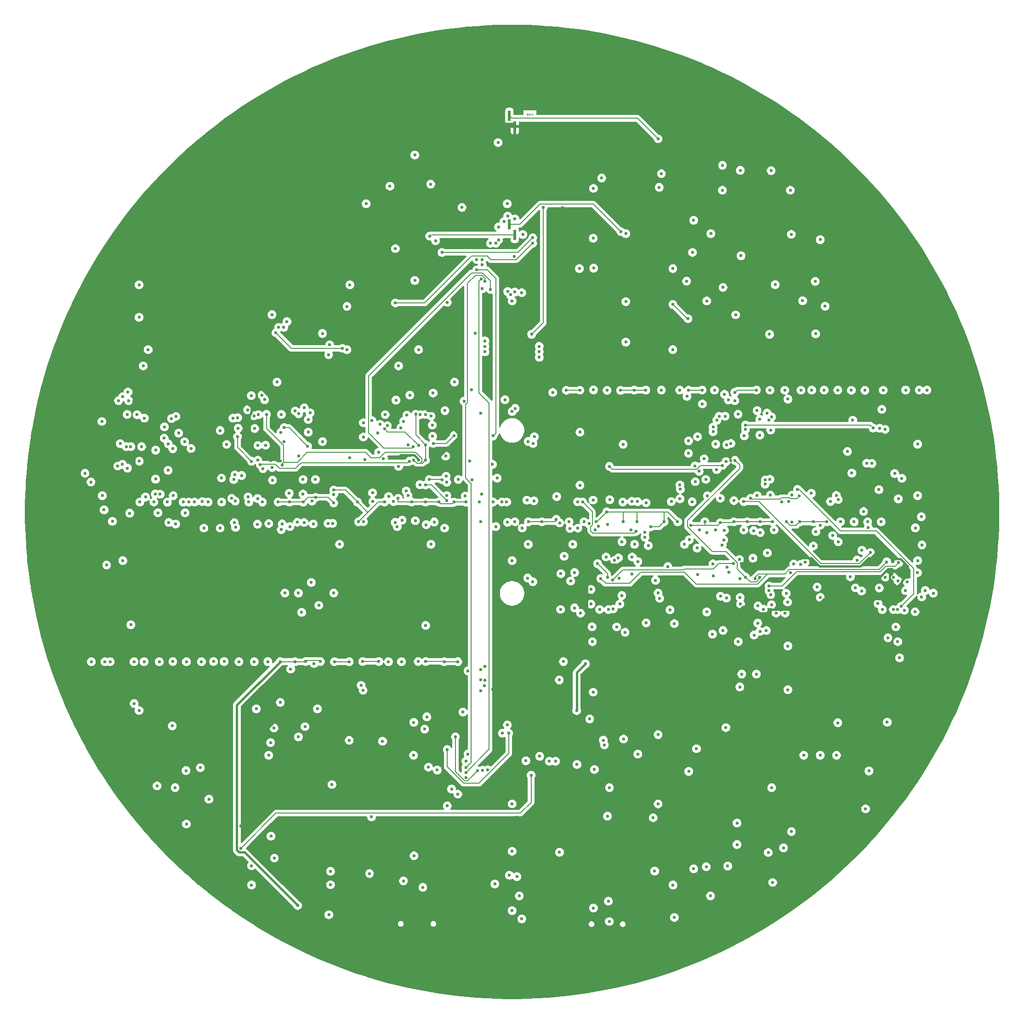
<source format=gbr>
%TF.GenerationSoftware,KiCad,Pcbnew,9.0.0*%
%TF.CreationDate,2025-04-03T19:14:32+05:30*%
%TF.ProjectId,12i(overall),31326928-6f76-4657-9261-6c6c292e6b69,rev?*%
%TF.SameCoordinates,Original*%
%TF.FileFunction,Copper,L4,Bot*%
%TF.FilePolarity,Positive*%
%FSLAX46Y46*%
G04 Gerber Fmt 4.6, Leading zero omitted, Abs format (unit mm)*
G04 Created by KiCad (PCBNEW 9.0.0) date 2025-04-03 19:14:32*
%MOMM*%
%LPD*%
G01*
G04 APERTURE LIST*
%ADD10C,0.125000*%
%TA.AperFunction,NonConductor*%
%ADD11C,0.125000*%
%TD*%
%TA.AperFunction,SMDPad,CuDef*%
%ADD12R,0.500000X1.950000*%
%TD*%
%TA.AperFunction,ViaPad*%
%ADD13C,0.600000*%
%TD*%
%TA.AperFunction,Conductor*%
%ADD14C,0.200000*%
%TD*%
%TA.AperFunction,Conductor*%
%ADD15C,0.400000*%
%TD*%
G04 APERTURE END LIST*
D10*
D11*
X453898716Y-176741833D02*
X453517764Y-176741833D01*
X453708240Y-176932309D02*
X453708240Y-176551357D01*
X453327287Y-176598976D02*
X453208239Y-176932309D01*
X453208239Y-176932309D02*
X453089192Y-176598976D01*
X452708240Y-176908500D02*
X452755859Y-176932309D01*
X452755859Y-176932309D02*
X452851097Y-176932309D01*
X452851097Y-176932309D02*
X452898716Y-176908500D01*
X452898716Y-176908500D02*
X452922525Y-176860880D01*
X452922525Y-176860880D02*
X452922525Y-176670404D01*
X452922525Y-176670404D02*
X452898716Y-176622785D01*
X452898716Y-176622785D02*
X452851097Y-176598976D01*
X452851097Y-176598976D02*
X452755859Y-176598976D01*
X452755859Y-176598976D02*
X452708240Y-176622785D01*
X452708240Y-176622785D02*
X452684430Y-176670404D01*
X452684430Y-176670404D02*
X452684430Y-176718023D01*
X452684430Y-176718023D02*
X452922525Y-176765642D01*
D12*
%TO.P,J6,1,Pin_1*%
%TO.N,/U_unreg*%
X449500000Y-177025000D03*
%TO.P,J6,2,Pin_2*%
%TO.N,GND*%
X450500000Y-178975000D03*
%TD*%
%TO.P,J5,1,Pin_1*%
%TO.N,Net-(D29-A)*%
X449500000Y-197025000D03*
%TO.P,J5,2,Pin_2*%
%TO.N,Net-(D31-A)*%
X450500000Y-198975000D03*
%TD*%
D13*
%TO.N,+5V*%
X490853000Y-251815000D03*
X413801000Y-247330000D03*
X431500000Y-248178000D03*
X391500000Y-248181000D03*
X497500000Y-227580000D03*
X399000000Y-248004000D03*
X475550000Y-252738000D03*
X429623000Y-277604000D03*
X485000000Y-227560000D03*
X465500000Y-251812000D03*
X461895430Y-286604604D03*
X417161000Y-245982000D03*
X426500000Y-248190000D03*
X480876000Y-227548000D03*
X503000000Y-251833000D03*
X470000000Y-227605000D03*
X396500000Y-248183000D03*
X437500000Y-277599000D03*
X525000000Y-227559000D03*
X493328000Y-251803000D03*
X414680000Y-277563000D03*
X395000000Y-277565000D03*
X450500000Y-251802000D03*
X406902000Y-248188000D03*
X498000000Y-251813000D03*
X439284000Y-248196000D03*
X386500000Y-248197000D03*
X510500000Y-251818000D03*
X477500000Y-227558000D03*
X495000000Y-227566000D03*
X467455000Y-250003000D03*
X375952000Y-277605000D03*
X387500000Y-277569000D03*
X407274000Y-277585000D03*
X382206000Y-277604000D03*
X518000000Y-251825000D03*
X508000000Y-251819000D03*
X500539000Y-251807000D03*
X440000000Y-277582000D03*
X434106000Y-277563000D03*
X429000000Y-247500000D03*
X412001000Y-277563000D03*
X473000000Y-251816000D03*
X427227000Y-277604000D03*
X441500000Y-248197000D03*
X432704000Y-277563000D03*
X411502000Y-248198000D03*
X463500000Y-278000000D03*
X513000000Y-251833000D03*
X410500000Y-322500000D03*
X402500000Y-277587000D03*
X500233000Y-227582000D03*
X482926000Y-252471000D03*
X444000000Y-248192000D03*
X390000000Y-277605000D03*
X421500000Y-248186000D03*
X462500000Y-227584000D03*
X404000000Y-248195000D03*
X394000000Y-248176000D03*
X510000000Y-227566000D03*
X522500000Y-227551000D03*
X420000000Y-277586000D03*
X507500000Y-227565000D03*
X421732000Y-251812000D03*
X422500000Y-277570000D03*
X482500000Y-227574000D03*
X460500000Y-251820000D03*
X512500000Y-227591000D03*
X487288000Y-227572000D03*
X470500000Y-251823000D03*
X495703000Y-251804000D03*
X417266000Y-277604000D03*
X485500000Y-251803000D03*
X401500000Y-248190000D03*
X417136000Y-248348000D03*
X505208000Y-227567000D03*
X410000000Y-277589000D03*
X396966000Y-277563000D03*
X449000000Y-248166000D03*
X503221000Y-227582000D03*
X389405000Y-248197000D03*
X381432000Y-248185000D03*
X372500000Y-277596000D03*
X460000000Y-227589000D03*
X405000000Y-277578000D03*
X478000000Y-251821000D03*
X384000000Y-248164000D03*
X392786000Y-277604000D03*
X526432000Y-227562000D03*
X455500000Y-251808000D03*
X425443000Y-277563000D03*
X467500000Y-227596000D03*
X465000000Y-227533000D03*
X399682000Y-277604000D03*
X436500000Y-248188000D03*
X480500000Y-251825000D03*
X380350000Y-277604000D03*
X505500000Y-251813000D03*
X515000000Y-227594000D03*
X518378000Y-227582000D03*
X515500000Y-251837000D03*
X472500000Y-227562000D03*
X375000000Y-277608000D03*
X491029000Y-227994000D03*
X463256000Y-251803000D03*
X458137000Y-251363000D03*
X434052000Y-248186000D03*
X453000000Y-251828000D03*
X446500000Y-248175000D03*
X474642000Y-227548000D03*
X385000000Y-277592000D03*
X488370000Y-251990000D03*
X409000000Y-248188000D03*
%TO.N,GND*%
X428825000Y-318596000D03*
X502946000Y-208910000D03*
X399100000Y-317681000D03*
X468381000Y-318635000D03*
X488450000Y-313309000D03*
X415000000Y-272382000D03*
X463729000Y-322814000D03*
X412502000Y-272377000D03*
X517633000Y-257014000D03*
X377500000Y-272399000D03*
X422977000Y-220116000D03*
X515076000Y-211972000D03*
X380380000Y-240517000D03*
X471020000Y-301453000D03*
X405539000Y-319376000D03*
X492250000Y-259539000D03*
X432785000Y-240464000D03*
X407500000Y-272440000D03*
X500321000Y-222409000D03*
X383500000Y-229382000D03*
X492763000Y-238545000D03*
X522183000Y-222389000D03*
X446395000Y-282722000D03*
X429084000Y-239891000D03*
X377215000Y-240523000D03*
X495000000Y-287521000D03*
X463602000Y-312830000D03*
X506473000Y-211028000D03*
X492500000Y-222372000D03*
X389550000Y-209585000D03*
X467250000Y-270535000D03*
X518035000Y-222409000D03*
X387589000Y-304433000D03*
X519794000Y-222409000D03*
X525000000Y-222426000D03*
X397500000Y-272397000D03*
X402500000Y-272393000D03*
X467250000Y-259449000D03*
X408729000Y-308772000D03*
X463845000Y-293249000D03*
X472248000Y-269500000D03*
X489612000Y-321825000D03*
X380299000Y-229657000D03*
X474692000Y-222385000D03*
X469050000Y-211298000D03*
X445570000Y-222730000D03*
X392500000Y-272429000D03*
X430000000Y-298624000D03*
X395000000Y-272395000D03*
X405287000Y-289586000D03*
X485351000Y-222409000D03*
X397880000Y-198728000D03*
X420000000Y-272454000D03*
X402818000Y-217527000D03*
X450402000Y-179072000D03*
X522858000Y-262018000D03*
X400684000Y-272423000D03*
X470285000Y-259503000D03*
X382750000Y-243500000D03*
X501473000Y-218955000D03*
X417500000Y-272417000D03*
X413116000Y-267205000D03*
X399100000Y-316178000D03*
X401613000Y-239000000D03*
X494643000Y-319743000D03*
X461957000Y-181000000D03*
X450434000Y-202948000D03*
X519520000Y-292481000D03*
X493394000Y-231010000D03*
X497634000Y-267964000D03*
X458596000Y-223194000D03*
X495000000Y-222416000D03*
X494083000Y-267621000D03*
X501100000Y-318202000D03*
X513144000Y-303603000D03*
X450875000Y-289245000D03*
X452561000Y-181981000D03*
X476972000Y-211210000D03*
X518520000Y-286397000D03*
X468611000Y-222429000D03*
X466398000Y-181174000D03*
X408851000Y-213412000D03*
X490391000Y-232048000D03*
X482379000Y-222420000D03*
X512500000Y-222417000D03*
X508774000Y-308990000D03*
X379950000Y-272466000D03*
X508520000Y-288580000D03*
X429106000Y-230529000D03*
X497500000Y-222433000D03*
X464106000Y-268653000D03*
X390498000Y-304384000D03*
X405250000Y-228745000D03*
X407285000Y-240598000D03*
X420000000Y-287824000D03*
X507121000Y-202481000D03*
X405045000Y-267685000D03*
X482090000Y-315821000D03*
X396275000Y-309318000D03*
X483450000Y-320770000D03*
X437500000Y-272429000D03*
X375000000Y-272459000D03*
X488902000Y-288263000D03*
X411494000Y-286358000D03*
X486418000Y-201329000D03*
X497500000Y-182894000D03*
X414427000Y-322063000D03*
X509946000Y-218947000D03*
X476244000Y-184154000D03*
X430000000Y-180000000D03*
X459272000Y-193930000D03*
X432583000Y-229476000D03*
X450900000Y-306268000D03*
X435919000Y-231362000D03*
X465000000Y-222392000D03*
X501279000Y-189178000D03*
X450900000Y-191227000D03*
X494634000Y-214715000D03*
X472783000Y-222389000D03*
X427500000Y-272466000D03*
X482731000Y-321898000D03*
X450950000Y-331323000D03*
X488721000Y-189178000D03*
X488756000Y-184154000D03*
X497486000Y-279880000D03*
X418450000Y-316231000D03*
X390000000Y-272431000D03*
X490250000Y-240499000D03*
X527500000Y-222423000D03*
X422959000Y-211834000D03*
X393400000Y-303713000D03*
X466398000Y-178828000D03*
X372500000Y-272404000D03*
X502717000Y-222409000D03*
X487031000Y-213536000D03*
X481550000Y-196271000D03*
X433602000Y-312759000D03*
X400000000Y-307836000D03*
X464752000Y-259524000D03*
X474050000Y-188693000D03*
X516612000Y-269020000D03*
X513893000Y-222445000D03*
X414462000Y-312600000D03*
X488520000Y-286393000D03*
X506910000Y-222409000D03*
X430000000Y-272417000D03*
X519750000Y-270498000D03*
X408376000Y-316157000D03*
X487368000Y-222409000D03*
X422962000Y-205132000D03*
X433845000Y-293141000D03*
X418450000Y-196306000D03*
X513520000Y-298560000D03*
X521096000Y-231103000D03*
X497519000Y-285515000D03*
X435000000Y-272433000D03*
X385000000Y-272438000D03*
X476550000Y-218682000D03*
X444302000Y-193931000D03*
X480000000Y-222378000D03*
X498391000Y-260503000D03*
X429300000Y-323200000D03*
X486446000Y-208961000D03*
X489498000Y-222389000D03*
X470374000Y-222429000D03*
X510000000Y-222393000D03*
X407729000Y-205869000D03*
X405500000Y-240500000D03*
X417500000Y-327102000D03*
X436398000Y-181178000D03*
X510173000Y-208916000D03*
X383736000Y-272574000D03*
X413731000Y-318687000D03*
X422500000Y-272373000D03*
X477272000Y-222389000D03*
X504475000Y-222409000D03*
X492684000Y-208803000D03*
X505791000Y-308022000D03*
X425000000Y-272432000D03*
X469050000Y-218684000D03*
X467858000Y-199604000D03*
X438214000Y-317584000D03*
X494750000Y-259506000D03*
X452426000Y-322500000D03*
X410000000Y-272403000D03*
X435192000Y-241174000D03*
X401595000Y-230311000D03*
X436398000Y-178828000D03*
X501418000Y-201329000D03*
X439998000Y-272424000D03*
X517715000Y-262013000D03*
X432363000Y-272404000D03*
X491566000Y-269909000D03*
X487250000Y-240549000D03*
X387500000Y-272418000D03*
X507027000Y-297639000D03*
X523418000Y-269893000D03*
X459931000Y-317654000D03*
X405000000Y-272389000D03*
X376581000Y-230106000D03*
X494622000Y-310120000D03*
X452417000Y-315190000D03*
X450209000Y-297549000D03*
X409000000Y-230500000D03*
X462308000Y-222409000D03*
X480000000Y-289549000D03*
X418450000Y-318639000D03*
X525000000Y-234989000D03*
X476550000Y-206262000D03*
X486000000Y-231000000D03*
%TO.N,Net-(D30-A)*%
X476269000Y-316160000D03*
X423735000Y-316629000D03*
%TO.N,/U_unreg*%
X434596000Y-297017000D03*
X476897000Y-181270000D03*
X461957000Y-296525000D03*
X482148000Y-207498000D03*
X476897000Y-303788000D03*
X505850000Y-207536000D03*
X491431000Y-307309000D03*
%TO.N,/boot_BC1*%
X438052000Y-304149000D03*
X491431000Y-311281000D03*
%TO.N,/SW_BC1*%
X431851000Y-294821000D03*
X489728000Y-315248000D03*
X405168000Y-294821000D03*
X431942000Y-313343000D03*
%TO.N,/SW_BC2*%
X482540000Y-297810000D03*
X465173000Y-297443000D03*
%TO.N,/boot_BC2*%
X467000000Y-292943000D03*
X483973000Y-293626000D03*
X485777000Y-315369000D03*
%TO.N,+3.3V*%
X401998000Y-315172000D03*
X483450000Y-315754000D03*
X503527000Y-211092000D03*
X491050000Y-240500000D03*
X467550000Y-262008000D03*
X384606000Y-300472000D03*
X455730000Y-193904000D03*
X486550000Y-320736000D03*
X470950000Y-198733000D03*
X470950000Y-211252000D03*
X493016000Y-262009000D03*
X379350000Y-229500000D03*
X434299000Y-287743000D03*
X520250000Y-262031000D03*
X416550000Y-316212000D03*
X505912000Y-217190000D03*
X470950000Y-218712000D03*
X465748000Y-259539000D03*
X405579000Y-309740000D03*
X489847000Y-229394000D03*
X518750000Y-262000000D03*
X381750000Y-237964000D03*
X432250000Y-232022000D03*
X500000000Y-311886000D03*
X501258000Y-190744000D03*
X477107000Y-190205000D03*
X488759000Y-186157000D03*
X497432000Y-217291000D03*
X497991000Y-318257000D03*
X408150000Y-264939000D03*
X426141000Y-292249000D03*
X483450000Y-196271000D03*
X389919000Y-297651000D03*
X375302000Y-259774000D03*
X497725000Y-187127000D03*
X431898000Y-240466000D03*
X440760000Y-193904000D03*
X479618000Y-205175000D03*
X491186000Y-213694000D03*
X411859000Y-289560000D03*
X402000000Y-318727000D03*
X489532000Y-237622000D03*
X416247000Y-324201000D03*
X488742000Y-190744000D03*
X467750000Y-267992000D03*
X379750000Y-237983000D03*
X434077000Y-237622000D03*
X410631000Y-264939000D03*
X416550000Y-318680000D03*
X482410000Y-214402000D03*
X406207000Y-313774000D03*
X498480000Y-208134000D03*
X495640000Y-262013000D03*
X404750000Y-232029000D03*
X479611000Y-211780000D03*
X449125000Y-289254000D03*
X489243000Y-232378000D03*
X479608000Y-220116000D03*
X420000000Y-292086000D03*
X447414000Y-181951000D03*
X407654000Y-241400000D03*
X495250000Y-270476000D03*
X434045000Y-240477000D03*
X435000000Y-189617000D03*
X416825000Y-300224000D03*
X417135000Y-264939000D03*
X405768000Y-213659000D03*
X387400000Y-289405000D03*
X477500000Y-187694000D03*
X520250000Y-267989000D03*
X453605000Y-217295000D03*
X465000000Y-190405000D03*
X380379000Y-285295000D03*
%TO.N,/FB_BC1*%
X436199000Y-297558000D03*
X431899000Y-288771000D03*
X387920000Y-300798000D03*
X497814000Y-300798000D03*
%TO.N,/FB_BC2*%
X407299000Y-285099000D03*
X381278000Y-286593000D03*
X467933000Y-300800000D03*
X501461000Y-308884000D03*
X464292000Y-288152000D03*
%TO.N,/VDD_SPI*%
X400000000Y-312000000D03*
X453500000Y-298500000D03*
%TO.N,Net-(C55-Pad1)*%
X470536000Y-291835000D03*
X506778000Y-294821000D03*
%TO.N,Net-(U10-LNA_IN)*%
X503732000Y-294821000D03*
X473148000Y-294622000D03*
%TO.N,Net-(J1-VBUS)*%
X485862000Y-211152000D03*
X507665000Y-212122000D03*
X479646000Y-318727000D03*
X449510000Y-316936000D03*
X429991000Y-317976000D03*
%TO.N,+1V1*%
X450500000Y-209500000D03*
X488850000Y-208628000D03*
X450519000Y-196000000D03*
X432076000Y-207366000D03*
%TO.N,/VBUS*%
X479885000Y-324703000D03*
X465000000Y-322970000D03*
X450000000Y-323456000D03*
%TO.N,/EN*%
X467575000Y-306034000D03*
X450003000Y-303786000D03*
X394146000Y-302918000D03*
X440000000Y-302000000D03*
%TO.N,LED_G20*%
X500914000Y-248054000D03*
X525392000Y-250895000D03*
%TO.N,LED_B20*%
X501565000Y-251877000D03*
X527593000Y-264966000D03*
%TO.N,LED_R20*%
X524243000Y-268392000D03*
X524278000Y-252943000D03*
X499658000Y-248156000D03*
%TO.N,LED_B10*%
X476894000Y-264939000D03*
X489482000Y-265880000D03*
%TO.N,LED_G10*%
X477192000Y-265929000D03*
X492008000Y-265754000D03*
%TO.N,LED_R10*%
X488392000Y-265528000D03*
X476432000Y-262606000D03*
%TO.N,LED_R21*%
X503135000Y-259671000D03*
X522781000Y-262882000D03*
%TO.N,LED_B21*%
X503975000Y-259258000D03*
X526123000Y-264472000D03*
%TO.N,LED_G21*%
X521679000Y-267378000D03*
X502592000Y-245843000D03*
%TO.N,LED_G01*%
X454023000Y-247962000D03*
X460650000Y-253028000D03*
%TO.N,LED_B01*%
X452983000Y-255984000D03*
X459593000Y-258166000D03*
%TO.N,LED_R01*%
X460783000Y-262731000D03*
X452865000Y-262180000D03*
%TO.N,LED_R11*%
X489118000Y-253398000D03*
X492072000Y-266958000D03*
X479332000Y-248092000D03*
%TO.N,LED_R22*%
X505126000Y-246586000D03*
X524707000Y-247010000D03*
%TO.N,LED_G22*%
X525504000Y-256090000D03*
X506752000Y-252476000D03*
%TO.N,LED_B22*%
X525460000Y-265658000D03*
X505962000Y-253628000D03*
X506778000Y-265735000D03*
%TO.N,LED_G02*%
X462064000Y-248124000D03*
X464518000Y-266973000D03*
%TO.N,LED_R12*%
X480924000Y-247590000D03*
X496600000Y-244896000D03*
X500744000Y-266615000D03*
%TO.N,LED_G12*%
X497790000Y-267094000D03*
X484155000Y-261527000D03*
%TO.N,LED_B12*%
X479885000Y-270584000D03*
X481765000Y-255975000D03*
X498629000Y-268653000D03*
%TO.N,LED_B23*%
X509057000Y-254343000D03*
X524707000Y-258963000D03*
%TO.N,LED_G23*%
X510089000Y-255511000D03*
X524677000Y-261198000D03*
%TO.N,LED_R23*%
X521146000Y-247605000D03*
X508650000Y-248084000D03*
%TO.N,LED_G03*%
X458926000Y-267970000D03*
X458217000Y-247178000D03*
%TO.N,LED_B03*%
X458753000Y-252030000D03*
X461504000Y-267678000D03*
%TO.N,LED_G13*%
X501312000Y-261228000D03*
X484080000Y-256662000D03*
%TO.N,LED_R13*%
X497571000Y-246902000D03*
X483168000Y-248131000D03*
X497652000Y-265238000D03*
%TO.N,LED_B13*%
X484508000Y-253293000D03*
X496254000Y-267933000D03*
X485860000Y-268433000D03*
%TO.N,LED_R24*%
X495125000Y-247008000D03*
X510088000Y-247731000D03*
%TO.N,LED_G24*%
X509724000Y-246961000D03*
X496633000Y-244097000D03*
%TO.N,LED_R04*%
X469839000Y-266965000D03*
X458976000Y-261369000D03*
%TO.N,LED_G04*%
X462097000Y-252987000D03*
X475086000Y-256207000D03*
%TO.N,LED_B14*%
X487105000Y-261817000D03*
X500488000Y-264994000D03*
%TO.N,LED_R14*%
X498267000Y-253297000D03*
X485986000Y-247040000D03*
%TO.N,LED_G14*%
X497330000Y-264500000D03*
X488356000Y-247484000D03*
%TO.N,LED_G25*%
X495643000Y-235851000D03*
X511780000Y-238855000D03*
%TO.N,LED_R25*%
X512585000Y-242847000D03*
X492774000Y-235998000D03*
%TO.N,LED_G05*%
X474485000Y-254646000D03*
X464925000Y-247814000D03*
%TO.N,LED_B05*%
X470213000Y-265406000D03*
X464166000Y-252177000D03*
%TO.N,LED_R05*%
X463000000Y-248191000D03*
X472832000Y-253602000D03*
%TO.N,LED_R15*%
X488988000Y-255146000D03*
X497015000Y-257554000D03*
%TO.N,LED_G26*%
X497639000Y-234922000D03*
X516288000Y-241084000D03*
%TO.N,LED_B26*%
X514750000Y-249929000D03*
X512754000Y-233084000D03*
X497281000Y-233118000D03*
%TO.N,LED_R26*%
X515324000Y-241034000D03*
X492990000Y-234794000D03*
%TO.N,LED_B06*%
X471906000Y-253294000D03*
X467565000Y-252344000D03*
%TO.N,LED_R06*%
X472570000Y-255975000D03*
X465271000Y-253296000D03*
%TO.N,LED_G16*%
X516000000Y-257500000D03*
X492657000Y-248111000D03*
%TO.N,LED_B16*%
X513553000Y-258872000D03*
X492677000Y-253326000D03*
%TO.N,LED_R16*%
X490868000Y-247912000D03*
X515624000Y-252915000D03*
%TO.N,LED_R27*%
X492990000Y-233993000D03*
X516514000Y-234555000D03*
%TO.N,LED_G27*%
X517684000Y-234592000D03*
X495638000Y-232957000D03*
%TO.N,LED_B27*%
X497813000Y-232505000D03*
X518731000Y-234788000D03*
%TO.N,LED_R07*%
X467996000Y-247759000D03*
X472082000Y-261442000D03*
X467314000Y-258308000D03*
%TO.N,LED_B17*%
X514372000Y-264570000D03*
X514446000Y-257077000D03*
X494503000Y-253452000D03*
%TO.N,LED_R17*%
X493910000Y-247508000D03*
X502887000Y-247094000D03*
X517635000Y-264005000D03*
X506193000Y-263856000D03*
%TO.N,LED_G17*%
X505499000Y-256279000D03*
X495708000Y-253803000D03*
%TO.N,LED_G08*%
X472055000Y-248045000D03*
X487521000Y-253329000D03*
%TO.N,LED_R08*%
X488706000Y-256111000D03*
X470390000Y-248178000D03*
%TO.N,LED_B08*%
X492014000Y-262314000D03*
X472119000Y-258310000D03*
%TO.N,LED_G18*%
X517568000Y-245886000D03*
X497500000Y-244000000D03*
X517409000Y-266880000D03*
%TO.N,LED_R18*%
X513232000Y-263988000D03*
X501561000Y-246904000D03*
%TO.N,LED_G09*%
X485855000Y-253859000D03*
X474691000Y-248325000D03*
%TO.N,LED_B09*%
X474481000Y-253748000D03*
X482648000Y-255138000D03*
%TO.N,LED_R09*%
X487000000Y-259582000D03*
X473146000Y-259149000D03*
X473097000Y-248113000D03*
%TO.N,LED_R19*%
X501869000Y-259623000D03*
X512325000Y-261967000D03*
%TO.N,Net-(D29-A)*%
X470038000Y-198370000D03*
X475985000Y-306331000D03*
%TO.N,Net-(D31-A)*%
X424090000Y-306182000D03*
X434818000Y-199199000D03*
%TO.N,LED_B40*%
X411488000Y-244023000D03*
X417137000Y-246782000D03*
%TO.N,LED_G40*%
X407987000Y-237034000D03*
X416938000Y-252104000D03*
X415074000Y-237034000D03*
%TO.N,LED_B52*%
X382261000Y-232716000D03*
X387574000Y-247010000D03*
%TO.N,LED_R52*%
X376368000Y-251746000D03*
X374426000Y-233339000D03*
X386756000Y-251944000D03*
%TO.N,LED_G52*%
X371324000Y-242892000D03*
X384324000Y-243964000D03*
%TO.N,LED_R29*%
X485694000Y-244010000D03*
X447257000Y-243778000D03*
%TO.N,LED_B29*%
X482492000Y-239192000D03*
X446379000Y-241233000D03*
%TO.N,LED_G29*%
X453873000Y-237407000D03*
X482499000Y-236910000D03*
%TO.N,LED_R53*%
X384750000Y-250173000D03*
X374838000Y-249616000D03*
%TO.N,LED_B53*%
X372418000Y-244487000D03*
X384266000Y-246690000D03*
%TO.N,LED_R41*%
X416085000Y-252102000D03*
X411488000Y-246707000D03*
%TO.N,LED_G41*%
X407991000Y-234469000D03*
X412338000Y-237905000D03*
%TO.N,LED_G30*%
X487030000Y-235231000D03*
X462506000Y-235318000D03*
X444393000Y-246713000D03*
X462506000Y-245090000D03*
%TO.N,LED_R30*%
X454092000Y-236156000D03*
X484164000Y-236142000D03*
X444242000Y-251806000D03*
%TO.N,LED_B30*%
X483711000Y-241520000D03*
X442648000Y-244103000D03*
%TO.N,LED_B54*%
X374505000Y-247010000D03*
X382462000Y-247262000D03*
%TO.N,LED_R42*%
X413365000Y-252222000D03*
X412445000Y-235318000D03*
%TO.N,LED_B42*%
X413143000Y-248001000D03*
X412446000Y-232966000D03*
%TO.N,LED_G42*%
X413775000Y-244022000D03*
X412771000Y-231744000D03*
%TO.N,LED_G55*%
X377351000Y-241546000D03*
X379570000Y-250236000D03*
%TO.N,LED_R31*%
X442208000Y-240655000D03*
X485377000Y-240194000D03*
%TO.N,LED_G31*%
X440079000Y-244022000D03*
X484456000Y-242522000D03*
%TO.N,LED_B31*%
X441368000Y-247087000D03*
X483750000Y-244432000D03*
%TO.N,LED_R43*%
X408949000Y-246575000D03*
X411685000Y-251960000D03*
X407421000Y-235334000D03*
%TO.N,LED_G43*%
X410434000Y-251890000D03*
X410039000Y-231393000D03*
%TO.N,LED_B43*%
X410686000Y-231934000D03*
X410708000Y-239703000D03*
%TO.N,LED_R32*%
X434741000Y-244016000D03*
X437149000Y-244089000D03*
X437550000Y-252986000D03*
%TO.N,LED_B32*%
X438000000Y-247906000D03*
X434065000Y-245047000D03*
%TO.N,LED_G32*%
X439355000Y-235925000D03*
X435471000Y-237370000D03*
%TO.N,LED_B44*%
X407471000Y-253258000D03*
X402447000Y-232286000D03*
%TO.N,LED_R44*%
X398343000Y-247507000D03*
X409077000Y-252708000D03*
%TO.N,LED_G44*%
X407652000Y-252208000D03*
X399460000Y-232651000D03*
X398834000Y-251971000D03*
%TO.N,LED_G33*%
X435670000Y-251844000D03*
X437748000Y-239720000D03*
%TO.N,LED_B45*%
X398720000Y-244022000D03*
X405863000Y-244147000D03*
%TO.N,LED_G45*%
X402579000Y-234632000D03*
X405792000Y-241836000D03*
%TO.N,LED_B46*%
X403119000Y-247540000D03*
X399530000Y-234590000D03*
%TO.N,LED_R46*%
X401982000Y-240665000D03*
X405183000Y-252142000D03*
X399424000Y-236131000D03*
%TO.N,LED_G34*%
X435307000Y-234009000D03*
X432159000Y-251627000D03*
%TO.N,LED_R34*%
X434173000Y-252349000D03*
X435357000Y-236085000D03*
%TO.N,LED_B34*%
X437855000Y-243427000D03*
X433024000Y-244982000D03*
%TO.N,LED_B47*%
X400173000Y-243288000D03*
X398952000Y-243191000D03*
%TO.N,LED_R47*%
X403092000Y-252268000D03*
X401351000Y-247266000D03*
%TO.N,LED_B35*%
X430807000Y-247010000D03*
X437980000Y-247009000D03*
%TO.N,LED_G35*%
X430491000Y-246164000D03*
X437963000Y-244541000D03*
%TO.N,LED_R48*%
X386617000Y-242331000D03*
X396462000Y-243756000D03*
%TO.N,LED_B48*%
X397411000Y-237571000D03*
X386653000Y-237460000D03*
%TO.N,LED_G48*%
X399060000Y-252840000D03*
X385164000Y-246734000D03*
%TO.N,LED_G36*%
X424190000Y-233172000D03*
X424289000Y-246474000D03*
X429740000Y-251527000D03*
%TO.N,LED_B36*%
X426622000Y-232069000D03*
X428147000Y-248104000D03*
%TO.N,LED_R36*%
X428832000Y-252730000D03*
X425668000Y-233867000D03*
%TO.N,LED_R49*%
X396219000Y-252986000D03*
X396219000Y-234994000D03*
X385899000Y-236412000D03*
%TO.N,LED_G37*%
X428463000Y-251929000D03*
X429509000Y-234488000D03*
%TO.N,LED_R37*%
X427033000Y-234130000D03*
X427252000Y-247167000D03*
%TO.N,LED_G38*%
X422596000Y-236208000D03*
X422596000Y-251807000D03*
%TO.N,LED_B38*%
X425259000Y-235444000D03*
X424353000Y-248109000D03*
%TO.N,LED_R38*%
X422917000Y-240354000D03*
X426311000Y-240165000D03*
%TO.N,LED_G50*%
X385961000Y-234325000D03*
X387487000Y-238371000D03*
%TO.N,LED_B50*%
X389681000Y-237071000D03*
X392951000Y-248104000D03*
%TO.N,LED_R50*%
X393230000Y-252986000D03*
X390854000Y-238328000D03*
%TO.N,LED_G39*%
X420123000Y-240053000D03*
X425413000Y-239034000D03*
%TO.N,LED_R51*%
X388571000Y-235486000D03*
X389750000Y-250162000D03*
%TO.N,LED_B51*%
X388085000Y-232407000D03*
X390453000Y-248198000D03*
%TO.N,LED_G51*%
X388028000Y-252231000D03*
X387254000Y-232802000D03*
%TO.N,LED_G00*%
X452735000Y-247847000D03*
X453826000Y-262863000D03*
X464538000Y-264280000D03*
%TO.N,LED_R00*%
X450004000Y-258963000D03*
X461513000Y-261170000D03*
%TO.N,LED_B00*%
X451866000Y-252986000D03*
X461178000Y-255975000D03*
%TO.N,LED_B28*%
X448129000Y-248171000D03*
X480899000Y-245032000D03*
%TO.N,LED_R28*%
X449148000Y-251907000D03*
X481004000Y-245825000D03*
%TO.N,LED_G28*%
X447016000Y-252714000D03*
X487030000Y-234391000D03*
X452959000Y-237023000D03*
%TO.N,PWM1_A*%
X479088000Y-268028000D03*
X489114000Y-228337000D03*
X428604000Y-229409000D03*
X495286000Y-267310000D03*
X468629000Y-267880000D03*
X379084000Y-232043000D03*
X404418000Y-229316000D03*
X482222000Y-228708000D03*
X457500000Y-228000000D03*
X495662000Y-272027000D03*
X520687000Y-271183000D03*
%TO.N,SD3*%
X487696000Y-242230000D03*
X521818000Y-243807000D03*
X522279000Y-268104000D03*
%TO.N,Net-(IC1-REXTR)*%
X486610000Y-198727000D03*
X491635000Y-232016000D03*
%TO.N,TF*%
X404598000Y-237729000D03*
X432762000Y-237783000D03*
X379779000Y-270794000D03*
X494746000Y-262289000D03*
X426490000Y-234724000D03*
X381318000Y-240657000D03*
X384338000Y-238628000D03*
X519018000Y-259206000D03*
X466321000Y-262276000D03*
X450000000Y-231500000D03*
X490299000Y-237395000D03*
%TO.N,LE*%
X443500000Y-205398000D03*
X469575000Y-258473000D03*
X403160000Y-240467000D03*
X470461000Y-237555000D03*
X487523000Y-237523000D03*
X489931000Y-261082000D03*
X446500000Y-236000000D03*
X430844000Y-237618000D03*
X378925000Y-237977000D03*
X497332000Y-263653000D03*
X521223000Y-259349000D03*
%TO.N,EF*%
X519241000Y-273188000D03*
X435454000Y-228097000D03*
X442500000Y-227500000D03*
X491028000Y-229513000D03*
X464800000Y-273904000D03*
X380932000Y-232080000D03*
X378290000Y-258963000D03*
X500802000Y-274701000D03*
X433060000Y-232092000D03*
X491671000Y-273904000D03*
X403287000Y-232081000D03*
%TO.N,DM*%
X446000000Y-209000000D03*
X404094000Y-242035000D03*
X494371000Y-258529000D03*
X520494000Y-242924000D03*
X468880000Y-258938000D03*
X489402000Y-240744000D03*
X379145000Y-241935000D03*
X491882000Y-258755000D03*
X431758000Y-237964000D03*
%TO.N,/SD4*%
X429108000Y-241624000D03*
X487714000Y-233104000D03*
%TO.N,PWM0_B*%
X379239000Y-227911000D03*
X431162000Y-228489000D03*
X470812000Y-272178000D03*
X450566000Y-230934000D03*
X486928000Y-272524000D03*
X430038000Y-233314000D03*
X521056000Y-273904000D03*
X494578000Y-272672000D03*
X485059000Y-230116000D03*
X403961000Y-228488000D03*
%TO.N,Net-(IC1-REXTB)*%
X518121000Y-231105000D03*
X495124000Y-231345000D03*
%TO.N,RP_SPI0_SCK*%
X444500000Y-203500000D03*
X521112000Y-262725000D03*
X467933000Y-241623000D03*
X468548000Y-262549000D03*
X378207000Y-241240000D03*
X488750000Y-241459000D03*
X465018000Y-205102000D03*
X403613000Y-241279000D03*
X490777000Y-259488000D03*
X431091000Y-240667000D03*
%TO.N,PWM0_A*%
X488139000Y-232381000D03*
X496825000Y-271853000D03*
X521050000Y-267999000D03*
X401278000Y-231185000D03*
X469271000Y-271184000D03*
X430613000Y-232187000D03*
X488850000Y-271845000D03*
X378256000Y-228782000D03*
X448674000Y-229326000D03*
X401946000Y-228584000D03*
%TO.N,Net-(IC1-REXTG)*%
X524707000Y-237523000D03*
X496961000Y-231798000D03*
%TO.N,Net-(IC2-REXTR)*%
X434077000Y-270917000D03*
X434074000Y-232035000D03*
X521381000Y-276892000D03*
%TO.N,Net-(IC2-REXTB)*%
X495000000Y-279880000D03*
X444242000Y-279083000D03*
X444242000Y-231824000D03*
X435072000Y-232330000D03*
%TO.N,SD5*%
X422596000Y-233585000D03*
X403184000Y-237751000D03*
%TO.N,Net-(IC2-REXTG)*%
X515122000Y-304708000D03*
X437627000Y-231345000D03*
X438849000Y-301057000D03*
%TO.N,/SD6*%
X377830000Y-237421000D03*
X398576000Y-232734000D03*
%TO.N,Net-(IC3-REXTB)*%
X409214000Y-278961000D03*
X491952000Y-282242000D03*
X407489000Y-232044000D03*
%TO.N,Net-(IC3-REXTG)*%
X413517000Y-277954000D03*
X492308000Y-279880000D03*
X411718000Y-230830000D03*
%TO.N,Net-(IC3-REXTR)*%
X500802000Y-229228000D03*
X500802000Y-282755000D03*
X406692000Y-226093000D03*
%TO.N,RP_SPI0_MIS0*%
X377500000Y-229500000D03*
X443500000Y-203500000D03*
X381278000Y-208164000D03*
%TO.N,Net-(IC4-REXTG)*%
X382061000Y-223104000D03*
X419582000Y-220116000D03*
%TO.N,Net-(IC4-REXTB)*%
X419582000Y-212140000D03*
X382963000Y-220116000D03*
%TO.N,Net-(IC4-REXTR)*%
X381278000Y-214140000D03*
X420123000Y-208164000D03*
%TO.N,/SD1*%
X478690000Y-260068000D03*
X489599000Y-260221000D03*
%TO.N,Net-(IC5-REXTG)*%
X483233000Y-202187000D03*
X474691000Y-270449000D03*
X506778000Y-199849000D03*
X464732000Y-271167000D03*
%TO.N,RP_SPI0_M0SI*%
X469723000Y-262223000D03*
X444500000Y-204500000D03*
X470238000Y-255486000D03*
X462401000Y-205175000D03*
X465939000Y-252620000D03*
%TO.N,Net-(IC5-REXTR)*%
X466121000Y-267975000D03*
X464945000Y-283209000D03*
X510000000Y-288845000D03*
%TO.N,Net-(IC5-REXTB)*%
X462603000Y-268653000D03*
X501434000Y-198873000D03*
X464945000Y-199582000D03*
%TO.N,Net-(IC6-REXTR)*%
X518193000Y-267984000D03*
X515743000Y-297725000D03*
%TO.N,/SD2*%
X500306000Y-268653000D03*
X522453000Y-264500000D03*
%TO.N,Net-(IC6-REXTG)*%
X519109000Y-288732000D03*
X509766000Y-294821000D03*
%TO.N,Net-(IC7-REXTR)*%
X489372000Y-289732000D03*
X476897000Y-291037000D03*
%TO.N,Net-(J1-DP1)*%
X450885000Y-317195000D03*
X433555000Y-319177000D03*
%TO.N,Net-(J2-DN1)*%
X451330000Y-320738000D03*
X467732000Y-321715000D03*
%TO.N,Net-(J2-DP1)*%
X451773000Y-324971000D03*
X467912000Y-325455000D03*
%TO.N,/SPI3_M0SI*%
X435064000Y-255975000D03*
X416391000Y-219217000D03*
X407000000Y-216000000D03*
X441500000Y-298971000D03*
X418220000Y-255975000D03*
%TO.N,/SPI3_MIS0*%
X439559000Y-291443000D03*
X408530000Y-214937000D03*
X443660000Y-297660000D03*
X410640000Y-291443000D03*
%TO.N,/SPI3_CS0*%
X418757000Y-219878000D03*
X422187000Y-281936000D03*
X444902000Y-282011000D03*
X445508000Y-297508000D03*
X406500000Y-217000000D03*
%TO.N,/SPI3_SCK*%
X407928000Y-216000000D03*
X444241000Y-282947000D03*
X415074000Y-217126000D03*
X422552000Y-282868000D03*
X444584000Y-297584000D03*
%TO.N,Net-(R1-Pad1)*%
X432076000Y-184258000D03*
X492041000Y-187076000D03*
%TO.N,QSPI_SS*%
X446000000Y-200500000D03*
X492164000Y-202816000D03*
X445000000Y-218500000D03*
%TO.N,UD_2040-*%
X429088000Y-223104000D03*
X450003000Y-312507000D03*
X439393000Y-226091000D03*
%TO.N,Net-(U4-USB_DM)*%
X453800000Y-199500000D03*
X437081000Y-202210000D03*
X432767000Y-220116000D03*
%TO.N,UD_2040+*%
X446828000Y-318539000D03*
X435895000Y-200030000D03*
%TO.N,Net-(U4-USB_DP)*%
X452000000Y-198900000D03*
X428500000Y-201500000D03*
%TO.N,Net-(U4-RUN)*%
X466500000Y-188500000D03*
X451776000Y-209624000D03*
%TO.N,Hall*%
X497188000Y-312750000D03*
X438052000Y-211398000D03*
X450004000Y-211152000D03*
X458737000Y-312688000D03*
%TO.N,Net-(Y1-OUTPUT)*%
X414406000Y-267206000D03*
X423112000Y-193222000D03*
%TO.N,Net-(U4-XOUT)*%
X449105000Y-193222000D03*
X427500000Y-190000000D03*
X449714000Y-210013000D03*
%TO.N,Net-(U4-VREG_VOUT)*%
X453800000Y-200500000D03*
X428500000Y-211500000D03*
%TO.N,/EN_BC1*%
X433894000Y-290015000D03*
X402884000Y-286275000D03*
%TO.N,/EN_BC2*%
X466799000Y-292057000D03*
X406132000Y-289791000D03*
%TO.N,/SPICS0*%
X392573000Y-297120000D03*
X445000000Y-278483000D03*
X456846000Y-295925000D03*
X459459000Y-277574000D03*
X390000000Y-307500000D03*
%TO.N,Net-(U10-GPIO45)*%
X449380000Y-290756000D03*
X405500000Y-292500000D03*
X438042000Y-293776000D03*
%TO.N,QSPI_SD2*%
X445000000Y-220500000D03*
X447512000Y-199885000D03*
%TO.N,QSPI_SCLK*%
X448500000Y-196500000D03*
X455000000Y-220500000D03*
%TO.N,QSPI_SD1*%
X447000000Y-200500000D03*
X445000000Y-219500000D03*
%TO.N,QSPI_SD0*%
X455000000Y-221500000D03*
X447500000Y-197500000D03*
%TO.N,QSPI_SD3*%
X443214000Y-217046000D03*
X455000000Y-219500000D03*
X449200000Y-195500000D03*
%TO.N,RP_SPI1_SCK*%
X445000000Y-207500000D03*
X441500000Y-297126000D03*
%TO.N,RP_SPI1_CS0*%
X444293000Y-207105000D03*
X441500000Y-298000000D03*
%TO.N,Net-(U4-XIN)*%
X449200000Y-209400000D03*
X416197000Y-221051000D03*
X413000000Y-263000000D03*
%TO.N,RP_SPI1_MIS0*%
X444500000Y-208893000D03*
X452547000Y-295834000D03*
X441500000Y-295926000D03*
%TO.N,RP_SPI1_M0SI*%
X441862000Y-279280000D03*
X440954000Y-286863000D03*
X441163000Y-229596000D03*
X441861000Y-294600000D03*
%TO.N,/SPIWP*%
X458694000Y-280959000D03*
X445000000Y-281000000D03*
X458000000Y-295925000D03*
%TO.N,/SPIQ*%
X455088000Y-295018000D03*
X444207000Y-280897000D03*
%TO.N,/XTAL_P*%
X414147000Y-286275000D03*
X448200000Y-290770000D03*
X411240000Y-268500000D03*
%TD*%
D14*
%TO.N,+5V*%
X470000000Y-227605000D02*
X474585000Y-227605000D01*
X414680000Y-277563000D02*
X414470000Y-277353000D01*
X502333000Y-252500000D02*
X503000000Y-251833000D01*
X477083000Y-252738000D02*
X478000000Y-251821000D01*
X478000000Y-251821000D02*
X478000000Y-250003000D01*
X436500000Y-248188000D02*
X436819000Y-248507000D01*
X409996000Y-277585000D02*
X410000000Y-277589000D01*
X480500000Y-251825000D02*
X478678000Y-250003000D01*
X467455000Y-250003000D02*
X465646000Y-251812000D01*
X407274000Y-277585000D02*
X409996000Y-277585000D01*
X478000000Y-250003000D02*
X473000000Y-250003000D01*
X417161000Y-245982000D02*
X419296000Y-245982000D01*
X491457000Y-227566000D02*
X491029000Y-227994000D01*
X416118000Y-247330000D02*
X417136000Y-248348000D01*
X485500000Y-252471000D02*
X487889000Y-252471000D01*
X437517000Y-277582000D02*
X437500000Y-277599000D01*
X425354000Y-248190000D02*
X423522000Y-250022000D01*
D15*
X463500000Y-278000000D02*
X461895430Y-279604570D01*
D14*
X485500000Y-251803000D02*
X485500000Y-252471000D01*
X470500000Y-251823000D02*
X470500000Y-250003000D01*
X429003000Y-248186000D02*
X434052000Y-248186000D01*
X419296000Y-245982000D02*
X421500000Y-248186000D01*
X497991000Y-251804000D02*
X498000000Y-251813000D01*
X406902000Y-248188000D02*
X409000000Y-248188000D01*
D15*
X399299000Y-312290364D02*
X399299000Y-285560000D01*
D14*
X501232000Y-252500000D02*
X502333000Y-252500000D01*
X421500000Y-248186000D02*
X423336000Y-250022000D01*
D15*
X410500000Y-322500000D02*
X400701000Y-312701000D01*
D14*
X495703000Y-251804000D02*
X497991000Y-251804000D01*
X438973000Y-248507000D02*
X439284000Y-248196000D01*
X440000000Y-277582000D02*
X437517000Y-277582000D01*
D15*
X399709636Y-312701000D02*
X399299000Y-312290364D01*
D14*
X429000000Y-247500000D02*
X429000000Y-248183000D01*
D15*
X400701000Y-312701000D02*
X399709636Y-312701000D01*
D14*
X425436000Y-277570000D02*
X425443000Y-277563000D01*
X441499000Y-248196000D02*
X441500000Y-248197000D01*
X414470000Y-277353000D02*
X412211000Y-277353000D01*
X490678000Y-251990000D02*
X490853000Y-251815000D01*
X419982000Y-277604000D02*
X420000000Y-277586000D01*
X439284000Y-248196000D02*
X441499000Y-248196000D01*
X412370000Y-247330000D02*
X413801000Y-247330000D01*
X436498000Y-248186000D02*
X436500000Y-248188000D01*
X484986000Y-227574000D02*
X485000000Y-227560000D01*
X458137000Y-251623000D02*
X457932000Y-251828000D01*
X429000000Y-248183000D02*
X429003000Y-248186000D01*
X490865000Y-251803000D02*
X493328000Y-251803000D01*
X482500000Y-227574000D02*
X484986000Y-227574000D01*
X413801000Y-247330000D02*
X416118000Y-247330000D01*
X423522000Y-250022000D02*
X421732000Y-251812000D01*
X465646000Y-251812000D02*
X465500000Y-251812000D01*
X470500000Y-250003000D02*
X467455000Y-250003000D01*
X490853000Y-251815000D02*
X490865000Y-251803000D01*
X473000000Y-251816000D02*
X473000000Y-250003000D01*
X503000000Y-251833000D02*
X507986000Y-251833000D01*
X457932000Y-251828000D02*
X453000000Y-251828000D01*
D15*
X461895430Y-279604570D02*
X461895430Y-286604604D01*
D14*
X487889000Y-252471000D02*
X488370000Y-251990000D01*
X493328000Y-251803000D02*
X495702000Y-251803000D01*
X410000000Y-277589000D02*
X411975000Y-277589000D01*
X488370000Y-251990000D02*
X490678000Y-251990000D01*
X417266000Y-277604000D02*
X419982000Y-277604000D01*
X422500000Y-277570000D02*
X425436000Y-277570000D01*
X437464000Y-277563000D02*
X437500000Y-277599000D01*
X500539000Y-251807000D02*
X501232000Y-252500000D01*
D15*
X399299000Y-285560000D02*
X407274000Y-277585000D01*
D14*
X411492000Y-248188000D02*
X411502000Y-248198000D01*
X436819000Y-248507000D02*
X438973000Y-248507000D01*
X411975000Y-277589000D02*
X412001000Y-277563000D01*
X434052000Y-248186000D02*
X436498000Y-248186000D01*
X462500000Y-227584000D02*
X460005000Y-227584000D01*
X474585000Y-227605000D02*
X474642000Y-227548000D01*
X412211000Y-277353000D02*
X412001000Y-277563000D01*
X458137000Y-251363000D02*
X458137000Y-251623000D01*
X475550000Y-252738000D02*
X477083000Y-252738000D01*
X478678000Y-250003000D02*
X478000000Y-250003000D01*
X409000000Y-248188000D02*
X411492000Y-248188000D01*
X507986000Y-251833000D02*
X508000000Y-251819000D01*
X473000000Y-250003000D02*
X470500000Y-250003000D01*
X426500000Y-248190000D02*
X425354000Y-248190000D01*
X460005000Y-227584000D02*
X460000000Y-227589000D01*
X495702000Y-251803000D02*
X495703000Y-251804000D01*
X482926000Y-252471000D02*
X485500000Y-252471000D01*
X423336000Y-250022000D02*
X423522000Y-250022000D01*
X411502000Y-248198000D02*
X412370000Y-247330000D01*
X495000000Y-227566000D02*
X491457000Y-227566000D01*
X434106000Y-277563000D02*
X437464000Y-277563000D01*
D15*
%TO.N,GND*%
X467250000Y-259449000D02*
X467440000Y-259639000D01*
X506657000Y-260035000D02*
X505122000Y-258500000D01*
X517633000Y-257014000D02*
X516147000Y-258500000D01*
X434469000Y-231362000D02*
X432583000Y-229476000D01*
X494083000Y-267621000D02*
X493962000Y-267500000D01*
X432785000Y-240464000D02*
X432785000Y-240362000D01*
X463817000Y-260459000D02*
X464752000Y-259524000D01*
X521813000Y-262687000D02*
X521813000Y-263015000D01*
X464106000Y-268653000D02*
X463817000Y-268364000D01*
X431923000Y-239500000D02*
X429475000Y-239500000D01*
X431167000Y-298624000D02*
X433845000Y-295946000D01*
X520630000Y-258648000D02*
X521513000Y-258648000D01*
X494750000Y-259506000D02*
X496006000Y-259506000D01*
X498388000Y-260500000D02*
X498391000Y-260503000D01*
X492500000Y-237687000D02*
X490391000Y-235578000D01*
X401595000Y-230311000D02*
X401979000Y-230695000D01*
X463817000Y-268364000D02*
X463817000Y-260459000D01*
X497646000Y-267952000D02*
X497634000Y-267964000D01*
X432785000Y-240362000D02*
X431923000Y-239500000D01*
X516147000Y-258500000D02*
X515709000Y-258500000D01*
X520414000Y-264414000D02*
X518803000Y-266025000D01*
X522858000Y-259993000D02*
X522858000Y-262018000D01*
X406344000Y-239656000D02*
X405687000Y-239000000D01*
X518272000Y-269020000D02*
X519750000Y-270498000D01*
X520000000Y-264000000D02*
X520414000Y-264414000D01*
X435192000Y-241174000D02*
X440056000Y-236310000D01*
X440056000Y-235499000D02*
X435919000Y-231362000D01*
X420000000Y-287824000D02*
X412960000Y-287824000D01*
X521513000Y-258648000D02*
X522858000Y-259993000D01*
X522858000Y-262018000D02*
X522482000Y-262018000D01*
X467440000Y-259639000D02*
X470149000Y-259639000D01*
X408515000Y-286358000D02*
X411494000Y-286358000D01*
X518996000Y-257014000D02*
X520630000Y-258648000D01*
X492763000Y-238545000D02*
X492500000Y-238282000D01*
X497000000Y-260500000D02*
X498388000Y-260500000D01*
X496006000Y-259506000D02*
X497000000Y-260500000D01*
X401613000Y-232129000D02*
X401613000Y-239000000D01*
X494717000Y-259539000D02*
X494750000Y-259506000D01*
X520000000Y-260500000D02*
X520000000Y-261330000D01*
X450402000Y-178500000D02*
X450402000Y-178786000D01*
X412960000Y-287824000D02*
X411494000Y-286358000D01*
X405687000Y-239000000D02*
X401613000Y-239000000D01*
X493962000Y-267500000D02*
X492521000Y-267500000D01*
X497634000Y-267964000D02*
X496964000Y-268634000D01*
X522482000Y-262018000D02*
X521813000Y-262687000D01*
X517715000Y-262013000D02*
X519228000Y-260500000D01*
X519228000Y-260500000D02*
X520000000Y-260500000D01*
X520000000Y-262732000D02*
X520000000Y-264000000D01*
X380380000Y-241130000D02*
X380380000Y-240517000D01*
X450402000Y-178786000D02*
X450402000Y-179072000D01*
X405250000Y-228745000D02*
X402818000Y-226313000D01*
X450402000Y-178786000D02*
X450500000Y-178884000D01*
X520000000Y-261330000D02*
X519960000Y-261330000D01*
X491566000Y-268455000D02*
X491566000Y-269909000D01*
X401979000Y-231763000D02*
X401613000Y-232129000D01*
X407022000Y-228745000D02*
X405250000Y-228745000D01*
X449025000Y-178500000D02*
X450402000Y-178500000D01*
X500394000Y-258500000D02*
X498391000Y-260503000D01*
X407285000Y-240598000D02*
X406344000Y-239656000D01*
X519549000Y-261741000D02*
X519549000Y-262321000D01*
X492500000Y-238282000D02*
X492500000Y-237687000D01*
X429475000Y-239500000D02*
X429084000Y-239891000D01*
X496964000Y-268634000D02*
X495096000Y-268634000D01*
X519960000Y-261330000D02*
X519549000Y-261741000D01*
X440056000Y-236310000D02*
X440056000Y-235499000D01*
X516612000Y-269020000D02*
X518272000Y-269020000D01*
X433845000Y-295946000D02*
X433845000Y-293141000D01*
X505122000Y-258500000D02*
X500394000Y-258500000D01*
X514174000Y-260035000D02*
X506657000Y-260035000D01*
X490391000Y-235578000D02*
X490391000Y-232048000D01*
X519960000Y-262732000D02*
X520000000Y-262732000D01*
X507479000Y-266025000D02*
X505552000Y-267952000D01*
X505552000Y-267952000D02*
X497646000Y-267952000D01*
X409000000Y-230500000D02*
X408777000Y-230500000D01*
X408777000Y-230500000D02*
X407022000Y-228745000D01*
X382750000Y-243500000D02*
X380380000Y-241130000D01*
X519549000Y-262321000D02*
X519960000Y-262732000D01*
X405287000Y-289586000D02*
X408515000Y-286358000D01*
X492521000Y-267500000D02*
X491566000Y-268455000D01*
X521813000Y-263015000D02*
X520414000Y-264414000D01*
D14*
X405500000Y-240500000D02*
X406344000Y-239656000D01*
D15*
X517633000Y-257014000D02*
X518996000Y-257014000D01*
X430000000Y-298624000D02*
X431167000Y-298624000D01*
X515709000Y-258500000D02*
X514174000Y-260035000D01*
X470149000Y-259639000D02*
X470285000Y-259503000D01*
X518803000Y-266025000D02*
X507479000Y-266025000D01*
X492250000Y-259539000D02*
X494717000Y-259539000D01*
X495096000Y-268634000D02*
X494083000Y-267621000D01*
X401979000Y-230695000D02*
X401979000Y-231763000D01*
X435919000Y-231362000D02*
X434469000Y-231362000D01*
X402818000Y-226313000D02*
X402818000Y-217527000D01*
X450500000Y-178884000D02*
X450500000Y-178975000D01*
D14*
%TO.N,/U_unreg*%
X473128000Y-177500000D02*
X449975000Y-177500000D01*
X476897000Y-181270000D02*
X473128000Y-177500000D01*
X449975000Y-177500000D02*
X449500000Y-177025000D01*
%TO.N,+3.3V*%
X433386000Y-240713000D02*
X433386000Y-240215000D01*
X493897000Y-262890000D02*
X493016000Y-262009000D01*
X491941000Y-241935000D02*
X482325000Y-251551000D01*
X410414000Y-240847000D02*
X407886000Y-240847000D01*
X424000000Y-240000000D02*
X423000000Y-239000000D01*
X467550000Y-261341000D02*
X465748000Y-259539000D01*
X432497000Y-241065000D02*
X433034000Y-241065000D01*
X495640000Y-262013000D02*
X495640000Y-262245000D01*
X407886000Y-237783000D02*
X404750000Y-234647000D01*
X433457000Y-241065000D02*
X434045000Y-240477000D01*
X431898000Y-240466000D02*
X432497000Y-241065000D01*
X433034000Y-241065000D02*
X433457000Y-241065000D01*
X404750000Y-234647000D02*
X404750000Y-232029000D01*
X482325000Y-251551000D02*
X482325000Y-252720000D01*
X491050000Y-240500000D02*
X491941000Y-241391000D01*
X412261000Y-239000000D02*
X410414000Y-240847000D01*
X482233000Y-214402000D02*
X479611000Y-211780000D01*
X425626000Y-240000000D02*
X424000000Y-240000000D01*
X432250000Y-235795000D02*
X434077000Y-237622000D01*
X432170000Y-238999000D02*
X426627000Y-238999000D01*
X482410000Y-214402000D02*
X482233000Y-214402000D01*
X423000000Y-239000000D02*
X412261000Y-239000000D01*
X407534000Y-241199000D02*
X407886000Y-240847000D01*
X455730000Y-215170000D02*
X453605000Y-217295000D01*
X494995000Y-262890000D02*
X493897000Y-262890000D01*
X491941000Y-241391000D02*
X491941000Y-241935000D01*
X426627000Y-238999000D02*
X425626000Y-240000000D01*
X482325000Y-252720000D02*
X486868000Y-257263000D01*
X407886000Y-240847000D02*
X407886000Y-237783000D01*
X491500000Y-259361000D02*
X491500000Y-260493000D01*
X489402000Y-257263000D02*
X491500000Y-259361000D01*
X434077000Y-237622000D02*
X434077000Y-240445000D01*
X434077000Y-240445000D02*
X434045000Y-240477000D01*
X455730000Y-193904000D02*
X455730000Y-215170000D01*
X433386000Y-240215000D02*
X432170000Y-238999000D01*
X433034000Y-241065000D02*
X433386000Y-240713000D01*
X486868000Y-257263000D02*
X489402000Y-257263000D01*
X495640000Y-262245000D02*
X494995000Y-262890000D01*
X407654000Y-241400000D02*
X407534000Y-241280000D01*
X432250000Y-232022000D02*
X432250000Y-235795000D01*
X467550000Y-262008000D02*
X467550000Y-261341000D01*
X407534000Y-241280000D02*
X407534000Y-241199000D01*
X432497000Y-241065000D02*
X433034000Y-241065000D01*
X491500000Y-260493000D02*
X493016000Y-262009000D01*
%TO.N,/VDD_SPI*%
X400000000Y-312000000D02*
X406500000Y-305500000D01*
X451500000Y-305500000D02*
X453500000Y-303500000D01*
X453500000Y-303500000D02*
X453500000Y-298500000D01*
X406500000Y-305500000D02*
X451500000Y-305500000D01*
%TO.N,LED_G21*%
X524000000Y-265057000D02*
X521679000Y-267378000D01*
X510547000Y-253516000D02*
X517090000Y-253516000D01*
X502592000Y-245843000D02*
X502874000Y-245843000D01*
X502874000Y-245843000D02*
X510547000Y-253516000D01*
X517090000Y-253516000D02*
X524000000Y-260426000D01*
X524000000Y-260426000D02*
X524000000Y-265057000D01*
%TO.N,LED_R05*%
X464500000Y-253500000D02*
X464500000Y-252693000D01*
X472537000Y-253897000D02*
X464897000Y-253897000D01*
X464897000Y-253897000D02*
X464500000Y-253500000D01*
X464500000Y-252693000D02*
X464767000Y-252426000D01*
X464767000Y-252426000D02*
X464767000Y-249958000D01*
X472832000Y-253602000D02*
X472537000Y-253897000D01*
X464767000Y-249958000D02*
X463000000Y-248191000D01*
%TO.N,LED_G16*%
X495442000Y-248111000D02*
X492657000Y-248111000D01*
X506865000Y-259534000D02*
X495442000Y-248111000D01*
X516000000Y-257500000D02*
X513966000Y-259534000D01*
X513966000Y-259534000D02*
X506865000Y-259534000D01*
%TO.N,LED_R27*%
X516514000Y-234555000D02*
X515952000Y-233993000D01*
X515952000Y-233993000D02*
X492990000Y-233993000D01*
%TO.N,LED_R17*%
X493910000Y-247508000D02*
X494012000Y-247610000D01*
X501307000Y-247548000D02*
X502433000Y-247548000D01*
X502433000Y-247548000D02*
X502887000Y-247094000D01*
X494012000Y-247610000D02*
X499348000Y-247610000D01*
X501161000Y-247402000D02*
X501307000Y-247548000D01*
X499556000Y-247402000D02*
X501161000Y-247402000D01*
X499348000Y-247610000D02*
X499556000Y-247402000D01*
%TO.N,Net-(D29-A)*%
X455172000Y-193303000D02*
X464971000Y-193303000D01*
X449500000Y-197025000D02*
X451450000Y-197025000D01*
X464971000Y-193303000D02*
X470038000Y-198370000D01*
X451450000Y-197025000D02*
X455172000Y-193303000D01*
%TO.N,Net-(D31-A)*%
X450500000Y-198975000D02*
X435042000Y-198975000D01*
X435042000Y-198975000D02*
X434818000Y-199199000D01*
%TO.N,LED_G41*%
X412338000Y-237905000D02*
X408903000Y-234469000D01*
X408903000Y-234469000D02*
X407991000Y-234469000D01*
%TO.N,LED_R32*%
X434741000Y-244016000D02*
X437076000Y-244016000D01*
X437076000Y-244016000D02*
X437149000Y-244089000D01*
%TO.N,LED_B32*%
X435140000Y-245047000D02*
X438000000Y-247906000D01*
X434065000Y-245047000D02*
X435140000Y-245047000D01*
%TO.N,LED_G32*%
X437910000Y-237370000D02*
X439355000Y-235925000D01*
X435471000Y-237370000D02*
X437910000Y-237370000D01*
%TO.N,LED_R46*%
X399424000Y-236131000D02*
X399424000Y-238106000D01*
X399424000Y-238106000D02*
X401982000Y-240665000D01*
%TO.N,TF*%
X494746000Y-262057000D02*
X494746000Y-262289000D01*
X497000000Y-261412000D02*
X495391000Y-261412000D01*
X495391000Y-261412000D02*
X494746000Y-262057000D01*
X517597000Y-260627000D02*
X501063000Y-260627000D01*
X500278000Y-261412000D02*
X497000000Y-261412000D01*
X471635000Y-263172000D02*
X467217000Y-263172000D01*
X497000000Y-261412000D02*
X497000000Y-261503000D01*
X495212000Y-263291000D02*
X483973000Y-263291000D01*
X430274000Y-235296000D02*
X432762000Y-237783000D01*
X427062000Y-235296000D02*
X430274000Y-235296000D01*
X519018000Y-259206000D02*
X517597000Y-260627000D01*
X426490000Y-234724000D02*
X427062000Y-235296000D01*
X497000000Y-261503000D02*
X495212000Y-263291000D01*
X473721000Y-261086000D02*
X471635000Y-263172000D01*
X501063000Y-260627000D02*
X500278000Y-261412000D01*
X481768000Y-261086000D02*
X473721000Y-261086000D01*
X467217000Y-263172000D02*
X466321000Y-262276000D01*
X483973000Y-263291000D02*
X481768000Y-261086000D01*
%TO.N,LE*%
X443500000Y-205398000D02*
X443502000Y-205400000D01*
X497332000Y-263653000D02*
X499736000Y-263653000D01*
X443502000Y-205400000D02*
X445400000Y-205400000D01*
X489931000Y-261081000D02*
X490074000Y-260938000D01*
X499736000Y-263653000D02*
X502362000Y-261028000D01*
X489931000Y-261082000D02*
X489931000Y-261081000D01*
X490085000Y-260928000D02*
X489931000Y-261082000D01*
X520572000Y-260000000D02*
X521223000Y-259349000D01*
X445400000Y-205400000D02*
X447000000Y-207000000D01*
X447000000Y-207000000D02*
X447000000Y-235500000D01*
X502362000Y-261028000D02*
X517763000Y-261028000D01*
X447000000Y-235500000D02*
X446500000Y-236000000D01*
X518791000Y-260000000D02*
X520572000Y-260000000D01*
X517763000Y-261028000D02*
X518791000Y-260000000D01*
%TO.N,DM*%
X444603000Y-205998000D02*
X446000000Y-207395000D01*
X431758000Y-237964000D02*
X431503000Y-238219000D01*
X431503000Y-238219000D02*
X426380000Y-238219000D01*
X426380000Y-238219000D02*
X423578000Y-235417000D01*
X442502000Y-205998000D02*
X444603000Y-205998000D01*
X423578000Y-235417000D02*
X423578000Y-224922000D01*
X423578000Y-224922000D02*
X442502000Y-205998000D01*
X446000000Y-207395000D02*
X446000000Y-209000000D01*
%TO.N,RP_SPI0_SCK*%
X406349000Y-241235000D02*
X407114000Y-242000000D01*
X481720000Y-260504000D02*
X481553000Y-260670000D01*
X468454000Y-242144000D02*
X483981000Y-242144000D01*
X488084000Y-259488000D02*
X487069000Y-260504000D01*
X490777000Y-259488000D02*
X488084000Y-259488000D01*
X487069000Y-260504000D02*
X481720000Y-260504000D01*
X484666000Y-241459000D02*
X488750000Y-241459000D01*
X483981000Y-242144000D02*
X484666000Y-241459000D01*
X410065000Y-242000000D02*
X411109000Y-240956000D01*
X403613000Y-241279000D02*
X403657000Y-241235000D01*
X411109000Y-240956000D02*
X430802000Y-240956000D01*
X467933000Y-241623000D02*
X468454000Y-242144000D01*
X403657000Y-241235000D02*
X406349000Y-241235000D01*
X481553000Y-260670000D02*
X470428000Y-260670000D01*
X470428000Y-260670000D02*
X468548000Y-262549000D01*
X430802000Y-240956000D02*
X431091000Y-240667000D01*
X407114000Y-242000000D02*
X410065000Y-242000000D01*
%TO.N,/SPI3_MIS0*%
X439559000Y-297880000D02*
X441251000Y-299572000D01*
X439559000Y-291443000D02*
X439559000Y-297880000D01*
X441748000Y-299572000D02*
X443660000Y-297660000D01*
X441251000Y-299572000D02*
X441748000Y-299572000D01*
%TO.N,/SPI3_CS0*%
X409378000Y-219878000D02*
X418757000Y-219878000D01*
X406500000Y-217000000D02*
X409378000Y-219878000D01*
%TO.N,Net-(U4-USB_DM)*%
X451090000Y-202210000D02*
X437081000Y-202210000D01*
X453800000Y-199500000D02*
X451090000Y-202210000D01*
%TO.N,Net-(U4-VREG_VOUT)*%
X433918000Y-211500000D02*
X442519000Y-202899000D01*
X442519000Y-202899000D02*
X445399000Y-202899000D01*
X445399000Y-202899000D02*
X446049000Y-203549000D01*
X450751000Y-203549000D02*
X453800000Y-200500000D01*
X446049000Y-203549000D02*
X450751000Y-203549000D01*
X428500000Y-211500000D02*
X433918000Y-211500000D01*
%TO.N,Net-(U10-GPIO45)*%
X441085000Y-299973000D02*
X438042000Y-296930000D01*
X449380000Y-290756000D02*
X449380000Y-294486000D01*
X438042000Y-296930000D02*
X438042000Y-293776000D01*
X449380000Y-294486000D02*
X443893000Y-299973000D01*
X443893000Y-299973000D02*
X441085000Y-299973000D01*
%TO.N,QSPI_SD2*%
X447601000Y-199974000D02*
X447512000Y-199885000D01*
%TO.N,RP_SPI1_SCK*%
X441412000Y-243716000D02*
X442462000Y-244767000D01*
X445000000Y-207500000D02*
X445000000Y-206962000D01*
X444437000Y-206399000D02*
X443251000Y-206399000D01*
X441764000Y-207886000D02*
X441764000Y-229845000D01*
X445000000Y-206962000D02*
X444437000Y-206399000D01*
X441412000Y-230197000D02*
X441412000Y-243716000D01*
X442462000Y-244767000D02*
X442462000Y-296164000D01*
X441764000Y-229845000D02*
X441412000Y-230197000D01*
X442462000Y-296164000D02*
X441500000Y-297126000D01*
X443251000Y-206399000D02*
X441764000Y-207886000D01*
%TO.N,RP_SPI1_CS0*%
X445778000Y-229928000D02*
X443899000Y-228049000D01*
X445778000Y-293722000D02*
X445778000Y-229928000D01*
X443899000Y-207499000D02*
X444293000Y-207105000D01*
X441500000Y-298000000D02*
X445778000Y-293722000D01*
X443899000Y-228049000D02*
X443899000Y-207499000D01*
%TD*%
%TA.AperFunction,Conductor*%
%TO.N,GND*%
G36*
X431412212Y-239619185D02*
G01*
X431457967Y-239671989D01*
X431467911Y-239741147D01*
X431438886Y-239804703D01*
X431414064Y-239826602D01*
X431387714Y-239844208D01*
X431387705Y-239844215D01*
X431379832Y-239852088D01*
X431318506Y-239885568D01*
X431267967Y-239886018D01*
X431202006Y-239872897D01*
X431169842Y-239866500D01*
X431012158Y-239866500D01*
X431012155Y-239866500D01*
X430857510Y-239897261D01*
X430857498Y-239897264D01*
X430711827Y-239957602D01*
X430711814Y-239957609D01*
X430580711Y-240045210D01*
X430580707Y-240045213D01*
X430469210Y-240156710D01*
X430381606Y-240287819D01*
X430380466Y-240289954D01*
X430379574Y-240290862D01*
X430378221Y-240292887D01*
X430377836Y-240292630D01*
X430331504Y-240339798D01*
X430271108Y-240355500D01*
X427235500Y-240355500D01*
X427168461Y-240335815D01*
X427122706Y-240283011D01*
X427111500Y-240231500D01*
X427111500Y-240086155D01*
X427111499Y-240086153D01*
X427101246Y-240034609D01*
X427080737Y-239931503D01*
X427066555Y-239897264D01*
X427020396Y-239785825D01*
X427018327Y-239781954D01*
X427004085Y-239713552D01*
X427029084Y-239648308D01*
X427085389Y-239606937D01*
X427127685Y-239599500D01*
X431345173Y-239599500D01*
X431412212Y-239619185D01*
G37*
%TD.AperFunction*%
%TA.AperFunction,Conductor*%
G36*
X445242290Y-209369734D02*
G01*
X445256818Y-209370773D01*
X445273683Y-209383398D01*
X445293002Y-209391807D01*
X445309597Y-209410282D01*
X445312752Y-209412644D01*
X445316587Y-209418064D01*
X445378210Y-209510288D01*
X445378213Y-209510292D01*
X445489707Y-209621786D01*
X445489711Y-209621789D01*
X445620814Y-209709390D01*
X445620827Y-209709397D01*
X445766498Y-209769735D01*
X445766503Y-209769737D01*
X445896982Y-209795691D01*
X445921153Y-209800499D01*
X445921156Y-209800500D01*
X445921158Y-209800500D01*
X446078844Y-209800500D01*
X446078845Y-209800499D01*
X446233497Y-209769737D01*
X446233509Y-209769731D01*
X446239324Y-209767969D01*
X446240158Y-209770720D01*
X446297359Y-209764497D01*
X446359878Y-209795691D01*
X446395608Y-209855734D01*
X446399500Y-209886555D01*
X446399500Y-229400901D01*
X446393262Y-229422144D01*
X446391683Y-229444232D01*
X446383609Y-229455017D01*
X446379815Y-229467940D01*
X446363083Y-229482437D01*
X446349813Y-229500166D01*
X446337190Y-229504874D01*
X446327011Y-229513695D01*
X446305095Y-229516846D01*
X446284349Y-229524585D01*
X446271185Y-229521721D01*
X446257853Y-229523639D01*
X446237712Y-229514441D01*
X446216076Y-229509735D01*
X446198348Y-229496464D01*
X446194297Y-229494614D01*
X446187821Y-229488584D01*
X446154253Y-229455017D01*
X446146716Y-229447480D01*
X446146713Y-229447478D01*
X444535819Y-227836584D01*
X444502334Y-227775261D01*
X444499500Y-227748903D01*
X444499500Y-221344720D01*
X444519185Y-221277681D01*
X444571989Y-221231926D01*
X444641147Y-221221982D01*
X444670952Y-221230159D01*
X444675218Y-221231926D01*
X444766503Y-221269737D01*
X444921153Y-221300499D01*
X444921156Y-221300500D01*
X444921158Y-221300500D01*
X445078844Y-221300500D01*
X445078845Y-221300499D01*
X445233497Y-221269737D01*
X445379179Y-221209394D01*
X445510289Y-221121789D01*
X445621789Y-221010289D01*
X445709394Y-220879179D01*
X445769737Y-220733497D01*
X445800500Y-220578842D01*
X445800500Y-220421158D01*
X445800500Y-220421155D01*
X445800499Y-220421153D01*
X445786246Y-220349501D01*
X445769737Y-220266503D01*
X445740054Y-220194842D01*
X445709396Y-220120825D01*
X445709394Y-220120822D01*
X445709394Y-220120821D01*
X445674694Y-220068889D01*
X445653816Y-220002215D01*
X445672300Y-219934835D01*
X445674676Y-219931136D01*
X445709394Y-219879179D01*
X445769737Y-219733497D01*
X445800500Y-219578842D01*
X445800500Y-219421158D01*
X445800500Y-219421155D01*
X445800499Y-219421153D01*
X445797605Y-219406602D01*
X445769737Y-219266503D01*
X445769735Y-219266498D01*
X445709396Y-219120825D01*
X445709394Y-219120822D01*
X445709394Y-219120821D01*
X445674694Y-219068889D01*
X445653816Y-219002215D01*
X445672300Y-218934835D01*
X445674676Y-218931136D01*
X445709394Y-218879179D01*
X445769737Y-218733497D01*
X445800500Y-218578842D01*
X445800500Y-218421158D01*
X445800500Y-218421155D01*
X445800499Y-218421153D01*
X445782930Y-218332827D01*
X445769737Y-218266503D01*
X445759218Y-218241108D01*
X445709397Y-218120827D01*
X445709390Y-218120814D01*
X445621789Y-217989711D01*
X445621786Y-217989707D01*
X445510292Y-217878213D01*
X445510288Y-217878210D01*
X445379185Y-217790609D01*
X445379172Y-217790602D01*
X445233501Y-217730264D01*
X445233489Y-217730261D01*
X445078845Y-217699500D01*
X445078842Y-217699500D01*
X444921158Y-217699500D01*
X444921155Y-217699500D01*
X444766510Y-217730261D01*
X444766503Y-217730263D01*
X444670951Y-217769841D01*
X444601482Y-217777309D01*
X444539003Y-217746033D01*
X444503351Y-217685944D01*
X444499500Y-217655279D01*
X444499500Y-209811046D01*
X444519185Y-209744007D01*
X444571989Y-209698252D01*
X444599309Y-209689429D01*
X444628848Y-209683552D01*
X444733497Y-209662737D01*
X444879179Y-209602394D01*
X445010289Y-209514789D01*
X445121789Y-209403289D01*
X445121791Y-209403285D01*
X445125803Y-209399274D01*
X445144294Y-209389176D01*
X445159968Y-209375098D01*
X445174344Y-209372768D01*
X445187126Y-209365789D01*
X445208141Y-209367291D01*
X445228938Y-209363922D01*
X445242290Y-209369734D01*
G37*
%TD.AperFunction*%
%TA.AperFunction,Conductor*%
G36*
X522162532Y-259454939D02*
G01*
X522208960Y-259484195D01*
X523363181Y-260638416D01*
X523396666Y-260699739D01*
X523399500Y-260726097D01*
X523399500Y-262100527D01*
X523379815Y-262167566D01*
X523327011Y-262213321D01*
X523257853Y-262223265D01*
X523206609Y-262203629D01*
X523160185Y-262172609D01*
X523160172Y-262172602D01*
X523014501Y-262112264D01*
X523014489Y-262112261D01*
X522859845Y-262081500D01*
X522859842Y-262081500D01*
X522702158Y-262081500D01*
X522702155Y-262081500D01*
X522547510Y-262112261D01*
X522547498Y-262112264D01*
X522401827Y-262172602D01*
X522401814Y-262172609D01*
X522270711Y-262260210D01*
X522270707Y-262260213D01*
X522159213Y-262371707D01*
X522086175Y-262481015D01*
X522032562Y-262525819D01*
X521963237Y-262534526D01*
X521900210Y-262504371D01*
X521868512Y-262459575D01*
X521821397Y-262345827D01*
X521821390Y-262345814D01*
X521733789Y-262214711D01*
X521733786Y-262214707D01*
X521622292Y-262103213D01*
X521622288Y-262103210D01*
X521491185Y-262015609D01*
X521491172Y-262015602D01*
X521345501Y-261955264D01*
X521345489Y-261955261D01*
X521190845Y-261924500D01*
X521190842Y-261924500D01*
X521146762Y-261924500D01*
X521079723Y-261904815D01*
X521033968Y-261852011D01*
X521025145Y-261824693D01*
X521019737Y-261797503D01*
X521000830Y-261751856D01*
X520959397Y-261651827D01*
X520959390Y-261651814D01*
X520871789Y-261520711D01*
X520871786Y-261520707D01*
X520760292Y-261409213D01*
X520760288Y-261409210D01*
X520629185Y-261321609D01*
X520629172Y-261321602D01*
X520483501Y-261261264D01*
X520483489Y-261261261D01*
X520328845Y-261230500D01*
X520328842Y-261230500D01*
X520171158Y-261230500D01*
X520171155Y-261230500D01*
X520016510Y-261261261D01*
X520016498Y-261261264D01*
X519870827Y-261321602D01*
X519870814Y-261321609D01*
X519739711Y-261409210D01*
X519739707Y-261409213D01*
X519628213Y-261520707D01*
X519628209Y-261520712D01*
X519613456Y-261542791D01*
X519559842Y-261587594D01*
X519490517Y-261596300D01*
X519427490Y-261566143D01*
X519407254Y-261542787D01*
X519371792Y-261489715D01*
X519371786Y-261489707D01*
X519260292Y-261378213D01*
X519260288Y-261378210D01*
X519129185Y-261290609D01*
X519129172Y-261290602D01*
X518983501Y-261230264D01*
X518983489Y-261230261D01*
X518828845Y-261199500D01*
X518828842Y-261199500D01*
X518740097Y-261199500D01*
X518673058Y-261179815D01*
X518627303Y-261127011D01*
X518617359Y-261057853D01*
X518646384Y-260994297D01*
X518652416Y-260987819D01*
X519003417Y-260636819D01*
X519064740Y-260603334D01*
X519091098Y-260600500D01*
X520485331Y-260600500D01*
X520485347Y-260600501D01*
X520492943Y-260600501D01*
X520651054Y-260600501D01*
X520651057Y-260600501D01*
X520803785Y-260559577D01*
X520873200Y-260519500D01*
X520940716Y-260480520D01*
X521052520Y-260368716D01*
X521052520Y-260368714D01*
X521062723Y-260358512D01*
X521062727Y-260358506D01*
X521237661Y-260183572D01*
X521298983Y-260150089D01*
X521301150Y-260149638D01*
X521359085Y-260138113D01*
X521456497Y-260118737D01*
X521580381Y-260067423D01*
X521602172Y-260058397D01*
X521602172Y-260058396D01*
X521602179Y-260058394D01*
X521733289Y-259970789D01*
X521844789Y-259859289D01*
X521932394Y-259728179D01*
X521992737Y-259582497D01*
X521999662Y-259547685D01*
X522032047Y-259485774D01*
X522092762Y-259451200D01*
X522162532Y-259454939D01*
G37*
%TD.AperFunction*%
%TA.AperFunction,Conductor*%
G36*
X498756755Y-252290837D02*
G01*
X498801102Y-252319338D01*
X506296583Y-259814819D01*
X506330068Y-259876142D01*
X506325084Y-259945834D01*
X506283212Y-260001767D01*
X506217748Y-260026184D01*
X506208902Y-260026500D01*
X504637941Y-260026500D01*
X504570902Y-260006815D01*
X504525147Y-259954011D01*
X504515203Y-259884853D01*
X504544228Y-259821297D01*
X504550260Y-259814819D01*
X504596786Y-259768292D01*
X504596789Y-259768289D01*
X504684394Y-259637179D01*
X504744737Y-259491497D01*
X504775500Y-259336842D01*
X504775500Y-259179158D01*
X504775500Y-259179155D01*
X504775499Y-259179153D01*
X504765155Y-259127153D01*
X504744737Y-259024503D01*
X504744735Y-259024498D01*
X504684397Y-258878827D01*
X504684390Y-258878814D01*
X504596789Y-258747711D01*
X504596786Y-258747707D01*
X504485292Y-258636213D01*
X504485288Y-258636210D01*
X504354185Y-258548609D01*
X504354172Y-258548602D01*
X504208501Y-258488264D01*
X504208489Y-258488261D01*
X504053845Y-258457500D01*
X504053842Y-258457500D01*
X503896158Y-258457500D01*
X503896155Y-258457500D01*
X503741510Y-258488261D01*
X503741498Y-258488264D01*
X503595827Y-258548602D01*
X503595814Y-258548609D01*
X503464711Y-258636210D01*
X503464707Y-258636213D01*
X503353212Y-258747708D01*
X503330634Y-258781500D01*
X503307988Y-258815391D01*
X503254378Y-258860196D01*
X503204887Y-258870500D01*
X503056155Y-258870500D01*
X502901510Y-258901261D01*
X502901498Y-258901264D01*
X502755827Y-258961602D01*
X502755814Y-258961609D01*
X502624714Y-259049208D01*
X502624708Y-259049213D01*
X502613678Y-259060243D01*
X502552354Y-259093726D01*
X502482663Y-259088739D01*
X502438319Y-259060240D01*
X502379292Y-259001213D01*
X502379288Y-259001210D01*
X502248185Y-258913609D01*
X502248172Y-258913602D01*
X502102501Y-258853264D01*
X502102489Y-258853261D01*
X501947845Y-258822500D01*
X501947842Y-258822500D01*
X501790158Y-258822500D01*
X501790155Y-258822500D01*
X501635510Y-258853261D01*
X501635498Y-258853264D01*
X501489827Y-258913602D01*
X501489814Y-258913609D01*
X501358711Y-259001210D01*
X501358707Y-259001213D01*
X501247213Y-259112707D01*
X501247210Y-259112711D01*
X501159609Y-259243814D01*
X501159602Y-259243827D01*
X501099264Y-259389498D01*
X501099261Y-259389510D01*
X501068500Y-259544153D01*
X501068500Y-259701846D01*
X501099261Y-259856489D01*
X501101031Y-259862324D01*
X501099495Y-259862789D01*
X501106130Y-259924520D01*
X501074853Y-259986998D01*
X501014763Y-260022648D01*
X500984101Y-260026499D01*
X500983943Y-260026499D01*
X500907579Y-260046961D01*
X500831214Y-260067423D01*
X500831209Y-260067426D01*
X500694290Y-260146475D01*
X500694282Y-260146481D01*
X500065584Y-260775181D01*
X500004261Y-260808666D01*
X499977903Y-260811500D01*
X495477670Y-260811500D01*
X495477654Y-260811499D01*
X495470058Y-260811499D01*
X495311943Y-260811499D01*
X495235579Y-260831961D01*
X495159214Y-260852423D01*
X495159209Y-260852426D01*
X495022290Y-260931475D01*
X495022282Y-260931481D01*
X494395590Y-261558173D01*
X494371676Y-261575910D01*
X494371885Y-261576222D01*
X494235711Y-261667210D01*
X494235707Y-261667213D01*
X494124213Y-261778707D01*
X494124210Y-261778711D01*
X494033221Y-261914886D01*
X494032258Y-261914242D01*
X493987641Y-261959656D01*
X493919502Y-261975111D01*
X493853824Y-261951274D01*
X493811460Y-261895713D01*
X493805637Y-261875545D01*
X493794824Y-261821185D01*
X493785737Y-261775503D01*
X493785323Y-261774503D01*
X493725397Y-261629827D01*
X493725390Y-261629814D01*
X493637789Y-261498711D01*
X493637786Y-261498707D01*
X493526292Y-261387213D01*
X493526288Y-261387210D01*
X493395185Y-261299609D01*
X493395172Y-261299602D01*
X493249501Y-261239264D01*
X493249491Y-261239261D01*
X493094151Y-261208362D01*
X493032241Y-261175977D01*
X493030662Y-261174426D01*
X492136819Y-260280583D01*
X492103334Y-260219260D01*
X492100500Y-260192902D01*
X492100500Y-259613803D01*
X492120185Y-259546764D01*
X492172989Y-259501009D01*
X492177048Y-259499242D01*
X492261173Y-259464397D01*
X492261176Y-259464395D01*
X492261179Y-259464394D01*
X492392289Y-259376789D01*
X492503789Y-259265289D01*
X492591394Y-259134179D01*
X492651737Y-258988497D01*
X492682500Y-258833842D01*
X492682500Y-258676158D01*
X492682500Y-258676155D01*
X492682499Y-258676153D01*
X492675229Y-258639606D01*
X492651737Y-258521503D01*
X492622183Y-258450153D01*
X493570500Y-258450153D01*
X493570500Y-258607846D01*
X493601261Y-258762489D01*
X493601264Y-258762501D01*
X493661602Y-258908172D01*
X493661609Y-258908185D01*
X493749210Y-259039288D01*
X493749213Y-259039292D01*
X493860707Y-259150786D01*
X493860711Y-259150789D01*
X493991814Y-259238390D01*
X493991827Y-259238397D01*
X494136361Y-259298264D01*
X494137503Y-259298737D01*
X494263990Y-259323897D01*
X494292153Y-259329499D01*
X494292156Y-259329500D01*
X494292158Y-259329500D01*
X494449844Y-259329500D01*
X494449845Y-259329499D01*
X494604497Y-259298737D01*
X494717166Y-259252067D01*
X494750172Y-259238397D01*
X494750172Y-259238396D01*
X494750179Y-259238394D01*
X494881289Y-259150789D01*
X494992789Y-259039289D01*
X495080394Y-258908179D01*
X495084950Y-258897181D01*
X495109170Y-258838707D01*
X495140737Y-258762497D01*
X495171500Y-258607842D01*
X495171500Y-258450158D01*
X495171500Y-258450155D01*
X495171499Y-258450153D01*
X495162617Y-258405500D01*
X495140737Y-258295503D01*
X495130065Y-258269738D01*
X495080397Y-258149827D01*
X495080390Y-258149814D01*
X494992789Y-258018711D01*
X494992786Y-258018707D01*
X494881292Y-257907213D01*
X494881288Y-257907210D01*
X494750185Y-257819609D01*
X494750172Y-257819602D01*
X494604501Y-257759264D01*
X494604489Y-257759261D01*
X494449845Y-257728500D01*
X494449842Y-257728500D01*
X494292158Y-257728500D01*
X494292155Y-257728500D01*
X494137510Y-257759261D01*
X494137498Y-257759264D01*
X493991827Y-257819602D01*
X493991814Y-257819609D01*
X493860711Y-257907210D01*
X493860707Y-257907213D01*
X493749213Y-258018707D01*
X493749210Y-258018711D01*
X493661609Y-258149814D01*
X493661602Y-258149827D01*
X493601264Y-258295498D01*
X493601261Y-258295510D01*
X493570500Y-258450153D01*
X492622183Y-258450153D01*
X492611501Y-258424363D01*
X492591397Y-258375827D01*
X492591390Y-258375814D01*
X492503789Y-258244711D01*
X492503786Y-258244707D01*
X492392292Y-258133213D01*
X492392288Y-258133210D01*
X492261185Y-258045609D01*
X492261172Y-258045602D01*
X492115501Y-257985264D01*
X492115489Y-257985261D01*
X491960845Y-257954500D01*
X491960842Y-257954500D01*
X491803158Y-257954500D01*
X491803155Y-257954500D01*
X491648510Y-257985261D01*
X491648498Y-257985264D01*
X491502827Y-258045602D01*
X491502814Y-258045609D01*
X491371711Y-258133210D01*
X491371707Y-258133213D01*
X491334259Y-258170662D01*
X491272936Y-258204147D01*
X491203244Y-258199163D01*
X491158897Y-258170662D01*
X490463388Y-257475153D01*
X496214500Y-257475153D01*
X496214500Y-257632846D01*
X496245261Y-257787489D01*
X496245264Y-257787501D01*
X496305602Y-257933172D01*
X496305609Y-257933185D01*
X496393210Y-258064288D01*
X496393213Y-258064292D01*
X496504707Y-258175786D01*
X496504711Y-258175789D01*
X496635814Y-258263390D01*
X496635827Y-258263397D01*
X496726825Y-258301089D01*
X496781503Y-258323737D01*
X496936153Y-258354499D01*
X496936156Y-258354500D01*
X496936158Y-258354500D01*
X497093844Y-258354500D01*
X497093845Y-258354499D01*
X497248497Y-258323737D01*
X497394179Y-258263394D01*
X497525289Y-258175789D01*
X497636789Y-258064289D01*
X497724394Y-257933179D01*
X497784737Y-257787497D01*
X497815500Y-257632842D01*
X497815500Y-257475158D01*
X497815500Y-257475155D01*
X497815499Y-257475153D01*
X497806863Y-257431737D01*
X497784737Y-257320503D01*
X497780594Y-257310501D01*
X497724397Y-257174827D01*
X497724390Y-257174814D01*
X497636789Y-257043711D01*
X497636786Y-257043707D01*
X497525292Y-256932213D01*
X497525288Y-256932210D01*
X497394185Y-256844609D01*
X497394172Y-256844602D01*
X497248501Y-256784264D01*
X497248489Y-256784261D01*
X497093845Y-256753500D01*
X497093842Y-256753500D01*
X496936158Y-256753500D01*
X496936155Y-256753500D01*
X496781510Y-256784261D01*
X496781498Y-256784264D01*
X496635827Y-256844602D01*
X496635814Y-256844609D01*
X496504711Y-256932210D01*
X496504707Y-256932213D01*
X496393213Y-257043707D01*
X496393210Y-257043711D01*
X496305609Y-257174814D01*
X496305602Y-257174827D01*
X496245264Y-257320498D01*
X496245261Y-257320510D01*
X496214500Y-257475153D01*
X490463388Y-257475153D01*
X489889590Y-256901355D01*
X489889588Y-256901352D01*
X489770717Y-256782481D01*
X489770709Y-256782475D01*
X489690115Y-256735945D01*
X489690113Y-256735944D01*
X489680273Y-256730263D01*
X489633785Y-256703423D01*
X489489224Y-256664687D01*
X489484608Y-256663050D01*
X489460120Y-256645328D01*
X489434307Y-256629594D01*
X489432099Y-256625049D01*
X489428006Y-256622087D01*
X489416986Y-256593937D01*
X489403778Y-256566747D01*
X489404377Y-256561729D01*
X489402536Y-256557025D01*
X489408484Y-256527385D01*
X489412073Y-256497371D01*
X489414564Y-256492183D01*
X489429878Y-256455211D01*
X489475737Y-256344497D01*
X489506500Y-256189842D01*
X489506500Y-256032158D01*
X489506500Y-256032155D01*
X489506499Y-256032153D01*
X489474549Y-255871528D01*
X489476926Y-255871054D01*
X489476406Y-255811869D01*
X489508003Y-255758074D01*
X489609789Y-255656289D01*
X489697394Y-255525179D01*
X489757737Y-255379497D01*
X489788500Y-255224842D01*
X489788500Y-255067158D01*
X489788500Y-255067155D01*
X489788499Y-255067153D01*
X489768137Y-254964786D01*
X489757737Y-254912503D01*
X489744062Y-254879489D01*
X489697397Y-254766827D01*
X489697390Y-254766814D01*
X489609789Y-254635711D01*
X489609786Y-254635707D01*
X489498292Y-254524213D01*
X489498288Y-254524210D01*
X489367185Y-254436609D01*
X489367175Y-254436604D01*
X489301226Y-254409287D01*
X489246823Y-254365446D01*
X489224758Y-254299152D01*
X489242037Y-254231452D01*
X489293175Y-254183842D01*
X489324484Y-254173110D01*
X489351497Y-254167737D01*
X489485361Y-254112289D01*
X489497172Y-254107397D01*
X489497172Y-254107396D01*
X489497179Y-254107394D01*
X489628289Y-254019789D01*
X489739789Y-253908289D01*
X489827394Y-253777179D01*
X489830149Y-253770529D01*
X489850576Y-253721213D01*
X489887737Y-253631497D01*
X489918500Y-253476842D01*
X489918500Y-253319158D01*
X489918500Y-253319155D01*
X489918499Y-253319153D01*
X489913239Y-253292711D01*
X489887737Y-253164503D01*
X489868780Y-253118737D01*
X489827397Y-253018827D01*
X489827390Y-253018814D01*
X489739789Y-252887711D01*
X489739786Y-252887707D01*
X489654260Y-252802181D01*
X489620775Y-252740858D01*
X489625759Y-252671166D01*
X489667631Y-252615233D01*
X489733095Y-252590816D01*
X489741941Y-252590500D01*
X490591334Y-252590500D01*
X490598939Y-252590500D01*
X490598943Y-252590501D01*
X490636273Y-252590501D01*
X490660459Y-252592883D01*
X490669766Y-252594735D01*
X490774155Y-252615500D01*
X490774158Y-252615500D01*
X490931844Y-252615500D01*
X490931845Y-252615499D01*
X491086497Y-252584737D01*
X491204592Y-252535821D01*
X491232172Y-252524397D01*
X491232172Y-252524396D01*
X491232179Y-252524394D01*
X491363289Y-252436789D01*
X491363293Y-252436784D01*
X491367999Y-252432924D01*
X491369511Y-252434767D01*
X491421583Y-252406334D01*
X491447941Y-252403500D01*
X492207983Y-252403500D01*
X492275022Y-252423185D01*
X492320777Y-252475989D01*
X492330721Y-252545147D01*
X492301696Y-252608703D01*
X492276874Y-252630602D01*
X492166711Y-252704210D01*
X492166707Y-252704213D01*
X492055213Y-252815707D01*
X492055210Y-252815711D01*
X491967609Y-252946814D01*
X491967602Y-252946827D01*
X491907264Y-253092498D01*
X491907261Y-253092510D01*
X491876500Y-253247153D01*
X491876500Y-253404846D01*
X491907261Y-253559489D01*
X491907264Y-253559501D01*
X491967602Y-253705172D01*
X491967609Y-253705185D01*
X492055210Y-253836288D01*
X492055213Y-253836292D01*
X492166707Y-253947786D01*
X492166711Y-253947789D01*
X492297814Y-254035390D01*
X492297827Y-254035397D01*
X492438102Y-254093500D01*
X492443503Y-254095737D01*
X492598153Y-254126499D01*
X492598156Y-254126500D01*
X492598158Y-254126500D01*
X492755844Y-254126500D01*
X492755845Y-254126499D01*
X492910497Y-254095737D01*
X493048946Y-254038390D01*
X493056172Y-254035397D01*
X493056172Y-254035396D01*
X493056179Y-254035394D01*
X493187289Y-253947789D01*
X493298789Y-253836289D01*
X493386394Y-253705179D01*
X493387114Y-253703442D01*
X493416917Y-253631489D01*
X493446737Y-253559497D01*
X493454269Y-253521631D01*
X493456883Y-253508492D01*
X493489268Y-253446581D01*
X493549983Y-253412007D01*
X493619753Y-253415746D01*
X493676425Y-253456613D01*
X493702006Y-253521631D01*
X493702349Y-253529316D01*
X493702500Y-253530846D01*
X493733261Y-253685489D01*
X493733264Y-253685501D01*
X493793602Y-253831172D01*
X493793609Y-253831185D01*
X493881210Y-253962288D01*
X493881213Y-253962292D01*
X493992707Y-254073786D01*
X493992711Y-254073789D01*
X494123814Y-254161390D01*
X494123827Y-254161397D01*
X494236655Y-254208131D01*
X494269503Y-254221737D01*
X494410514Y-254249786D01*
X494424153Y-254252499D01*
X494424156Y-254252500D01*
X494424158Y-254252500D01*
X494581844Y-254252500D01*
X494581845Y-254252499D01*
X494736497Y-254221737D01*
X494868473Y-254167070D01*
X494937942Y-254159602D01*
X495000421Y-254190877D01*
X495019027Y-254212742D01*
X495086207Y-254313284D01*
X495086213Y-254313292D01*
X495197707Y-254424786D01*
X495197711Y-254424789D01*
X495328814Y-254512390D01*
X495328827Y-254512397D01*
X495472707Y-254571993D01*
X495474503Y-254572737D01*
X495629153Y-254603499D01*
X495629156Y-254603500D01*
X495629158Y-254603500D01*
X495786844Y-254603500D01*
X495786845Y-254603499D01*
X495941497Y-254572737D01*
X496058652Y-254524210D01*
X496087172Y-254512397D01*
X496087172Y-254512396D01*
X496087179Y-254512394D01*
X496218289Y-254424789D01*
X496329789Y-254313289D01*
X496417394Y-254182179D01*
X496477737Y-254036497D01*
X496508500Y-253881842D01*
X496508500Y-253724158D01*
X496508500Y-253724155D01*
X496508499Y-253724153D01*
X496504379Y-253703442D01*
X496477737Y-253569503D01*
X496473594Y-253559501D01*
X496417397Y-253423827D01*
X496417390Y-253423814D01*
X496329789Y-253292711D01*
X496329786Y-253292707D01*
X496218292Y-253181213D01*
X496218288Y-253181210D01*
X496087185Y-253093609D01*
X496087172Y-253093602D01*
X495941501Y-253033264D01*
X495941489Y-253033261D01*
X495786845Y-253002500D01*
X495786842Y-253002500D01*
X495629158Y-253002500D01*
X495629155Y-253002500D01*
X495474510Y-253033261D01*
X495474498Y-253033264D01*
X495342527Y-253087928D01*
X495273058Y-253095397D01*
X495210579Y-253064121D01*
X495191973Y-253042258D01*
X495124789Y-252941711D01*
X495124786Y-252941707D01*
X495013292Y-252830213D01*
X495013288Y-252830210D01*
X494882185Y-252742609D01*
X494882172Y-252742602D01*
X494736501Y-252682264D01*
X494736489Y-252682261D01*
X494581845Y-252651500D01*
X494581842Y-252651500D01*
X494424158Y-252651500D01*
X494424155Y-252651500D01*
X494269510Y-252682261D01*
X494269498Y-252682264D01*
X494123827Y-252742602D01*
X494123814Y-252742609D01*
X493992711Y-252830210D01*
X493992707Y-252830213D01*
X493881213Y-252941707D01*
X493881210Y-252941711D01*
X493793609Y-253072814D01*
X493793602Y-253072827D01*
X493733264Y-253218498D01*
X493733261Y-253218508D01*
X493723117Y-253269508D01*
X493690732Y-253331419D01*
X493630016Y-253365993D01*
X493560247Y-253362253D01*
X493503575Y-253321386D01*
X493477994Y-253256368D01*
X493477650Y-253248684D01*
X493477500Y-253247163D01*
X493477500Y-253247158D01*
X493446737Y-253092503D01*
X493446407Y-253091707D01*
X493386397Y-252946827D01*
X493386390Y-252946814D01*
X493298789Y-252815711D01*
X493298786Y-252815707D01*
X493298260Y-252815181D01*
X493298072Y-252814837D01*
X493294924Y-252811001D01*
X493295651Y-252810403D01*
X493264775Y-252753858D01*
X493269759Y-252684166D01*
X493311631Y-252628233D01*
X493377095Y-252603816D01*
X493385941Y-252603500D01*
X493406844Y-252603500D01*
X493406845Y-252603499D01*
X493561497Y-252572737D01*
X493678522Y-252524264D01*
X493707172Y-252512397D01*
X493707172Y-252512396D01*
X493707179Y-252512394D01*
X493723482Y-252501501D01*
X493838875Y-252424398D01*
X493905553Y-252403520D01*
X493907766Y-252403500D01*
X495121738Y-252403500D01*
X495188777Y-252423185D01*
X495190629Y-252424398D01*
X495323814Y-252513390D01*
X495323827Y-252513397D01*
X495469498Y-252573735D01*
X495469503Y-252573737D01*
X495615285Y-252602735D01*
X495624153Y-252604499D01*
X495624156Y-252604500D01*
X495624158Y-252604500D01*
X495781844Y-252604500D01*
X495781845Y-252604499D01*
X495936497Y-252573737D01*
X496076520Y-252515738D01*
X496082172Y-252513397D01*
X496082172Y-252513396D01*
X496082179Y-252513394D01*
X496107458Y-252496503D01*
X496213875Y-252425398D01*
X496280553Y-252404520D01*
X496282766Y-252404500D01*
X497408435Y-252404500D01*
X497425006Y-252409202D01*
X497441205Y-252408909D01*
X497462159Y-252419746D01*
X497473571Y-252422985D01*
X497484901Y-252429979D01*
X497489711Y-252434789D01*
X497620821Y-252522394D01*
X497662719Y-252539748D01*
X497671197Y-252544982D01*
X497688160Y-252563856D01*
X497707917Y-252579777D01*
X497711120Y-252589401D01*
X497717902Y-252596947D01*
X497721968Y-252621994D01*
X497729982Y-252646071D01*
X497727473Y-252655900D01*
X497729099Y-252665914D01*
X497718978Y-252689183D01*
X497712703Y-252713770D01*
X497702664Y-252726692D01*
X497701232Y-252729986D01*
X497698889Y-252731552D01*
X497693743Y-252738177D01*
X497645214Y-252786706D01*
X497645210Y-252786711D01*
X497557609Y-252917814D01*
X497557602Y-252917827D01*
X497497264Y-253063498D01*
X497497261Y-253063510D01*
X497466500Y-253218153D01*
X497466500Y-253375846D01*
X497497261Y-253530489D01*
X497497264Y-253530500D01*
X497557602Y-253676172D01*
X497557609Y-253676185D01*
X497645210Y-253807288D01*
X497645213Y-253807292D01*
X497756707Y-253918786D01*
X497756711Y-253918789D01*
X497887814Y-254006390D01*
X497887827Y-254006397D01*
X498013617Y-254058500D01*
X498033503Y-254066737D01*
X498168049Y-254093500D01*
X498188153Y-254097499D01*
X498188156Y-254097500D01*
X498188158Y-254097500D01*
X498345844Y-254097500D01*
X498345845Y-254097499D01*
X498500497Y-254066737D01*
X498633142Y-254011794D01*
X498646172Y-254006397D01*
X498646172Y-254006396D01*
X498646179Y-254006394D01*
X498777289Y-253918789D01*
X498888789Y-253807289D01*
X498976394Y-253676179D01*
X499004723Y-253607786D01*
X499036736Y-253530500D01*
X499036737Y-253530497D01*
X499067500Y-253375842D01*
X499067500Y-253218158D01*
X499067500Y-253218155D01*
X499067499Y-253218153D01*
X499060151Y-253181211D01*
X499036737Y-253063503D01*
X499026426Y-253038609D01*
X498976397Y-252917827D01*
X498976390Y-252917814D01*
X498888789Y-252786711D01*
X498888786Y-252786707D01*
X498777292Y-252675213D01*
X498777288Y-252675210D01*
X498646185Y-252587609D01*
X498646180Y-252587607D01*
X498646179Y-252587606D01*
X498627278Y-252579777D01*
X498613484Y-252574063D01*
X498559081Y-252530221D01*
X498537017Y-252463926D01*
X498554297Y-252396227D01*
X498573257Y-252371821D01*
X498625740Y-252319338D01*
X498687063Y-252285853D01*
X498756755Y-252290837D01*
G37*
%TD.AperFunction*%
%TA.AperFunction,Conductor*%
G36*
X508627030Y-252449965D02*
G01*
X508649544Y-252467779D01*
X509688694Y-253506930D01*
X509722179Y-253568252D01*
X509717195Y-253637944D01*
X509675323Y-253693877D01*
X509609859Y-253718294D01*
X509541586Y-253703442D01*
X509532123Y-253697712D01*
X509436190Y-253633612D01*
X509436172Y-253633602D01*
X509290501Y-253573264D01*
X509290489Y-253573261D01*
X509135845Y-253542500D01*
X509135842Y-253542500D01*
X508978158Y-253542500D01*
X508978155Y-253542500D01*
X508823510Y-253573261D01*
X508823498Y-253573264D01*
X508677827Y-253633602D01*
X508677814Y-253633609D01*
X508546711Y-253721210D01*
X508546707Y-253721213D01*
X508435213Y-253832707D01*
X508435210Y-253832711D01*
X508347609Y-253963814D01*
X508347602Y-253963827D01*
X508287264Y-254109498D01*
X508287261Y-254109510D01*
X508256500Y-254264153D01*
X508256500Y-254421846D01*
X508287261Y-254576489D01*
X508287264Y-254576501D01*
X508347602Y-254722172D01*
X508347609Y-254722185D01*
X508435210Y-254853288D01*
X508435213Y-254853292D01*
X508546707Y-254964786D01*
X508546711Y-254964789D01*
X508677814Y-255052390D01*
X508677827Y-255052397D01*
X508809220Y-255106821D01*
X508823503Y-255112737D01*
X508941444Y-255136197D01*
X508978153Y-255143499D01*
X508978156Y-255143500D01*
X508978158Y-255143500D01*
X509135843Y-255143500D01*
X509172557Y-255136197D01*
X509242148Y-255142424D01*
X509297326Y-255185286D01*
X509320571Y-255251176D01*
X509318366Y-255282005D01*
X509288500Y-255432153D01*
X509288500Y-255589846D01*
X509319261Y-255744489D01*
X509319264Y-255744501D01*
X509379602Y-255890172D01*
X509379609Y-255890185D01*
X509467210Y-256021288D01*
X509467213Y-256021292D01*
X509578707Y-256132786D01*
X509578711Y-256132789D01*
X509709814Y-256220390D01*
X509709827Y-256220397D01*
X509819357Y-256265765D01*
X509855503Y-256280737D01*
X510010153Y-256311499D01*
X510010156Y-256311500D01*
X510010158Y-256311500D01*
X510167844Y-256311500D01*
X510167845Y-256311499D01*
X510322497Y-256280737D01*
X510468179Y-256220394D01*
X510599289Y-256132789D01*
X510710789Y-256021289D01*
X510798394Y-255890179D01*
X510858737Y-255744497D01*
X510889500Y-255589842D01*
X510889500Y-255432158D01*
X510889500Y-255432155D01*
X510889499Y-255432153D01*
X510884527Y-255407158D01*
X510858737Y-255277503D01*
X510853809Y-255265606D01*
X510798397Y-255131827D01*
X510798390Y-255131814D01*
X510710789Y-255000711D01*
X510710786Y-255000707D01*
X510599292Y-254889213D01*
X510599288Y-254889210D01*
X510468185Y-254801609D01*
X510468172Y-254801602D01*
X510322501Y-254741264D01*
X510322489Y-254741261D01*
X510167845Y-254710500D01*
X510167842Y-254710500D01*
X510010158Y-254710500D01*
X510010157Y-254710500D01*
X509973439Y-254717803D01*
X509903848Y-254711574D01*
X509848671Y-254668710D01*
X509825428Y-254602820D01*
X509827633Y-254571993D01*
X509857500Y-254421844D01*
X509857500Y-254264155D01*
X509857499Y-254264153D01*
X509844440Y-254198500D01*
X509826737Y-254109503D01*
X509825865Y-254107397D01*
X509766397Y-253963827D01*
X509766390Y-253963814D01*
X509702287Y-253867878D01*
X509681409Y-253801201D01*
X509699893Y-253733821D01*
X509751872Y-253687130D01*
X509820842Y-253675954D01*
X509884906Y-253703839D01*
X509893070Y-253711306D01*
X510178284Y-253996520D01*
X510178286Y-253996521D01*
X510178290Y-253996524D01*
X510299906Y-254066738D01*
X510315216Y-254075577D01*
X510467943Y-254116501D01*
X510467945Y-254116501D01*
X510633654Y-254116501D01*
X510633670Y-254116500D01*
X516789903Y-254116500D01*
X516856942Y-254136185D01*
X516877584Y-254152819D01*
X521087804Y-258363040D01*
X521121289Y-258424363D01*
X521116305Y-258494055D01*
X521074433Y-258549988D01*
X521024315Y-258572338D01*
X520989508Y-258579261D01*
X520989498Y-258579264D01*
X520843827Y-258639602D01*
X520843814Y-258639609D01*
X520712711Y-258727210D01*
X520712707Y-258727213D01*
X520601213Y-258838707D01*
X520601210Y-258838711D01*
X520513609Y-258969814D01*
X520513602Y-258969827D01*
X520453264Y-259115498D01*
X520453261Y-259115508D01*
X520422361Y-259270850D01*
X520413596Y-259287605D01*
X520409577Y-259306083D01*
X520390831Y-259331126D01*
X520389976Y-259332761D01*
X520388427Y-259334338D01*
X520359583Y-259363181D01*
X520298263Y-259396666D01*
X520271903Y-259399500D01*
X519942500Y-259399500D01*
X519875461Y-259379815D01*
X519829706Y-259327011D01*
X519818500Y-259275500D01*
X519818500Y-259127155D01*
X519818499Y-259127153D01*
X519809344Y-259081128D01*
X519787737Y-258972503D01*
X519785841Y-258967926D01*
X519727397Y-258826827D01*
X519727390Y-258826814D01*
X519639789Y-258695711D01*
X519639786Y-258695707D01*
X519528292Y-258584213D01*
X519528288Y-258584210D01*
X519397185Y-258496609D01*
X519397172Y-258496602D01*
X519251501Y-258436264D01*
X519251489Y-258436261D01*
X519096845Y-258405500D01*
X519096842Y-258405500D01*
X518939158Y-258405500D01*
X518939155Y-258405500D01*
X518784510Y-258436261D01*
X518784498Y-258436264D01*
X518638827Y-258496602D01*
X518638814Y-258496609D01*
X518507711Y-258584210D01*
X518507707Y-258584213D01*
X518396213Y-258695707D01*
X518396210Y-258695711D01*
X518308609Y-258826814D01*
X518308602Y-258826827D01*
X518248264Y-258972498D01*
X518248261Y-258972508D01*
X518217361Y-259127850D01*
X518184976Y-259189761D01*
X518183425Y-259191339D01*
X517384584Y-259990181D01*
X517323261Y-260023666D01*
X517296903Y-260026500D01*
X514622096Y-260026500D01*
X514555057Y-260006815D01*
X514509302Y-259954011D01*
X514499358Y-259884853D01*
X514528383Y-259821297D01*
X514534415Y-259814819D01*
X515240735Y-259108499D01*
X516014662Y-258334572D01*
X516075983Y-258301089D01*
X516078150Y-258300638D01*
X516136085Y-258289113D01*
X516233497Y-258269737D01*
X516379179Y-258209394D01*
X516510289Y-258121789D01*
X516621789Y-258010289D01*
X516709394Y-257879179D01*
X516710090Y-257877500D01*
X516732839Y-257822577D01*
X516769737Y-257733497D01*
X516800500Y-257578842D01*
X516800500Y-257421158D01*
X516800500Y-257421155D01*
X516800499Y-257421153D01*
X516789429Y-257365500D01*
X516769737Y-257266503D01*
X516731764Y-257174827D01*
X516709397Y-257120827D01*
X516709390Y-257120814D01*
X516621789Y-256989711D01*
X516621786Y-256989707D01*
X516510292Y-256878213D01*
X516510288Y-256878210D01*
X516379185Y-256790609D01*
X516379172Y-256790602D01*
X516233501Y-256730264D01*
X516233489Y-256730261D01*
X516078845Y-256699500D01*
X516078842Y-256699500D01*
X515921158Y-256699500D01*
X515921155Y-256699500D01*
X515766510Y-256730261D01*
X515766498Y-256730264D01*
X515620827Y-256790602D01*
X515620814Y-256790609D01*
X515489711Y-256878210D01*
X515430990Y-256936931D01*
X515369666Y-256970415D01*
X515299975Y-256965430D01*
X515244041Y-256923559D01*
X515221692Y-256873441D01*
X515215737Y-256843503D01*
X515193281Y-256789288D01*
X515155397Y-256697827D01*
X515155390Y-256697814D01*
X515067789Y-256566711D01*
X515067786Y-256566707D01*
X514956292Y-256455213D01*
X514956288Y-256455210D01*
X514825185Y-256367609D01*
X514825172Y-256367602D01*
X514679501Y-256307264D01*
X514679489Y-256307261D01*
X514524845Y-256276500D01*
X514524842Y-256276500D01*
X514367158Y-256276500D01*
X514367155Y-256276500D01*
X514212510Y-256307261D01*
X514212498Y-256307264D01*
X514066827Y-256367602D01*
X514066814Y-256367609D01*
X513935711Y-256455210D01*
X513935707Y-256455213D01*
X513824213Y-256566707D01*
X513824210Y-256566711D01*
X513736609Y-256697814D01*
X513736602Y-256697827D01*
X513676264Y-256843498D01*
X513676261Y-256843510D01*
X513645500Y-256998153D01*
X513645500Y-257155846D01*
X513676261Y-257310489D01*
X513676264Y-257310501D01*
X513736602Y-257456172D01*
X513736609Y-257456185D01*
X513824210Y-257587288D01*
X513824213Y-257587292D01*
X513935707Y-257698786D01*
X513935711Y-257698789D01*
X514066814Y-257786390D01*
X514066827Y-257786397D01*
X514154175Y-257822577D01*
X514212503Y-257846737D01*
X514367153Y-257877499D01*
X514367156Y-257877500D01*
X514473902Y-257877500D01*
X514540941Y-257897185D01*
X514586696Y-257949989D01*
X514596640Y-258019147D01*
X514567615Y-258082703D01*
X514561583Y-258089181D01*
X514319602Y-258331161D01*
X514258279Y-258364646D01*
X514188587Y-258359662D01*
X514144240Y-258331161D01*
X514063292Y-258250213D01*
X514063288Y-258250210D01*
X513932185Y-258162609D01*
X513932172Y-258162602D01*
X513786501Y-258102264D01*
X513786489Y-258102261D01*
X513631845Y-258071500D01*
X513631842Y-258071500D01*
X513474158Y-258071500D01*
X513474155Y-258071500D01*
X513319510Y-258102261D01*
X513319498Y-258102264D01*
X513173827Y-258162602D01*
X513173814Y-258162609D01*
X513042711Y-258250210D01*
X513042707Y-258250213D01*
X512931213Y-258361707D01*
X512931210Y-258361711D01*
X512843609Y-258492814D01*
X512843602Y-258492827D01*
X512783264Y-258638498D01*
X512783261Y-258638510D01*
X512752500Y-258793153D01*
X512752500Y-258809500D01*
X512732815Y-258876539D01*
X512680011Y-258922294D01*
X512628500Y-258933500D01*
X507165098Y-258933500D01*
X507098059Y-258913815D01*
X507077417Y-258897181D01*
X505471417Y-257291181D01*
X505437932Y-257229858D01*
X505442916Y-257160166D01*
X505484788Y-257104233D01*
X505550252Y-257079816D01*
X505559098Y-257079500D01*
X505577844Y-257079500D01*
X505577845Y-257079499D01*
X505732497Y-257048737D01*
X505845166Y-257002067D01*
X505878172Y-256988397D01*
X505878172Y-256988396D01*
X505878179Y-256988394D01*
X506009289Y-256900789D01*
X506120789Y-256789289D01*
X506208394Y-256658179D01*
X506268737Y-256512497D01*
X506299500Y-256357842D01*
X506299500Y-256200158D01*
X506299500Y-256200155D01*
X506299499Y-256200153D01*
X506285178Y-256128158D01*
X506268737Y-256045503D01*
X506254509Y-256011153D01*
X506208397Y-255899827D01*
X506208390Y-255899814D01*
X506120789Y-255768711D01*
X506120786Y-255768707D01*
X506009292Y-255657213D01*
X506009288Y-255657210D01*
X505878185Y-255569609D01*
X505878172Y-255569602D01*
X505732501Y-255509264D01*
X505732489Y-255509261D01*
X505577845Y-255478500D01*
X505577842Y-255478500D01*
X505420158Y-255478500D01*
X505420155Y-255478500D01*
X505265510Y-255509261D01*
X505265498Y-255509264D01*
X505119827Y-255569602D01*
X505119814Y-255569609D01*
X504988711Y-255657210D01*
X504988707Y-255657213D01*
X504877213Y-255768707D01*
X504877210Y-255768711D01*
X504789609Y-255899814D01*
X504789602Y-255899827D01*
X504729264Y-256045498D01*
X504729261Y-256045510D01*
X504698500Y-256200153D01*
X504698500Y-256218902D01*
X504678815Y-256285941D01*
X504626011Y-256331696D01*
X504556853Y-256341640D01*
X504493297Y-256312615D01*
X504486819Y-256306583D01*
X501492416Y-253312181D01*
X501458931Y-253250858D01*
X501463915Y-253181166D01*
X501505787Y-253125233D01*
X501571251Y-253100816D01*
X501580097Y-253100500D01*
X502246331Y-253100500D01*
X502246347Y-253100501D01*
X502253943Y-253100501D01*
X502412054Y-253100501D01*
X502412057Y-253100501D01*
X502564785Y-253059577D01*
X502616457Y-253029744D01*
X502701716Y-252980520D01*
X502813520Y-252868716D01*
X502813520Y-252868714D01*
X502823724Y-252858511D01*
X502823727Y-252858506D01*
X503014661Y-252667572D01*
X503075983Y-252634089D01*
X503078150Y-252633638D01*
X503139170Y-252621500D01*
X503233497Y-252602737D01*
X503362516Y-252549296D01*
X503379172Y-252542397D01*
X503379172Y-252542396D01*
X503379179Y-252542394D01*
X503400127Y-252528397D01*
X503510875Y-252454398D01*
X503577553Y-252433520D01*
X503579766Y-252433500D01*
X504950166Y-252433500D01*
X505017205Y-252453185D01*
X505019057Y-252454398D01*
X505120814Y-252522390D01*
X505120827Y-252522397D01*
X505265933Y-252582501D01*
X505266503Y-252582737D01*
X505412556Y-252611789D01*
X505421153Y-252613499D01*
X505421156Y-252613500D01*
X505421158Y-252613500D01*
X505578844Y-252613500D01*
X505578845Y-252613499D01*
X505733497Y-252582737D01*
X505800439Y-252555008D01*
X505821384Y-252552756D01*
X505841252Y-252545748D01*
X505855425Y-252549097D01*
X505869908Y-252547540D01*
X505888747Y-252556970D01*
X505909250Y-252561815D01*
X505919363Y-252572295D01*
X505932387Y-252578815D01*
X505943137Y-252596933D01*
X505957766Y-252612094D01*
X505966029Y-252635517D01*
X505968039Y-252638904D01*
X505969508Y-252645377D01*
X505976878Y-252682426D01*
X505970651Y-252752018D01*
X505927789Y-252807196D01*
X505879453Y-252828236D01*
X505728508Y-252858261D01*
X505728498Y-252858264D01*
X505582827Y-252918602D01*
X505582814Y-252918609D01*
X505451711Y-253006210D01*
X505451707Y-253006213D01*
X505340213Y-253117707D01*
X505340210Y-253117711D01*
X505252609Y-253248814D01*
X505252602Y-253248827D01*
X505192264Y-253394498D01*
X505192261Y-253394510D01*
X505161500Y-253549153D01*
X505161500Y-253706846D01*
X505192261Y-253861489D01*
X505192264Y-253861501D01*
X505252602Y-254007172D01*
X505252609Y-254007185D01*
X505340210Y-254138288D01*
X505340213Y-254138292D01*
X505451707Y-254249786D01*
X505451711Y-254249789D01*
X505582814Y-254337390D01*
X505582827Y-254337397D01*
X505676662Y-254376264D01*
X505728503Y-254397737D01*
X505864487Y-254424786D01*
X505883153Y-254428499D01*
X505883156Y-254428500D01*
X505883158Y-254428500D01*
X506040844Y-254428500D01*
X506040845Y-254428499D01*
X506195497Y-254397737D01*
X506341179Y-254337394D01*
X506472289Y-254249789D01*
X506583789Y-254138289D01*
X506671394Y-254007179D01*
X506673483Y-254002137D01*
X506694751Y-253950789D01*
X506731737Y-253861497D01*
X506762500Y-253706842D01*
X506762500Y-253549158D01*
X506762500Y-253549155D01*
X506745121Y-253461789D01*
X506737121Y-253421570D01*
X506743348Y-253351981D01*
X506786210Y-253296803D01*
X506834547Y-253275763D01*
X506846316Y-253273422D01*
X506985497Y-253245737D01*
X507131179Y-253185394D01*
X507262289Y-253097789D01*
X507373789Y-252986289D01*
X507461394Y-252855179D01*
X507461762Y-252854292D01*
X507478703Y-252813390D01*
X507521737Y-252709497D01*
X507532897Y-252653392D01*
X507533084Y-252652453D01*
X507565468Y-252590542D01*
X507626184Y-252555968D01*
X507695953Y-252559707D01*
X507702153Y-252562083D01*
X507763780Y-252587609D01*
X507766503Y-252588737D01*
X507901044Y-252615499D01*
X507921153Y-252619499D01*
X507921156Y-252619500D01*
X507921158Y-252619500D01*
X508078844Y-252619500D01*
X508078845Y-252619499D01*
X508233497Y-252588737D01*
X508361234Y-252535827D01*
X508379172Y-252528397D01*
X508379172Y-252528396D01*
X508379179Y-252528394D01*
X508492973Y-252452358D01*
X508559650Y-252431481D01*
X508627030Y-252449965D01*
G37*
%TD.AperFunction*%
%TA.AperFunction,Conductor*%
G36*
X450928729Y-160255317D02*
G01*
X452780771Y-160293602D01*
X452783319Y-160293681D01*
X454634099Y-160370231D01*
X454636615Y-160370360D01*
X456485596Y-160485154D01*
X456487981Y-160485327D01*
X458334173Y-160638307D01*
X458336546Y-160638528D01*
X460179147Y-160829627D01*
X460181607Y-160829907D01*
X462019920Y-161059053D01*
X462022355Y-161059382D01*
X463855428Y-161326455D01*
X463857849Y-161326832D01*
X465685057Y-161631740D01*
X465687574Y-161632186D01*
X467508025Y-161974778D01*
X467510481Y-161975267D01*
X469323503Y-162355418D01*
X469325967Y-162355961D01*
X470773783Y-162690917D01*
X471130661Y-162773482D01*
X471133152Y-162774085D01*
X472928878Y-163228824D01*
X472931357Y-163229479D01*
X474717313Y-163721237D01*
X474719689Y-163721918D01*
X476495200Y-164250510D01*
X476497499Y-164251221D01*
X478261636Y-164816373D01*
X478264014Y-164817162D01*
X480016139Y-165418667D01*
X480018402Y-165419470D01*
X481757733Y-166057062D01*
X481760051Y-166057939D01*
X483485786Y-166731322D01*
X483488059Y-166732236D01*
X485160629Y-167425037D01*
X485199502Y-167441139D01*
X485201859Y-167442144D01*
X486898274Y-168186261D01*
X486900531Y-168187280D01*
X488581144Y-168966269D01*
X488583456Y-168967369D01*
X490247715Y-169780974D01*
X490249914Y-169782078D01*
X491896971Y-170629890D01*
X491899149Y-170631040D01*
X493282823Y-171379847D01*
X493528303Y-171512694D01*
X493530545Y-171513937D01*
X495141110Y-172429061D01*
X495143325Y-172430350D01*
X496734635Y-173378565D01*
X496736823Y-173379900D01*
X498308147Y-174360769D01*
X498310307Y-174362148D01*
X499861081Y-175375319D01*
X499863212Y-175376743D01*
X501392703Y-176421740D01*
X501394803Y-176423208D01*
X502902330Y-177499561D01*
X502904401Y-177501071D01*
X504389448Y-178608415D01*
X504391486Y-178609969D01*
X505853237Y-179747696D01*
X505855243Y-179749291D01*
X507293192Y-180917003D01*
X507295165Y-180918639D01*
X508708716Y-182115856D01*
X508710566Y-182117454D01*
X509674677Y-182968850D01*
X510099117Y-183343668D01*
X510101020Y-183345384D01*
X510256226Y-183488261D01*
X511178030Y-184336842D01*
X511463865Y-184599971D01*
X511465719Y-184601713D01*
X511941789Y-185058500D01*
X512802356Y-185884210D01*
X512804187Y-185886004D01*
X514113995Y-187195812D01*
X514115789Y-187197643D01*
X515289742Y-188421155D01*
X515398273Y-188534267D01*
X515400018Y-188536124D01*
X515686442Y-188847263D01*
X516654615Y-189898979D01*
X516656331Y-189900882D01*
X516718691Y-189971498D01*
X517882538Y-191289426D01*
X517884150Y-191291291D01*
X518706498Y-192262235D01*
X519081360Y-192704834D01*
X519082996Y-192706807D01*
X520250708Y-194144756D01*
X520252303Y-194146762D01*
X521390030Y-195608513D01*
X521391584Y-195610551D01*
X522498928Y-197095598D01*
X522500438Y-197097669D01*
X523576791Y-198605196D01*
X523578259Y-198607296D01*
X524623256Y-200136787D01*
X524624680Y-200138918D01*
X525637851Y-201689692D01*
X525639230Y-201691852D01*
X526620099Y-203263176D01*
X526621434Y-203265364D01*
X527569649Y-204856674D01*
X527570938Y-204858889D01*
X528486062Y-206469454D01*
X528487305Y-206471696D01*
X529126978Y-207653707D01*
X529360465Y-208085155D01*
X529368936Y-208100807D01*
X529370127Y-208103065D01*
X530217897Y-209750038D01*
X530219043Y-209752322D01*
X530270456Y-209857489D01*
X531032629Y-211416541D01*
X531033730Y-211418855D01*
X531812701Y-213099428D01*
X531813755Y-213101764D01*
X532557855Y-214798140D01*
X532558860Y-214800497D01*
X533267742Y-216511888D01*
X533268698Y-216514266D01*
X533942045Y-218239909D01*
X533942952Y-218242306D01*
X534040204Y-218507606D01*
X534544204Y-219882503D01*
X534580502Y-219981521D01*
X534581351Y-219983915D01*
X534737094Y-220437577D01*
X535182828Y-221735958D01*
X535183635Y-221738391D01*
X535421923Y-222482213D01*
X535742586Y-223483172D01*
X535748754Y-223502424D01*
X535749506Y-223504859D01*
X535782086Y-223614289D01*
X536278068Y-225280266D01*
X536278774Y-225282730D01*
X536770520Y-227068643D01*
X536771175Y-227071121D01*
X537225914Y-228866847D01*
X537226517Y-228869338D01*
X537644033Y-230674013D01*
X537644585Y-230676515D01*
X538024726Y-232489489D01*
X538025226Y-232492003D01*
X538367811Y-234312419D01*
X538368259Y-234314942D01*
X538673158Y-236142096D01*
X538673553Y-236144628D01*
X538940609Y-237977590D01*
X538940953Y-237980130D01*
X539170087Y-239818350D01*
X539170377Y-239820896D01*
X539361462Y-241663364D01*
X539361699Y-241665914D01*
X539398816Y-242113842D01*
X539514665Y-243511930D01*
X539514851Y-243514486D01*
X539629637Y-245363362D01*
X539629769Y-245365922D01*
X539706317Y-247216674D01*
X539706397Y-247219235D01*
X539744682Y-249071270D01*
X539744708Y-249073833D01*
X539744708Y-250926166D01*
X539744682Y-250928729D01*
X539706397Y-252780764D01*
X539706317Y-252783325D01*
X539629769Y-254634077D01*
X539629637Y-254636637D01*
X539514851Y-256485513D01*
X539514665Y-256488069D01*
X539361700Y-258334083D01*
X539361462Y-258336635D01*
X539170377Y-260179103D01*
X539170087Y-260181649D01*
X538940953Y-262019869D01*
X538940609Y-262022409D01*
X538673553Y-263855371D01*
X538673158Y-263857903D01*
X538368259Y-265685057D01*
X538367811Y-265687580D01*
X538025226Y-267507996D01*
X538024726Y-267510510D01*
X537644585Y-269323484D01*
X537644033Y-269325986D01*
X537226517Y-271130661D01*
X537225914Y-271133152D01*
X536771175Y-272928878D01*
X536770520Y-272931356D01*
X536278774Y-274717269D01*
X536278068Y-274719733D01*
X535749513Y-276495122D01*
X535748762Y-276497548D01*
X535620281Y-276898609D01*
X535183635Y-278261608D01*
X535182828Y-278264041D01*
X534581359Y-280016063D01*
X534580502Y-280018478D01*
X533942952Y-281757693D01*
X533942045Y-281760090D01*
X533268698Y-283485733D01*
X533267742Y-283488111D01*
X532558860Y-285199502D01*
X532557855Y-285201859D01*
X531813755Y-286898235D01*
X531812701Y-286900571D01*
X531033730Y-288581144D01*
X531032629Y-288583458D01*
X530219047Y-290247670D01*
X530217897Y-290249961D01*
X529370132Y-291896926D01*
X529368936Y-291899192D01*
X528487305Y-293528303D01*
X528486062Y-293530545D01*
X527570938Y-295141110D01*
X527569649Y-295143325D01*
X526621434Y-296734635D01*
X526620099Y-296736823D01*
X525639230Y-298308147D01*
X525637851Y-298310307D01*
X524624680Y-299861081D01*
X524623256Y-299863212D01*
X523578259Y-301392703D01*
X523576791Y-301394803D01*
X522500438Y-302902330D01*
X522498928Y-302904401D01*
X521391584Y-304389448D01*
X521390030Y-304391486D01*
X520252303Y-305853237D01*
X520250708Y-305855243D01*
X519082996Y-307293192D01*
X519081360Y-307295165D01*
X517884183Y-308708670D01*
X517882507Y-308710609D01*
X516656331Y-310099117D01*
X516654615Y-310101020D01*
X515400028Y-311463865D01*
X515398273Y-311465732D01*
X514115789Y-312802356D01*
X514113995Y-312804187D01*
X512804187Y-314113995D01*
X512802356Y-314115789D01*
X511465732Y-315398273D01*
X511463865Y-315400028D01*
X510101020Y-316654615D01*
X510099117Y-316656331D01*
X508710609Y-317882507D01*
X508708670Y-317884183D01*
X507295165Y-319081360D01*
X507293192Y-319082996D01*
X505855243Y-320250708D01*
X505853237Y-320252303D01*
X504391486Y-321390030D01*
X504389448Y-321391584D01*
X502904401Y-322498928D01*
X502902330Y-322500438D01*
X501394803Y-323576791D01*
X501392703Y-323578259D01*
X499863212Y-324623256D01*
X499861081Y-324624680D01*
X498310307Y-325637851D01*
X498308147Y-325639230D01*
X496736823Y-326620099D01*
X496734635Y-326621434D01*
X495143325Y-327569649D01*
X495141110Y-327570938D01*
X493530545Y-328486062D01*
X493528303Y-328487305D01*
X491899192Y-329368936D01*
X491896926Y-329370132D01*
X490249961Y-330217897D01*
X490247670Y-330219047D01*
X488583458Y-331032629D01*
X488581144Y-331033730D01*
X486900571Y-331812701D01*
X486898235Y-331813755D01*
X485201859Y-332557855D01*
X485199502Y-332558860D01*
X483488111Y-333267742D01*
X483485733Y-333268698D01*
X481760090Y-333942045D01*
X481757693Y-333942952D01*
X480018478Y-334580502D01*
X480016063Y-334581359D01*
X478264041Y-335182828D01*
X478261608Y-335183635D01*
X476497575Y-335748754D01*
X476495127Y-335749511D01*
X474719733Y-336278068D01*
X474717269Y-336278774D01*
X472931356Y-336770520D01*
X472928878Y-336771175D01*
X471133152Y-337225914D01*
X471130661Y-337226517D01*
X469325986Y-337644033D01*
X469323484Y-337644585D01*
X467510510Y-338024726D01*
X467507996Y-338025226D01*
X465687580Y-338367811D01*
X465685057Y-338368259D01*
X463857903Y-338673158D01*
X463855371Y-338673553D01*
X462022409Y-338940609D01*
X462019869Y-338940953D01*
X460181649Y-339170087D01*
X460179103Y-339170377D01*
X458336635Y-339361462D01*
X458334083Y-339361700D01*
X456488069Y-339514665D01*
X456485513Y-339514851D01*
X454636637Y-339629637D01*
X454634077Y-339629769D01*
X452783325Y-339706317D01*
X452780764Y-339706397D01*
X450928730Y-339744682D01*
X450926167Y-339744708D01*
X449073833Y-339744708D01*
X449071270Y-339744682D01*
X447219235Y-339706397D01*
X447216674Y-339706317D01*
X445365922Y-339629769D01*
X445363362Y-339629637D01*
X443514486Y-339514851D01*
X443511930Y-339514665D01*
X441665916Y-339361700D01*
X441663364Y-339361462D01*
X439820896Y-339170377D01*
X439818350Y-339170087D01*
X437980130Y-338940953D01*
X437977590Y-338940609D01*
X436144628Y-338673553D01*
X436142096Y-338673158D01*
X434314942Y-338368259D01*
X434312419Y-338367811D01*
X432492003Y-338025226D01*
X432489489Y-338024726D01*
X430676515Y-337644585D01*
X430674013Y-337644033D01*
X428869338Y-337226517D01*
X428866847Y-337225914D01*
X427071121Y-336771175D01*
X427068643Y-336770520D01*
X425282730Y-336278774D01*
X425280266Y-336278068D01*
X424226709Y-335964410D01*
X423504859Y-335749506D01*
X423502438Y-335748758D01*
X422949510Y-335571624D01*
X421738391Y-335183635D01*
X421735958Y-335182828D01*
X420681335Y-334820776D01*
X419983915Y-334581351D01*
X419981542Y-334580509D01*
X418242306Y-333942952D01*
X418239909Y-333942045D01*
X416514266Y-333268698D01*
X416511888Y-333267742D01*
X414800497Y-332558860D01*
X414798140Y-332557855D01*
X413101764Y-331813755D01*
X413099428Y-331812701D01*
X411418855Y-331033730D01*
X411416541Y-331032629D01*
X409752329Y-330219047D01*
X409750038Y-330217897D01*
X408103073Y-329370132D01*
X408100807Y-329368936D01*
X406471696Y-328487305D01*
X406469454Y-328486062D01*
X404858889Y-327570938D01*
X404856674Y-327569649D01*
X403265364Y-326621434D01*
X403263176Y-326620099D01*
X402134233Y-325915378D01*
X401978744Y-325818317D01*
X428974500Y-325818317D01*
X428974500Y-325956683D01*
X429006682Y-326076786D01*
X429010312Y-326090335D01*
X429010313Y-326090338D01*
X429079492Y-326210161D01*
X429079494Y-326210164D01*
X429079495Y-326210165D01*
X429177335Y-326308005D01*
X429297164Y-326377188D01*
X429430817Y-326413000D01*
X429430819Y-326413000D01*
X429569181Y-326413000D01*
X429569183Y-326413000D01*
X429702836Y-326377188D01*
X429822665Y-326308005D01*
X429920505Y-326210165D01*
X429989688Y-326090336D01*
X430025500Y-325956683D01*
X430025500Y-325818317D01*
X434974500Y-325818317D01*
X434974500Y-325956683D01*
X435006682Y-326076786D01*
X435010312Y-326090335D01*
X435010313Y-326090338D01*
X435079492Y-326210161D01*
X435079494Y-326210164D01*
X435079495Y-326210165D01*
X435177335Y-326308005D01*
X435297164Y-326377188D01*
X435430817Y-326413000D01*
X435430819Y-326413000D01*
X435569181Y-326413000D01*
X435569183Y-326413000D01*
X435702836Y-326377188D01*
X435822665Y-326308005D01*
X435920505Y-326210165D01*
X435989688Y-326090336D01*
X436025500Y-325956683D01*
X436025500Y-325868317D01*
X464084500Y-325868317D01*
X464084500Y-326006683D01*
X464106915Y-326090335D01*
X464120312Y-326140335D01*
X464120313Y-326140338D01*
X464189492Y-326260161D01*
X464189494Y-326260164D01*
X464189495Y-326260165D01*
X464287335Y-326358005D01*
X464287336Y-326358006D01*
X464287338Y-326358007D01*
X464320559Y-326377187D01*
X464407164Y-326427188D01*
X464540817Y-326463000D01*
X464540819Y-326463000D01*
X464679181Y-326463000D01*
X464679183Y-326463000D01*
X464812836Y-326427188D01*
X464932665Y-326358005D01*
X465030505Y-326260165D01*
X465099688Y-326140336D01*
X465135500Y-326006683D01*
X465135500Y-325868317D01*
X465099688Y-325734664D01*
X465065096Y-325674749D01*
X465030507Y-325614838D01*
X465030503Y-325614833D01*
X464932666Y-325516996D01*
X464932658Y-325516990D01*
X464864177Y-325477453D01*
X464864176Y-325477453D01*
X464812838Y-325447813D01*
X464812837Y-325447812D01*
X464812836Y-325447812D01*
X464679183Y-325412000D01*
X464540817Y-325412000D01*
X464407164Y-325447812D01*
X464407161Y-325447813D01*
X464287338Y-325516992D01*
X464287333Y-325516996D01*
X464189496Y-325614833D01*
X464189492Y-325614838D01*
X464120313Y-325734661D01*
X464120312Y-325734664D01*
X464084500Y-325868317D01*
X436025500Y-325868317D01*
X436025500Y-325818317D01*
X435989688Y-325684664D01*
X435936644Y-325592789D01*
X435920507Y-325564838D01*
X435920503Y-325564833D01*
X435822666Y-325466996D01*
X435822661Y-325466992D01*
X435702838Y-325397813D01*
X435702837Y-325397812D01*
X435702836Y-325397812D01*
X435569183Y-325362000D01*
X435430817Y-325362000D01*
X435297164Y-325397812D01*
X435297161Y-325397813D01*
X435177338Y-325466992D01*
X435177333Y-325466996D01*
X435079496Y-325564833D01*
X435079492Y-325564838D01*
X435010313Y-325684661D01*
X435010312Y-325684664D01*
X434974500Y-325818317D01*
X430025500Y-325818317D01*
X429989688Y-325684664D01*
X429936644Y-325592789D01*
X429920507Y-325564838D01*
X429920503Y-325564833D01*
X429822666Y-325466996D01*
X429822661Y-325466992D01*
X429702838Y-325397813D01*
X429702837Y-325397812D01*
X429702836Y-325397812D01*
X429569183Y-325362000D01*
X429430817Y-325362000D01*
X429297164Y-325397812D01*
X429297161Y-325397813D01*
X429177338Y-325466992D01*
X429177333Y-325466996D01*
X429079496Y-325564833D01*
X429079492Y-325564838D01*
X429010313Y-325684661D01*
X429010312Y-325684664D01*
X428974500Y-325818317D01*
X401978744Y-325818317D01*
X401691852Y-325639230D01*
X401689692Y-325637851D01*
X400138918Y-324624680D01*
X400136787Y-324623256D01*
X399544301Y-324218451D01*
X399403356Y-324122153D01*
X415446500Y-324122153D01*
X415446500Y-324279846D01*
X415477261Y-324434489D01*
X415477264Y-324434501D01*
X415537602Y-324580172D01*
X415537609Y-324580185D01*
X415625210Y-324711288D01*
X415625213Y-324711292D01*
X415736707Y-324822786D01*
X415736711Y-324822789D01*
X415867814Y-324910390D01*
X415867827Y-324910397D01*
X415950670Y-324944711D01*
X416013503Y-324970737D01*
X416168153Y-325001499D01*
X416168156Y-325001500D01*
X416168158Y-325001500D01*
X416325844Y-325001500D01*
X416325845Y-325001499D01*
X416480497Y-324970737D01*
X416626179Y-324910394D01*
X416653479Y-324892153D01*
X450972500Y-324892153D01*
X450972500Y-325049846D01*
X451003261Y-325204489D01*
X451003264Y-325204501D01*
X451063602Y-325350172D01*
X451063609Y-325350185D01*
X451151210Y-325481288D01*
X451151213Y-325481292D01*
X451262707Y-325592786D01*
X451262711Y-325592789D01*
X451393814Y-325680390D01*
X451393827Y-325680397D01*
X451524834Y-325734661D01*
X451539503Y-325740737D01*
X451694153Y-325771499D01*
X451694156Y-325771500D01*
X451694158Y-325771500D01*
X451851844Y-325771500D01*
X451851845Y-325771499D01*
X452006497Y-325740737D01*
X452132607Y-325688501D01*
X452152172Y-325680397D01*
X452152172Y-325680396D01*
X452152179Y-325680394D01*
X452283289Y-325592789D01*
X452394789Y-325481289D01*
X452465039Y-325376153D01*
X467111500Y-325376153D01*
X467111500Y-325533846D01*
X467142261Y-325688489D01*
X467142264Y-325688501D01*
X467202602Y-325834172D01*
X467202609Y-325834185D01*
X467290210Y-325965288D01*
X467290213Y-325965292D01*
X467401707Y-326076786D01*
X467401711Y-326076789D01*
X467532814Y-326164390D01*
X467532827Y-326164397D01*
X467643325Y-326210166D01*
X467678503Y-326224737D01*
X467833153Y-326255499D01*
X467833156Y-326255500D01*
X467833158Y-326255500D01*
X467990844Y-326255500D01*
X467990845Y-326255499D01*
X468145497Y-326224737D01*
X468291179Y-326164394D01*
X468422289Y-326076789D01*
X468533789Y-325965289D01*
X468598584Y-325868317D01*
X469864500Y-325868317D01*
X469864500Y-326006683D01*
X469886915Y-326090335D01*
X469900312Y-326140335D01*
X469900313Y-326140338D01*
X469969492Y-326260161D01*
X469969494Y-326260164D01*
X469969495Y-326260165D01*
X470067335Y-326358005D01*
X470067336Y-326358006D01*
X470067338Y-326358007D01*
X470100559Y-326377187D01*
X470187164Y-326427188D01*
X470320817Y-326463000D01*
X470320819Y-326463000D01*
X470459181Y-326463000D01*
X470459183Y-326463000D01*
X470592836Y-326427188D01*
X470712665Y-326358005D01*
X470810505Y-326260165D01*
X470879688Y-326140336D01*
X470915500Y-326006683D01*
X470915500Y-325868317D01*
X470879688Y-325734664D01*
X470845096Y-325674749D01*
X470810507Y-325614838D01*
X470810503Y-325614833D01*
X470712666Y-325516996D01*
X470712661Y-325516992D01*
X470592838Y-325447813D01*
X470592837Y-325447812D01*
X470592836Y-325447812D01*
X470459183Y-325412000D01*
X470320817Y-325412000D01*
X470187164Y-325447812D01*
X470187161Y-325447813D01*
X470067338Y-325516992D01*
X470067333Y-325516996D01*
X469969496Y-325614833D01*
X469969492Y-325614838D01*
X469900313Y-325734661D01*
X469900312Y-325734664D01*
X469864500Y-325868317D01*
X468598584Y-325868317D01*
X468621394Y-325834179D01*
X468681737Y-325688497D01*
X468712500Y-325533842D01*
X468712500Y-325376158D01*
X468712500Y-325376155D01*
X468712499Y-325376153D01*
X468681738Y-325221510D01*
X468681737Y-325221503D01*
X468674690Y-325204489D01*
X468621397Y-325075827D01*
X468621390Y-325075814D01*
X468533789Y-324944711D01*
X468533786Y-324944707D01*
X468422292Y-324833213D01*
X468422288Y-324833210D01*
X468291185Y-324745609D01*
X468291172Y-324745602D01*
X468259846Y-324732627D01*
X468145501Y-324685264D01*
X468145489Y-324685261D01*
X467990845Y-324654500D01*
X467990842Y-324654500D01*
X467833158Y-324654500D01*
X467833155Y-324654500D01*
X467678510Y-324685261D01*
X467678498Y-324685264D01*
X467532827Y-324745602D01*
X467532814Y-324745609D01*
X467401711Y-324833210D01*
X467401707Y-324833213D01*
X467290213Y-324944707D01*
X467290210Y-324944711D01*
X467202609Y-325075814D01*
X467202602Y-325075827D01*
X467142264Y-325221498D01*
X467142261Y-325221510D01*
X467111500Y-325376153D01*
X452465039Y-325376153D01*
X452482394Y-325350179D01*
X452542737Y-325204497D01*
X452573500Y-325049842D01*
X452573500Y-324892158D01*
X452573500Y-324892155D01*
X452573499Y-324892153D01*
X452561775Y-324833213D01*
X452542737Y-324737503D01*
X452531879Y-324711289D01*
X452495787Y-324624153D01*
X479084500Y-324624153D01*
X479084500Y-324781846D01*
X479115261Y-324936489D01*
X479115264Y-324936501D01*
X479175602Y-325082172D01*
X479175609Y-325082185D01*
X479263210Y-325213288D01*
X479263213Y-325213292D01*
X479374707Y-325324786D01*
X479374711Y-325324789D01*
X479505814Y-325412390D01*
X479505827Y-325412397D01*
X479637633Y-325466992D01*
X479651503Y-325472737D01*
X479806153Y-325503499D01*
X479806156Y-325503500D01*
X479806158Y-325503500D01*
X479963844Y-325503500D01*
X479963845Y-325503499D01*
X480118497Y-325472737D01*
X480264179Y-325412394D01*
X480395289Y-325324789D01*
X480506789Y-325213289D01*
X480594394Y-325082179D01*
X480597031Y-325075814D01*
X480640555Y-324970735D01*
X480654737Y-324936497D01*
X480685500Y-324781842D01*
X480685500Y-324624158D01*
X480685500Y-324624155D01*
X480685499Y-324624153D01*
X480676752Y-324580179D01*
X480654737Y-324469503D01*
X480604911Y-324349211D01*
X480594397Y-324323827D01*
X480594390Y-324323814D01*
X480506789Y-324192711D01*
X480506786Y-324192707D01*
X480395292Y-324081213D01*
X480395288Y-324081210D01*
X480264185Y-323993609D01*
X480264172Y-323993602D01*
X480118501Y-323933264D01*
X480118489Y-323933261D01*
X479963845Y-323902500D01*
X479963842Y-323902500D01*
X479806158Y-323902500D01*
X479806155Y-323902500D01*
X479651510Y-323933261D01*
X479651498Y-323933264D01*
X479505827Y-323993602D01*
X479505814Y-323993609D01*
X479374711Y-324081210D01*
X479374707Y-324081213D01*
X479263213Y-324192707D01*
X479263210Y-324192711D01*
X479175609Y-324323814D01*
X479175602Y-324323827D01*
X479115264Y-324469498D01*
X479115261Y-324469510D01*
X479084500Y-324624153D01*
X452495787Y-324624153D01*
X452482397Y-324591827D01*
X452482390Y-324591814D01*
X452394789Y-324460711D01*
X452394786Y-324460707D01*
X452283292Y-324349213D01*
X452283288Y-324349210D01*
X452152185Y-324261609D01*
X452152172Y-324261602D01*
X452006501Y-324201264D01*
X452006489Y-324201261D01*
X451851845Y-324170500D01*
X451851842Y-324170500D01*
X451694158Y-324170500D01*
X451694155Y-324170500D01*
X451539510Y-324201261D01*
X451539498Y-324201264D01*
X451393827Y-324261602D01*
X451393814Y-324261609D01*
X451262711Y-324349210D01*
X451262707Y-324349213D01*
X451151213Y-324460707D01*
X451151210Y-324460711D01*
X451063609Y-324591814D01*
X451063602Y-324591827D01*
X451003264Y-324737498D01*
X451003261Y-324737510D01*
X450972500Y-324892153D01*
X416653479Y-324892153D01*
X416757289Y-324822789D01*
X416757292Y-324822786D01*
X416781694Y-324798385D01*
X416868786Y-324711292D01*
X416868789Y-324711289D01*
X416956394Y-324580179D01*
X417016737Y-324434497D01*
X417047500Y-324279842D01*
X417047500Y-324122158D01*
X417047500Y-324122155D01*
X417047499Y-324122153D01*
X417016738Y-323967510D01*
X417016737Y-323967503D01*
X417002555Y-323933264D01*
X416956397Y-323821827D01*
X416956390Y-323821814D01*
X416868789Y-323690711D01*
X416868786Y-323690707D01*
X416757292Y-323579213D01*
X416757288Y-323579210D01*
X416626185Y-323491609D01*
X416626175Y-323491604D01*
X416611745Y-323485627D01*
X416611743Y-323485626D01*
X416480501Y-323431264D01*
X416480489Y-323431261D01*
X416325845Y-323400500D01*
X416325842Y-323400500D01*
X416168158Y-323400500D01*
X416168155Y-323400500D01*
X416013510Y-323431261D01*
X416013498Y-323431264D01*
X415867827Y-323491602D01*
X415867814Y-323491609D01*
X415736711Y-323579210D01*
X415736707Y-323579213D01*
X415625213Y-323690707D01*
X415625210Y-323690711D01*
X415537609Y-323821814D01*
X415537602Y-323821827D01*
X415477264Y-323967498D01*
X415477261Y-323967510D01*
X415446500Y-324122153D01*
X399403356Y-324122153D01*
X398607296Y-323578259D01*
X398605196Y-323576791D01*
X398325585Y-323377153D01*
X449199500Y-323377153D01*
X449199500Y-323534846D01*
X449230261Y-323689489D01*
X449230264Y-323689501D01*
X449290602Y-323835172D01*
X449290609Y-323835185D01*
X449378210Y-323966288D01*
X449378213Y-323966292D01*
X449489707Y-324077786D01*
X449489711Y-324077789D01*
X449620814Y-324165390D01*
X449620827Y-324165397D01*
X449748913Y-324218451D01*
X449766503Y-324225737D01*
X449921153Y-324256499D01*
X449921156Y-324256500D01*
X449921158Y-324256500D01*
X450078844Y-324256500D01*
X450078845Y-324256499D01*
X450233497Y-324225737D01*
X450379179Y-324165394D01*
X450510289Y-324077789D01*
X450621789Y-323966289D01*
X450709394Y-323835179D01*
X450769737Y-323689497D01*
X450800500Y-323534842D01*
X450800500Y-323377158D01*
X450800500Y-323377155D01*
X450800499Y-323377153D01*
X450794933Y-323349172D01*
X450769737Y-323222503D01*
X450764307Y-323209394D01*
X450709397Y-323076827D01*
X450709390Y-323076814D01*
X450627299Y-322953957D01*
X450627298Y-322953956D01*
X450621787Y-322945708D01*
X450567232Y-322891153D01*
X464199500Y-322891153D01*
X464199500Y-323048846D01*
X464230261Y-323203489D01*
X464230264Y-323203501D01*
X464290602Y-323349172D01*
X464290609Y-323349185D01*
X464378210Y-323480288D01*
X464378213Y-323480292D01*
X464489707Y-323591786D01*
X464489711Y-323591789D01*
X464620814Y-323679390D01*
X464620827Y-323679397D01*
X464766498Y-323739735D01*
X464766503Y-323739737D01*
X464921153Y-323770499D01*
X464921156Y-323770500D01*
X464921158Y-323770500D01*
X465078844Y-323770500D01*
X465078845Y-323770499D01*
X465233497Y-323739737D01*
X465379179Y-323679394D01*
X465510289Y-323591789D01*
X465621789Y-323480289D01*
X465709394Y-323349179D01*
X465769737Y-323203497D01*
X465800500Y-323048842D01*
X465800500Y-322891158D01*
X465800500Y-322891155D01*
X465800499Y-322891153D01*
X465771747Y-322746609D01*
X465769737Y-322736503D01*
X465752374Y-322694585D01*
X465709397Y-322590827D01*
X465709390Y-322590814D01*
X465621789Y-322459711D01*
X465621786Y-322459707D01*
X465510292Y-322348213D01*
X465510288Y-322348210D01*
X465379185Y-322260609D01*
X465379172Y-322260602D01*
X465233501Y-322200264D01*
X465233489Y-322200261D01*
X465078845Y-322169500D01*
X465078842Y-322169500D01*
X464921158Y-322169500D01*
X464921155Y-322169500D01*
X464766510Y-322200261D01*
X464766498Y-322200264D01*
X464620827Y-322260602D01*
X464620814Y-322260609D01*
X464489711Y-322348210D01*
X464489707Y-322348213D01*
X464378213Y-322459707D01*
X464378210Y-322459711D01*
X464290609Y-322590814D01*
X464290602Y-322590827D01*
X464230264Y-322736498D01*
X464230261Y-322736510D01*
X464199500Y-322891153D01*
X450567232Y-322891153D01*
X450510292Y-322834213D01*
X450510288Y-322834210D01*
X450379185Y-322746609D01*
X450379172Y-322746602D01*
X450233501Y-322686264D01*
X450233489Y-322686261D01*
X450078845Y-322655500D01*
X450078842Y-322655500D01*
X449921158Y-322655500D01*
X449921155Y-322655500D01*
X449766510Y-322686261D01*
X449766498Y-322686264D01*
X449620827Y-322746602D01*
X449620814Y-322746609D01*
X449489711Y-322834210D01*
X449489707Y-322834213D01*
X449378213Y-322945707D01*
X449378210Y-322945711D01*
X449290609Y-323076814D01*
X449290602Y-323076827D01*
X449230264Y-323222498D01*
X449230261Y-323222510D01*
X449199500Y-323377153D01*
X398325585Y-323377153D01*
X397097669Y-322500438D01*
X397095598Y-322498928D01*
X395610551Y-321391584D01*
X395608513Y-321390030D01*
X394146762Y-320252303D01*
X394144756Y-320250708D01*
X392706807Y-319082996D01*
X392704834Y-319081360D01*
X392379535Y-318805846D01*
X392193347Y-318648153D01*
X401199500Y-318648153D01*
X401199500Y-318805846D01*
X401230261Y-318960489D01*
X401230264Y-318960501D01*
X401290602Y-319106172D01*
X401290609Y-319106185D01*
X401378210Y-319237288D01*
X401378213Y-319237292D01*
X401489707Y-319348786D01*
X401489711Y-319348789D01*
X401620814Y-319436390D01*
X401620827Y-319436397D01*
X401727303Y-319480500D01*
X401766503Y-319496737D01*
X401921153Y-319527499D01*
X401921156Y-319527500D01*
X401921158Y-319527500D01*
X402078844Y-319527500D01*
X402078845Y-319527499D01*
X402233497Y-319496737D01*
X402379179Y-319436394D01*
X402510289Y-319348789D01*
X402621789Y-319237289D01*
X402709394Y-319106179D01*
X402712719Y-319098153D01*
X402734896Y-319044611D01*
X402769737Y-318960497D01*
X402800500Y-318805842D01*
X402800500Y-318648158D01*
X402800500Y-318648155D01*
X402800499Y-318648153D01*
X402794476Y-318617872D01*
X402769737Y-318493503D01*
X402766749Y-318486289D01*
X402709397Y-318347827D01*
X402709390Y-318347814D01*
X402621789Y-318216711D01*
X402621786Y-318216707D01*
X402510292Y-318105213D01*
X402510288Y-318105210D01*
X402379185Y-318017609D01*
X402379172Y-318017602D01*
X402233501Y-317957264D01*
X402233489Y-317957261D01*
X402078845Y-317926500D01*
X402078842Y-317926500D01*
X401921158Y-317926500D01*
X401921155Y-317926500D01*
X401766510Y-317957261D01*
X401766498Y-317957264D01*
X401620827Y-318017602D01*
X401620814Y-318017609D01*
X401489711Y-318105210D01*
X401489707Y-318105213D01*
X401378213Y-318216707D01*
X401378210Y-318216711D01*
X401290609Y-318347814D01*
X401290602Y-318347827D01*
X401230264Y-318493498D01*
X401230261Y-318493510D01*
X401199500Y-318648153D01*
X392193347Y-318648153D01*
X391291291Y-317884150D01*
X391289426Y-317882538D01*
X390201032Y-316921390D01*
X389900882Y-316656331D01*
X389898979Y-316654615D01*
X388862603Y-315700564D01*
X388536124Y-315400018D01*
X388534267Y-315398273D01*
X388380616Y-315250846D01*
X387197643Y-314115789D01*
X387195812Y-314113995D01*
X385886004Y-312804187D01*
X385884210Y-312802356D01*
X385850136Y-312766844D01*
X385459157Y-312359360D01*
X398598499Y-312359360D01*
X398625418Y-312494686D01*
X398625421Y-312494696D01*
X398678222Y-312622171D01*
X398754887Y-312736909D01*
X399263090Y-313245112D01*
X399377828Y-313321777D01*
X399498570Y-313371789D01*
X399505308Y-313374580D01*
X399505312Y-313374580D01*
X399505313Y-313374581D01*
X399640639Y-313401500D01*
X399640642Y-313401500D01*
X399640643Y-313401500D01*
X400359481Y-313401500D01*
X400426520Y-313421185D01*
X400447162Y-313437819D01*
X401435951Y-314426608D01*
X401469436Y-314487931D01*
X401464452Y-314557623D01*
X401435951Y-314601970D01*
X401376213Y-314661707D01*
X401376210Y-314661711D01*
X401288609Y-314792814D01*
X401288602Y-314792827D01*
X401228264Y-314938498D01*
X401228261Y-314938510D01*
X401197500Y-315093153D01*
X401197500Y-315250846D01*
X401228261Y-315405489D01*
X401228264Y-315405501D01*
X401288602Y-315551172D01*
X401288609Y-315551185D01*
X401376210Y-315682288D01*
X401376213Y-315682292D01*
X401487707Y-315793786D01*
X401487711Y-315793789D01*
X401618814Y-315881390D01*
X401618827Y-315881397D01*
X401727741Y-315926510D01*
X401764503Y-315941737D01*
X401919153Y-315972499D01*
X401919156Y-315972500D01*
X401919158Y-315972500D01*
X402076844Y-315972500D01*
X402076845Y-315972499D01*
X402231497Y-315941737D01*
X402377179Y-315881394D01*
X402508289Y-315793789D01*
X402534327Y-315767751D01*
X402568030Y-315734049D01*
X402629353Y-315700564D01*
X402699045Y-315705548D01*
X402743392Y-315734049D01*
X409703928Y-322694585D01*
X409730808Y-322734814D01*
X409790602Y-322879172D01*
X409790609Y-322879185D01*
X409878210Y-323010288D01*
X409878213Y-323010292D01*
X409989707Y-323121786D01*
X409989711Y-323121789D01*
X410120814Y-323209390D01*
X410120827Y-323209397D01*
X410266498Y-323269735D01*
X410266503Y-323269737D01*
X410421153Y-323300499D01*
X410421156Y-323300500D01*
X410421158Y-323300500D01*
X410578844Y-323300500D01*
X410578845Y-323300499D01*
X410733497Y-323269737D01*
X410879179Y-323209394D01*
X411010289Y-323121789D01*
X411121789Y-323010289D01*
X411209394Y-322879179D01*
X411269737Y-322733497D01*
X411300500Y-322578842D01*
X411300500Y-322421158D01*
X411300500Y-322421155D01*
X411300499Y-322421153D01*
X411285990Y-322348211D01*
X411269737Y-322266503D01*
X411252666Y-322225289D01*
X411209397Y-322120827D01*
X411209390Y-322120814D01*
X411121789Y-321989711D01*
X411121786Y-321989707D01*
X411010292Y-321878213D01*
X411010288Y-321878210D01*
X410879185Y-321790609D01*
X410879172Y-321790602D01*
X410734814Y-321730808D01*
X410694585Y-321703928D01*
X410626810Y-321636153D01*
X466931500Y-321636153D01*
X466931500Y-321793846D01*
X466962261Y-321948489D01*
X466962264Y-321948501D01*
X467022602Y-322094172D01*
X467022609Y-322094185D01*
X467110210Y-322225288D01*
X467110213Y-322225292D01*
X467221707Y-322336786D01*
X467221711Y-322336789D01*
X467352814Y-322424390D01*
X467352827Y-322424397D01*
X467438084Y-322459711D01*
X467498503Y-322484737D01*
X467653153Y-322515499D01*
X467653156Y-322515500D01*
X467653158Y-322515500D01*
X467810844Y-322515500D01*
X467810845Y-322515499D01*
X467965497Y-322484737D01*
X468111179Y-322424394D01*
X468242289Y-322336789D01*
X468353789Y-322225289D01*
X468441394Y-322094179D01*
X468501737Y-321948497D01*
X468532500Y-321793842D01*
X468532500Y-321636158D01*
X468532500Y-321636155D01*
X468532499Y-321636153D01*
X468513074Y-321538499D01*
X468501737Y-321481503D01*
X468464492Y-321391584D01*
X468441397Y-321335827D01*
X468441390Y-321335814D01*
X468353789Y-321204711D01*
X468353786Y-321204707D01*
X468242292Y-321093213D01*
X468242288Y-321093210D01*
X468111185Y-321005609D01*
X468111172Y-321005602D01*
X467965501Y-320945264D01*
X467965489Y-320945261D01*
X467810845Y-320914500D01*
X467810842Y-320914500D01*
X467653158Y-320914500D01*
X467653155Y-320914500D01*
X467498510Y-320945261D01*
X467498498Y-320945264D01*
X467352827Y-321005602D01*
X467352814Y-321005609D01*
X467221711Y-321093210D01*
X467221707Y-321093213D01*
X467110213Y-321204707D01*
X467110210Y-321204711D01*
X467022609Y-321335814D01*
X467022602Y-321335827D01*
X466962264Y-321481498D01*
X466962261Y-321481510D01*
X466931500Y-321636153D01*
X410626810Y-321636153D01*
X409731404Y-320740747D01*
X409649810Y-320659153D01*
X450529500Y-320659153D01*
X450529500Y-320816846D01*
X450560261Y-320971489D01*
X450560264Y-320971501D01*
X450620602Y-321117172D01*
X450620609Y-321117185D01*
X450708210Y-321248288D01*
X450708213Y-321248292D01*
X450819707Y-321359786D01*
X450819711Y-321359789D01*
X450950814Y-321447390D01*
X450950827Y-321447397D01*
X451091677Y-321505738D01*
X451096503Y-321507737D01*
X451251153Y-321538499D01*
X451251156Y-321538500D01*
X451251158Y-321538500D01*
X451408844Y-321538500D01*
X451559919Y-321508449D01*
X451559919Y-321508448D01*
X451563497Y-321507737D01*
X451709179Y-321447394D01*
X451840289Y-321359789D01*
X451951789Y-321248289D01*
X452039394Y-321117179D01*
X452040223Y-321115179D01*
X452085607Y-321005609D01*
X452099737Y-320971497D01*
X452130500Y-320816842D01*
X452130500Y-320659158D01*
X452130500Y-320659154D01*
X452130102Y-320657153D01*
X485749500Y-320657153D01*
X485749500Y-320814846D01*
X485780261Y-320969489D01*
X485780264Y-320969501D01*
X485840602Y-321115172D01*
X485840609Y-321115185D01*
X485928210Y-321246288D01*
X485928213Y-321246292D01*
X486039707Y-321357786D01*
X486039711Y-321357789D01*
X486170814Y-321445390D01*
X486170827Y-321445397D01*
X486258013Y-321481510D01*
X486316503Y-321505737D01*
X486471153Y-321536499D01*
X486471156Y-321536500D01*
X486471158Y-321536500D01*
X486628844Y-321536500D01*
X486628845Y-321536499D01*
X486783497Y-321505737D01*
X486896166Y-321459067D01*
X486929172Y-321445397D01*
X486929172Y-321445396D01*
X486929179Y-321445394D01*
X487060289Y-321357789D01*
X487171789Y-321246289D01*
X487259394Y-321115179D01*
X487319737Y-320969497D01*
X487350500Y-320814842D01*
X487350500Y-320657158D01*
X487350500Y-320657155D01*
X487350499Y-320657153D01*
X487320136Y-320504510D01*
X487319737Y-320502503D01*
X487260225Y-320358827D01*
X487259397Y-320356827D01*
X487259390Y-320356814D01*
X487171789Y-320225711D01*
X487171786Y-320225707D01*
X487060292Y-320114213D01*
X487060288Y-320114210D01*
X486929185Y-320026609D01*
X486929172Y-320026602D01*
X486783501Y-319966264D01*
X486783489Y-319966261D01*
X486628845Y-319935500D01*
X486628842Y-319935500D01*
X486471158Y-319935500D01*
X486471155Y-319935500D01*
X486316510Y-319966261D01*
X486316498Y-319966264D01*
X486170827Y-320026602D01*
X486170814Y-320026609D01*
X486039711Y-320114210D01*
X486039707Y-320114213D01*
X485928213Y-320225707D01*
X485928210Y-320225711D01*
X485840609Y-320356814D01*
X485840602Y-320356827D01*
X485780264Y-320502498D01*
X485780261Y-320502510D01*
X485749500Y-320657153D01*
X452130102Y-320657153D01*
X452099738Y-320504510D01*
X452099737Y-320504503D01*
X452099735Y-320504498D01*
X452039397Y-320358827D01*
X452039390Y-320358814D01*
X451951789Y-320227711D01*
X451951786Y-320227707D01*
X451840292Y-320116213D01*
X451840288Y-320116210D01*
X451709185Y-320028609D01*
X451709172Y-320028602D01*
X451563501Y-319968264D01*
X451563489Y-319968261D01*
X451408845Y-319937500D01*
X451408842Y-319937500D01*
X451251158Y-319937500D01*
X451251155Y-319937500D01*
X451096510Y-319968261D01*
X451096498Y-319968264D01*
X450950827Y-320028602D01*
X450950814Y-320028609D01*
X450819711Y-320116210D01*
X450819707Y-320116213D01*
X450708213Y-320227707D01*
X450708210Y-320227711D01*
X450620609Y-320358814D01*
X450620602Y-320358827D01*
X450560264Y-320504498D01*
X450560261Y-320504510D01*
X450529500Y-320659153D01*
X409649810Y-320659153D01*
X407673405Y-318682747D01*
X407591811Y-318601153D01*
X415749500Y-318601153D01*
X415749500Y-318758846D01*
X415780261Y-318913489D01*
X415780264Y-318913501D01*
X415840602Y-319059172D01*
X415840609Y-319059185D01*
X415928210Y-319190288D01*
X415928213Y-319190292D01*
X416039707Y-319301786D01*
X416039711Y-319301789D01*
X416170814Y-319389390D01*
X416170827Y-319389397D01*
X416284297Y-319436397D01*
X416316503Y-319449737D01*
X416426018Y-319471521D01*
X416471153Y-319480499D01*
X416471156Y-319480500D01*
X416471158Y-319480500D01*
X416628844Y-319480500D01*
X416628845Y-319480499D01*
X416783497Y-319449737D01*
X416929179Y-319389394D01*
X417060289Y-319301789D01*
X417171789Y-319190289D01*
X417233352Y-319098153D01*
X432754500Y-319098153D01*
X432754500Y-319255846D01*
X432785261Y-319410489D01*
X432785264Y-319410501D01*
X432845602Y-319556172D01*
X432845609Y-319556185D01*
X432933210Y-319687288D01*
X432933213Y-319687292D01*
X433044707Y-319798786D01*
X433044711Y-319798789D01*
X433175814Y-319886390D01*
X433175827Y-319886397D01*
X433321498Y-319946735D01*
X433321503Y-319946737D01*
X433429711Y-319968261D01*
X433476153Y-319977499D01*
X433476156Y-319977500D01*
X433476158Y-319977500D01*
X433633844Y-319977500D01*
X433633845Y-319977499D01*
X433788497Y-319946737D01*
X433934179Y-319886394D01*
X434065289Y-319798789D01*
X434176789Y-319687289D01*
X434264394Y-319556179D01*
X434324737Y-319410497D01*
X434355500Y-319255842D01*
X434355500Y-319098158D01*
X434355500Y-319098155D01*
X434355499Y-319098153D01*
X434347748Y-319059185D01*
X434324737Y-318943503D01*
X434297931Y-318878786D01*
X434264397Y-318797827D01*
X434264390Y-318797814D01*
X434176789Y-318666711D01*
X434176786Y-318666707D01*
X434065290Y-318555211D01*
X433934185Y-318467609D01*
X433934172Y-318467602D01*
X433916188Y-318460153D01*
X446027500Y-318460153D01*
X446027500Y-318617846D01*
X446058261Y-318772489D01*
X446058264Y-318772501D01*
X446118602Y-318918172D01*
X446118609Y-318918185D01*
X446206210Y-319049288D01*
X446206213Y-319049292D01*
X446317707Y-319160786D01*
X446317711Y-319160789D01*
X446448814Y-319248390D01*
X446448827Y-319248397D01*
X446577729Y-319301789D01*
X446594503Y-319308737D01*
X446749153Y-319339499D01*
X446749156Y-319339500D01*
X446749158Y-319339500D01*
X446906844Y-319339500D01*
X446906845Y-319339499D01*
X447061497Y-319308737D01*
X447207179Y-319248394D01*
X447338289Y-319160789D01*
X447449789Y-319049289D01*
X447537394Y-318918179D01*
X447597737Y-318772497D01*
X447622471Y-318648153D01*
X478845500Y-318648153D01*
X478845500Y-318805846D01*
X478876261Y-318960489D01*
X478876264Y-318960501D01*
X478936602Y-319106172D01*
X478936609Y-319106185D01*
X479024210Y-319237288D01*
X479024213Y-319237292D01*
X479135707Y-319348786D01*
X479135711Y-319348789D01*
X479266814Y-319436390D01*
X479266827Y-319436397D01*
X479373303Y-319480500D01*
X479412503Y-319496737D01*
X479567153Y-319527499D01*
X479567156Y-319527500D01*
X479567158Y-319527500D01*
X479724844Y-319527500D01*
X479724845Y-319527499D01*
X479879497Y-319496737D01*
X480025179Y-319436394D01*
X480156289Y-319348789D01*
X480267789Y-319237289D01*
X480355394Y-319106179D01*
X480358719Y-319098153D01*
X480380896Y-319044611D01*
X480415737Y-318960497D01*
X480446500Y-318805842D01*
X480446500Y-318648158D01*
X480446500Y-318648155D01*
X480446499Y-318648153D01*
X480440476Y-318617872D01*
X480415737Y-318493503D01*
X480412749Y-318486289D01*
X480355397Y-318347827D01*
X480355390Y-318347814D01*
X480283990Y-318240957D01*
X480267789Y-318216711D01*
X480267786Y-318216707D01*
X480229232Y-318178153D01*
X497190500Y-318178153D01*
X497190500Y-318335846D01*
X497221261Y-318490489D01*
X497221264Y-318490501D01*
X497281602Y-318636172D01*
X497281609Y-318636185D01*
X497369210Y-318767288D01*
X497369213Y-318767292D01*
X497480707Y-318878786D01*
X497480711Y-318878789D01*
X497611814Y-318966390D01*
X497611827Y-318966397D01*
X497757498Y-319026735D01*
X497757503Y-319026737D01*
X497870874Y-319049288D01*
X497912153Y-319057499D01*
X497912156Y-319057500D01*
X497912158Y-319057500D01*
X498069844Y-319057500D01*
X498069845Y-319057499D01*
X498224497Y-319026737D01*
X498370179Y-318966394D01*
X498501289Y-318878789D01*
X498612789Y-318767289D01*
X498700394Y-318636179D01*
X498760737Y-318490497D01*
X498791500Y-318335842D01*
X498791500Y-318178158D01*
X498791500Y-318178155D01*
X498791499Y-318178153D01*
X498787854Y-318159827D01*
X498760737Y-318023503D01*
X498749138Y-317995500D01*
X498700397Y-317877827D01*
X498700390Y-317877814D01*
X498612789Y-317746711D01*
X498612786Y-317746707D01*
X498501292Y-317635213D01*
X498501288Y-317635210D01*
X498370185Y-317547609D01*
X498370172Y-317547602D01*
X498224501Y-317487264D01*
X498224489Y-317487261D01*
X498069845Y-317456500D01*
X498069842Y-317456500D01*
X497912158Y-317456500D01*
X497912155Y-317456500D01*
X497757510Y-317487261D01*
X497757498Y-317487264D01*
X497611827Y-317547602D01*
X497611814Y-317547609D01*
X497480711Y-317635210D01*
X497480707Y-317635213D01*
X497369213Y-317746707D01*
X497369210Y-317746711D01*
X497281609Y-317877814D01*
X497281602Y-317877827D01*
X497221264Y-318023498D01*
X497221261Y-318023510D01*
X497190500Y-318178153D01*
X480229232Y-318178153D01*
X480156292Y-318105213D01*
X480156288Y-318105210D01*
X480025185Y-318017609D01*
X480025172Y-318017602D01*
X479879501Y-317957264D01*
X479879489Y-317957261D01*
X479724845Y-317926500D01*
X479724842Y-317926500D01*
X479567158Y-317926500D01*
X479567155Y-317926500D01*
X479412510Y-317957261D01*
X479412498Y-317957264D01*
X479266827Y-318017602D01*
X479266814Y-318017609D01*
X479135711Y-318105210D01*
X479135707Y-318105213D01*
X479024213Y-318216707D01*
X479024210Y-318216711D01*
X478936609Y-318347814D01*
X478936602Y-318347827D01*
X478876264Y-318493498D01*
X478876261Y-318493510D01*
X478845500Y-318648153D01*
X447622471Y-318648153D01*
X447628500Y-318617842D01*
X447628500Y-318460158D01*
X447628500Y-318460155D01*
X447628499Y-318460153D01*
X447606156Y-318347827D01*
X447597737Y-318305503D01*
X447581340Y-318265916D01*
X447537397Y-318159827D01*
X447537390Y-318159814D01*
X447449789Y-318028711D01*
X447449786Y-318028707D01*
X447338292Y-317917213D01*
X447338288Y-317917210D01*
X447207185Y-317829609D01*
X447207172Y-317829602D01*
X447061501Y-317769264D01*
X447061489Y-317769261D01*
X446906845Y-317738500D01*
X446906842Y-317738500D01*
X446749158Y-317738500D01*
X446749155Y-317738500D01*
X446594510Y-317769261D01*
X446594498Y-317769264D01*
X446448827Y-317829602D01*
X446448814Y-317829609D01*
X446317711Y-317917210D01*
X446317707Y-317917213D01*
X446206213Y-318028707D01*
X446206210Y-318028711D01*
X446118609Y-318159814D01*
X446118602Y-318159827D01*
X446058264Y-318305498D01*
X446058261Y-318305510D01*
X446027500Y-318460153D01*
X433916188Y-318460153D01*
X433788501Y-318407264D01*
X433788489Y-318407261D01*
X433633845Y-318376500D01*
X433633842Y-318376500D01*
X433476158Y-318376500D01*
X433476155Y-318376500D01*
X433321510Y-318407261D01*
X433321498Y-318407264D01*
X433175827Y-318467602D01*
X433175814Y-318467609D01*
X433044711Y-318555210D01*
X433044707Y-318555213D01*
X432933213Y-318666707D01*
X432933210Y-318666711D01*
X432845609Y-318797814D01*
X432845602Y-318797827D01*
X432785264Y-318943498D01*
X432785261Y-318943510D01*
X432754500Y-319098153D01*
X417233352Y-319098153D01*
X417259394Y-319059179D01*
X417261704Y-319053600D01*
X417265429Y-319044611D01*
X417265429Y-319044610D01*
X417297825Y-318966397D01*
X417319737Y-318913497D01*
X417350500Y-318758842D01*
X417350500Y-318601158D01*
X417350500Y-318601155D01*
X417350499Y-318601153D01*
X417341361Y-318555213D01*
X417319737Y-318446503D01*
X417303484Y-318407264D01*
X417259397Y-318300827D01*
X417259390Y-318300814D01*
X417171789Y-318169711D01*
X417171786Y-318169707D01*
X417060292Y-318058213D01*
X417060288Y-318058210D01*
X416964443Y-317994168D01*
X416929185Y-317970609D01*
X416929172Y-317970602D01*
X416783501Y-317910264D01*
X416783489Y-317910261D01*
X416717591Y-317897153D01*
X429190500Y-317897153D01*
X429190500Y-318054846D01*
X429221261Y-318209489D01*
X429221264Y-318209501D01*
X429281602Y-318355172D01*
X429281609Y-318355185D01*
X429369210Y-318486288D01*
X429369213Y-318486292D01*
X429480707Y-318597786D01*
X429480711Y-318597789D01*
X429611814Y-318685390D01*
X429611827Y-318685397D01*
X429757498Y-318745735D01*
X429757503Y-318745737D01*
X429892034Y-318772497D01*
X429912153Y-318776499D01*
X429912156Y-318776500D01*
X429912158Y-318776500D01*
X430069844Y-318776500D01*
X430069845Y-318776499D01*
X430224497Y-318745737D01*
X430370179Y-318685394D01*
X430501289Y-318597789D01*
X430612789Y-318486289D01*
X430700394Y-318355179D01*
X430760737Y-318209497D01*
X430791500Y-318054842D01*
X430791500Y-317897158D01*
X430791500Y-317897155D01*
X430791499Y-317897153D01*
X430787652Y-317877814D01*
X430760737Y-317742503D01*
X430759079Y-317738500D01*
X430700397Y-317596827D01*
X430700390Y-317596814D01*
X430612789Y-317465711D01*
X430612786Y-317465707D01*
X430501292Y-317354213D01*
X430501288Y-317354210D01*
X430370185Y-317266609D01*
X430370172Y-317266602D01*
X430224501Y-317206264D01*
X430224489Y-317206261D01*
X430069845Y-317175500D01*
X430069842Y-317175500D01*
X429912158Y-317175500D01*
X429912155Y-317175500D01*
X429757510Y-317206261D01*
X429757498Y-317206264D01*
X429611827Y-317266602D01*
X429611814Y-317266609D01*
X429480711Y-317354210D01*
X429480707Y-317354213D01*
X429369213Y-317465707D01*
X429369210Y-317465711D01*
X429281609Y-317596814D01*
X429281602Y-317596827D01*
X429221264Y-317742498D01*
X429221261Y-317742510D01*
X429190500Y-317897153D01*
X416717591Y-317897153D01*
X416628845Y-317879500D01*
X416628842Y-317879500D01*
X416471158Y-317879500D01*
X416471155Y-317879500D01*
X416316510Y-317910261D01*
X416316498Y-317910264D01*
X416170827Y-317970602D01*
X416170814Y-317970609D01*
X416039711Y-318058210D01*
X416039707Y-318058213D01*
X415928213Y-318169707D01*
X415928210Y-318169711D01*
X415840609Y-318300814D01*
X415840602Y-318300827D01*
X415780264Y-318446498D01*
X415780261Y-318446510D01*
X415749500Y-318601153D01*
X407591811Y-318601153D01*
X405123811Y-316133153D01*
X415749500Y-316133153D01*
X415749500Y-316290846D01*
X415780261Y-316445489D01*
X415780264Y-316445501D01*
X415840602Y-316591172D01*
X415840609Y-316591185D01*
X415928210Y-316722288D01*
X415928213Y-316722292D01*
X416039707Y-316833786D01*
X416039711Y-316833789D01*
X416170814Y-316921390D01*
X416170827Y-316921397D01*
X416267641Y-316961498D01*
X416316503Y-316981737D01*
X416449400Y-317008172D01*
X416471153Y-317012499D01*
X416471156Y-317012500D01*
X416471158Y-317012500D01*
X416628844Y-317012500D01*
X416628845Y-317012499D01*
X416783497Y-316981737D01*
X416929179Y-316921394D01*
X417060289Y-316833789D01*
X417171789Y-316722289D01*
X417259394Y-316591179D01*
X417273623Y-316556827D01*
X417276387Y-316550153D01*
X422934500Y-316550153D01*
X422934500Y-316707846D01*
X422965261Y-316862489D01*
X422965264Y-316862501D01*
X423025602Y-317008172D01*
X423025609Y-317008185D01*
X423113210Y-317139288D01*
X423113213Y-317139292D01*
X423224707Y-317250786D01*
X423224711Y-317250789D01*
X423355814Y-317338390D01*
X423355827Y-317338397D01*
X423501498Y-317398735D01*
X423501503Y-317398737D01*
X423651075Y-317428489D01*
X423656153Y-317429499D01*
X423656156Y-317429500D01*
X423656158Y-317429500D01*
X423813844Y-317429500D01*
X423813845Y-317429499D01*
X423968497Y-317398737D01*
X424114179Y-317338394D01*
X424245289Y-317250789D01*
X424356789Y-317139289D01*
X424444394Y-317008179D01*
X424504737Y-316862497D01*
X424505800Y-316857153D01*
X448709500Y-316857153D01*
X448709500Y-317014846D01*
X448740261Y-317169489D01*
X448740264Y-317169501D01*
X448800602Y-317315172D01*
X448800609Y-317315185D01*
X448888210Y-317446288D01*
X448888213Y-317446292D01*
X448999707Y-317557786D01*
X448999711Y-317557789D01*
X449130814Y-317645390D01*
X449130827Y-317645397D01*
X449276498Y-317705735D01*
X449276503Y-317705737D01*
X449431153Y-317736499D01*
X449431156Y-317736500D01*
X449431158Y-317736500D01*
X449588844Y-317736500D01*
X449588845Y-317736499D01*
X449743497Y-317705737D01*
X449889179Y-317645394D01*
X450016992Y-317559992D01*
X450083669Y-317539114D01*
X450151049Y-317557598D01*
X450188985Y-317594203D01*
X450263210Y-317705288D01*
X450263213Y-317705292D01*
X450374707Y-317816786D01*
X450374711Y-317816789D01*
X450505814Y-317904390D01*
X450505827Y-317904397D01*
X450633454Y-317957261D01*
X450651503Y-317964737D01*
X450799462Y-317994168D01*
X450806153Y-317995499D01*
X450806156Y-317995500D01*
X450806158Y-317995500D01*
X450963844Y-317995500D01*
X450963845Y-317995499D01*
X451118497Y-317964737D01*
X451233238Y-317917210D01*
X451264172Y-317904397D01*
X451264172Y-317904396D01*
X451264179Y-317904394D01*
X451395289Y-317816789D01*
X451506789Y-317705289D01*
X451594394Y-317574179D01*
X451654737Y-317428497D01*
X451685500Y-317273842D01*
X451685500Y-317116158D01*
X451685500Y-317116155D01*
X451685499Y-317116153D01*
X451668591Y-317031150D01*
X451654737Y-316961503D01*
X451641579Y-316929737D01*
X451594397Y-316815827D01*
X451594390Y-316815814D01*
X451506789Y-316684711D01*
X451506786Y-316684707D01*
X451395292Y-316573213D01*
X451395288Y-316573210D01*
X451264185Y-316485609D01*
X451264172Y-316485602D01*
X451118501Y-316425264D01*
X451118489Y-316425261D01*
X450963845Y-316394500D01*
X450963842Y-316394500D01*
X450806158Y-316394500D01*
X450806155Y-316394500D01*
X450651510Y-316425261D01*
X450651498Y-316425264D01*
X450505827Y-316485602D01*
X450505816Y-316485608D01*
X450378006Y-316571008D01*
X450311329Y-316591885D01*
X450243949Y-316573400D01*
X450206014Y-316536796D01*
X450131789Y-316425711D01*
X450131786Y-316425707D01*
X450020292Y-316314213D01*
X450020288Y-316314210D01*
X449889185Y-316226609D01*
X449889172Y-316226602D01*
X449799904Y-316189627D01*
X449743501Y-316166264D01*
X449743489Y-316166261D01*
X449588845Y-316135500D01*
X449588842Y-316135500D01*
X449431158Y-316135500D01*
X449431155Y-316135500D01*
X449276510Y-316166261D01*
X449276498Y-316166264D01*
X449130827Y-316226602D01*
X449130814Y-316226609D01*
X448999711Y-316314210D01*
X448999707Y-316314213D01*
X448888213Y-316425707D01*
X448888210Y-316425711D01*
X448800609Y-316556814D01*
X448800602Y-316556827D01*
X448740264Y-316702498D01*
X448740261Y-316702510D01*
X448709500Y-316857153D01*
X424505800Y-316857153D01*
X424509460Y-316838749D01*
X424511823Y-316826875D01*
X424511823Y-316826874D01*
X424535500Y-316707844D01*
X424535500Y-316550155D01*
X424535499Y-316550153D01*
X424530245Y-316523738D01*
X424504737Y-316395503D01*
X424461387Y-316290846D01*
X424444397Y-316249827D01*
X424444390Y-316249814D01*
X424356789Y-316118711D01*
X424356786Y-316118707D01*
X424319232Y-316081153D01*
X475468500Y-316081153D01*
X475468500Y-316238846D01*
X475499261Y-316393489D01*
X475499264Y-316393501D01*
X475559602Y-316539172D01*
X475559609Y-316539185D01*
X475647210Y-316670288D01*
X475647213Y-316670292D01*
X475758707Y-316781786D01*
X475758711Y-316781789D01*
X475889814Y-316869390D01*
X475889827Y-316869397D01*
X476015351Y-316921390D01*
X476035503Y-316929737D01*
X476190153Y-316960499D01*
X476190156Y-316960500D01*
X476190158Y-316960500D01*
X476347844Y-316960500D01*
X476347845Y-316960499D01*
X476502497Y-316929737D01*
X476648179Y-316869394D01*
X476779289Y-316781789D01*
X476890789Y-316670289D01*
X476978394Y-316539179D01*
X477038737Y-316393497D01*
X477069500Y-316238842D01*
X477069500Y-316081158D01*
X477069500Y-316081155D01*
X477069499Y-316081153D01*
X477050870Y-315987501D01*
X477038737Y-315926503D01*
X477038735Y-315926498D01*
X476978397Y-315780827D01*
X476978390Y-315780814D01*
X476949754Y-315737957D01*
X476907789Y-315675153D01*
X482649500Y-315675153D01*
X482649500Y-315832846D01*
X482680261Y-315987489D01*
X482680264Y-315987501D01*
X482740602Y-316133172D01*
X482740609Y-316133185D01*
X482828210Y-316264288D01*
X482828213Y-316264292D01*
X482939707Y-316375786D01*
X482939711Y-316375789D01*
X483070814Y-316463390D01*
X483070827Y-316463397D01*
X483216498Y-316523735D01*
X483216503Y-316523737D01*
X483371153Y-316554499D01*
X483371156Y-316554500D01*
X483371158Y-316554500D01*
X483528844Y-316554500D01*
X483528845Y-316554499D01*
X483683497Y-316523737D01*
X483829179Y-316463394D01*
X483960289Y-316375789D01*
X484071789Y-316264289D01*
X484159394Y-316133179D01*
X484165389Y-316118707D01*
X484182085Y-316078397D01*
X484219737Y-315987497D01*
X484250500Y-315832842D01*
X484250500Y-315675158D01*
X484250500Y-315675155D01*
X484250499Y-315675153D01*
X484243352Y-315639222D01*
X484219737Y-315520503D01*
X484190785Y-315450606D01*
X484159397Y-315374827D01*
X484159391Y-315374816D01*
X484144785Y-315352956D01*
X484144784Y-315352955D01*
X484102821Y-315290153D01*
X484976500Y-315290153D01*
X484976500Y-315447846D01*
X485007261Y-315602489D01*
X485007264Y-315602501D01*
X485067602Y-315748172D01*
X485067609Y-315748185D01*
X485155210Y-315879288D01*
X485155213Y-315879292D01*
X485266707Y-315990786D01*
X485266711Y-315990789D01*
X485397814Y-316078390D01*
X485397827Y-316078397D01*
X485530099Y-316133185D01*
X485543503Y-316138737D01*
X485681875Y-316166261D01*
X485698153Y-316169499D01*
X485698156Y-316169500D01*
X485698158Y-316169500D01*
X485855844Y-316169500D01*
X485855845Y-316169499D01*
X486010497Y-316138737D01*
X486156179Y-316078394D01*
X486287289Y-315990789D01*
X486398789Y-315879289D01*
X486486394Y-315748179D01*
X486546737Y-315602497D01*
X486577500Y-315447842D01*
X486577500Y-315290158D01*
X486577500Y-315290155D01*
X486557032Y-315187258D01*
X486557032Y-315187257D01*
X486553431Y-315169153D01*
X488927500Y-315169153D01*
X488927500Y-315326846D01*
X488958261Y-315481489D01*
X488958264Y-315481501D01*
X489018602Y-315627172D01*
X489018609Y-315627185D01*
X489106210Y-315758288D01*
X489106213Y-315758292D01*
X489217707Y-315869786D01*
X489217711Y-315869789D01*
X489348814Y-315957390D01*
X489348827Y-315957397D01*
X489494498Y-316017735D01*
X489494503Y-316017737D01*
X489649153Y-316048499D01*
X489649156Y-316048500D01*
X489649158Y-316048500D01*
X489806844Y-316048500D01*
X489806845Y-316048499D01*
X489961497Y-316017737D01*
X490107179Y-315957394D01*
X490238289Y-315869789D01*
X490349789Y-315758289D01*
X490437394Y-315627179D01*
X490497737Y-315481497D01*
X490528500Y-315326842D01*
X490528500Y-315169158D01*
X490528500Y-315169155D01*
X490528499Y-315169153D01*
X490521807Y-315135510D01*
X490497737Y-315014503D01*
X490487516Y-314989827D01*
X490437397Y-314868827D01*
X490437390Y-314868814D01*
X490349789Y-314737711D01*
X490349786Y-314737707D01*
X490238292Y-314626213D01*
X490238288Y-314626210D01*
X490107185Y-314538609D01*
X490107172Y-314538602D01*
X489961501Y-314478264D01*
X489961489Y-314478261D01*
X489806845Y-314447500D01*
X489806842Y-314447500D01*
X489649158Y-314447500D01*
X489649155Y-314447500D01*
X489494510Y-314478261D01*
X489494498Y-314478264D01*
X489348827Y-314538602D01*
X489348814Y-314538609D01*
X489217711Y-314626210D01*
X489217707Y-314626213D01*
X489106213Y-314737707D01*
X489106210Y-314737711D01*
X489018609Y-314868814D01*
X489018602Y-314868827D01*
X488958264Y-315014498D01*
X488958261Y-315014510D01*
X488927500Y-315169153D01*
X486553431Y-315169153D01*
X486546738Y-315135510D01*
X486546737Y-315135503D01*
X486545374Y-315132213D01*
X486486397Y-314989827D01*
X486486390Y-314989814D01*
X486398789Y-314858711D01*
X486398786Y-314858707D01*
X486287292Y-314747213D01*
X486287288Y-314747210D01*
X486156185Y-314659609D01*
X486156172Y-314659602D01*
X486010501Y-314599264D01*
X486010489Y-314599261D01*
X485855845Y-314568500D01*
X485855842Y-314568500D01*
X485698158Y-314568500D01*
X485698155Y-314568500D01*
X485543510Y-314599261D01*
X485543498Y-314599264D01*
X485397827Y-314659602D01*
X485397814Y-314659609D01*
X485266711Y-314747210D01*
X485266707Y-314747213D01*
X485155213Y-314858707D01*
X485155210Y-314858711D01*
X485067609Y-314989814D01*
X485067602Y-314989827D01*
X485007264Y-315135498D01*
X485007261Y-315135510D01*
X484976500Y-315290153D01*
X484102821Y-315290153D01*
X484071789Y-315243711D01*
X484071786Y-315243707D01*
X483960292Y-315132213D01*
X483960288Y-315132210D01*
X483829185Y-315044609D01*
X483829172Y-315044602D01*
X483683501Y-314984264D01*
X483683489Y-314984261D01*
X483528845Y-314953500D01*
X483528842Y-314953500D01*
X483371158Y-314953500D01*
X483371155Y-314953500D01*
X483216510Y-314984261D01*
X483216498Y-314984264D01*
X483070827Y-315044602D01*
X483070814Y-315044609D01*
X482939711Y-315132210D01*
X482939707Y-315132213D01*
X482828213Y-315243707D01*
X482828210Y-315243711D01*
X482740609Y-315374814D01*
X482740602Y-315374827D01*
X482680264Y-315520498D01*
X482680261Y-315520510D01*
X482649500Y-315675153D01*
X476907789Y-315675153D01*
X476890789Y-315649711D01*
X476890786Y-315649707D01*
X476779292Y-315538213D01*
X476779288Y-315538210D01*
X476648185Y-315450609D01*
X476648172Y-315450602D01*
X476502501Y-315390264D01*
X476502489Y-315390261D01*
X476347845Y-315359500D01*
X476347842Y-315359500D01*
X476190158Y-315359500D01*
X476190155Y-315359500D01*
X476035510Y-315390261D01*
X476035498Y-315390264D01*
X475889827Y-315450602D01*
X475889814Y-315450609D01*
X475758711Y-315538210D01*
X475758707Y-315538213D01*
X475647213Y-315649707D01*
X475647210Y-315649711D01*
X475559609Y-315780814D01*
X475559602Y-315780827D01*
X475499264Y-315926498D01*
X475499261Y-315926510D01*
X475468500Y-316081153D01*
X424319232Y-316081153D01*
X424245292Y-316007213D01*
X424245288Y-316007210D01*
X424114185Y-315919609D01*
X424114172Y-315919602D01*
X423968501Y-315859264D01*
X423968489Y-315859261D01*
X423813845Y-315828500D01*
X423813842Y-315828500D01*
X423656158Y-315828500D01*
X423656155Y-315828500D01*
X423501510Y-315859261D01*
X423501498Y-315859264D01*
X423355827Y-315919602D01*
X423355814Y-315919609D01*
X423224711Y-316007210D01*
X423224707Y-316007213D01*
X423113213Y-316118707D01*
X423113210Y-316118711D01*
X423025609Y-316249814D01*
X423025602Y-316249827D01*
X422965264Y-316395498D01*
X422965261Y-316395510D01*
X422934500Y-316550153D01*
X417276387Y-316550153D01*
X417298564Y-316496614D01*
X417298564Y-316496613D01*
X417303122Y-316485609D01*
X417319737Y-316445497D01*
X417350500Y-316290842D01*
X417350500Y-316133158D01*
X417350500Y-316133155D01*
X417350499Y-316133153D01*
X417327541Y-316017737D01*
X417319737Y-315978503D01*
X417319735Y-315978498D01*
X417259397Y-315832827D01*
X417259390Y-315832814D01*
X417171789Y-315701711D01*
X417171786Y-315701707D01*
X417060292Y-315590213D01*
X417060288Y-315590210D01*
X416929185Y-315502609D01*
X416929172Y-315502602D01*
X416783501Y-315442264D01*
X416783489Y-315442261D01*
X416628845Y-315411500D01*
X416628842Y-315411500D01*
X416471158Y-315411500D01*
X416471155Y-315411500D01*
X416316510Y-315442261D01*
X416316498Y-315442264D01*
X416170827Y-315502602D01*
X416170814Y-315502609D01*
X416039711Y-315590210D01*
X416039707Y-315590213D01*
X415928213Y-315701707D01*
X415928210Y-315701711D01*
X415840609Y-315832814D01*
X415840602Y-315832827D01*
X415780264Y-315978498D01*
X415780261Y-315978510D01*
X415749500Y-316133153D01*
X405123811Y-316133153D01*
X402685811Y-313695153D01*
X405406500Y-313695153D01*
X405406500Y-313852846D01*
X405437261Y-314007489D01*
X405437264Y-314007501D01*
X405497602Y-314153172D01*
X405497609Y-314153185D01*
X405585210Y-314284288D01*
X405585213Y-314284292D01*
X405696707Y-314395786D01*
X405696711Y-314395789D01*
X405827814Y-314483390D01*
X405827827Y-314483397D01*
X405961123Y-314538609D01*
X405973503Y-314543737D01*
X406128153Y-314574499D01*
X406128156Y-314574500D01*
X406128158Y-314574500D01*
X406285844Y-314574500D01*
X406285845Y-314574499D01*
X406440497Y-314543737D01*
X406586179Y-314483394D01*
X406717289Y-314395789D01*
X406828789Y-314284289D01*
X406916394Y-314153179D01*
X406976737Y-314007497D01*
X407007500Y-313852842D01*
X407007500Y-313695158D01*
X407007500Y-313695155D01*
X407007499Y-313695153D01*
X406983897Y-313576501D01*
X406976737Y-313540503D01*
X406955197Y-313488500D01*
X406916397Y-313394827D01*
X406916390Y-313394814D01*
X406871049Y-313326957D01*
X406829084Y-313264153D01*
X431141500Y-313264153D01*
X431141500Y-313421846D01*
X431172261Y-313576489D01*
X431172264Y-313576501D01*
X431232602Y-313722172D01*
X431232609Y-313722185D01*
X431320210Y-313853288D01*
X431320213Y-313853292D01*
X431431707Y-313964786D01*
X431431711Y-313964789D01*
X431562814Y-314052390D01*
X431562827Y-314052397D01*
X431708498Y-314112735D01*
X431708503Y-314112737D01*
X431863153Y-314143499D01*
X431863156Y-314143500D01*
X431863158Y-314143500D01*
X432020844Y-314143500D01*
X432020845Y-314143499D01*
X432175497Y-314112737D01*
X432321179Y-314052394D01*
X432452289Y-313964789D01*
X432563789Y-313853289D01*
X432651394Y-313722179D01*
X432711737Y-313576497D01*
X432742500Y-313421842D01*
X432742500Y-313264158D01*
X432742500Y-313264155D01*
X432742499Y-313264153D01*
X432729398Y-313198289D01*
X432711737Y-313109503D01*
X432711735Y-313109498D01*
X432651397Y-312963827D01*
X432651390Y-312963814D01*
X432563789Y-312832711D01*
X432563786Y-312832707D01*
X432452292Y-312721213D01*
X432452288Y-312721210D01*
X432321185Y-312633609D01*
X432321172Y-312633602D01*
X432175501Y-312573264D01*
X432175491Y-312573261D01*
X432026792Y-312543683D01*
X432026791Y-312543682D01*
X432020846Y-312542500D01*
X432020842Y-312542500D01*
X431863158Y-312542500D01*
X431863155Y-312542500D01*
X431708510Y-312573261D01*
X431708498Y-312573264D01*
X431562827Y-312633602D01*
X431562814Y-312633609D01*
X431431711Y-312721210D01*
X431431707Y-312721213D01*
X431320213Y-312832707D01*
X431320210Y-312832711D01*
X431232609Y-312963814D01*
X431232602Y-312963827D01*
X431172264Y-313109498D01*
X431172261Y-313109510D01*
X431141500Y-313264153D01*
X406829084Y-313264153D01*
X406828789Y-313263711D01*
X406828786Y-313263707D01*
X406717292Y-313152213D01*
X406717288Y-313152210D01*
X406586185Y-313064609D01*
X406586172Y-313064602D01*
X406440501Y-313004264D01*
X406440489Y-313004261D01*
X406285845Y-312973500D01*
X406285842Y-312973500D01*
X406128158Y-312973500D01*
X406128155Y-312973500D01*
X405973510Y-313004261D01*
X405973498Y-313004264D01*
X405827827Y-313064602D01*
X405827814Y-313064609D01*
X405696711Y-313152210D01*
X405696707Y-313152213D01*
X405585213Y-313263707D01*
X405585210Y-313263711D01*
X405497609Y-313394814D01*
X405497602Y-313394827D01*
X405437264Y-313540498D01*
X405437261Y-313540510D01*
X405406500Y-313695153D01*
X402685811Y-313695153D01*
X401418811Y-312428153D01*
X449202500Y-312428153D01*
X449202500Y-312585846D01*
X449233261Y-312740489D01*
X449233264Y-312740501D01*
X449293602Y-312886172D01*
X449293609Y-312886185D01*
X449381210Y-313017288D01*
X449381213Y-313017292D01*
X449492707Y-313128786D01*
X449492711Y-313128789D01*
X449623814Y-313216390D01*
X449623827Y-313216397D01*
X449738055Y-313263711D01*
X449769503Y-313276737D01*
X449924153Y-313307499D01*
X449924156Y-313307500D01*
X449924158Y-313307500D01*
X450081844Y-313307500D01*
X450081845Y-313307499D01*
X450236497Y-313276737D01*
X450382179Y-313216394D01*
X450513289Y-313128789D01*
X450624789Y-313017289D01*
X450712394Y-312886179D01*
X450772737Y-312740497D01*
X450789597Y-312655735D01*
X450798863Y-312609153D01*
X457936500Y-312609153D01*
X457936500Y-312766846D01*
X457967261Y-312921489D01*
X457967264Y-312921501D01*
X458027602Y-313067172D01*
X458027609Y-313067185D01*
X458115210Y-313198288D01*
X458115213Y-313198292D01*
X458226707Y-313309786D01*
X458226711Y-313309789D01*
X458357814Y-313397390D01*
X458357827Y-313397397D01*
X458455416Y-313437819D01*
X458503503Y-313457737D01*
X458658153Y-313488499D01*
X458658156Y-313488500D01*
X458658158Y-313488500D01*
X458815844Y-313488500D01*
X458815845Y-313488499D01*
X458970497Y-313457737D01*
X459116179Y-313397394D01*
X459247289Y-313309789D01*
X459358789Y-313198289D01*
X459446394Y-313067179D01*
X459447462Y-313064602D01*
X459506735Y-312921501D01*
X459506737Y-312921497D01*
X459537500Y-312766842D01*
X459537500Y-312671153D01*
X496387500Y-312671153D01*
X496387500Y-312828846D01*
X496418261Y-312983489D01*
X496418264Y-312983501D01*
X496478602Y-313129172D01*
X496478609Y-313129185D01*
X496566210Y-313260288D01*
X496566213Y-313260292D01*
X496677707Y-313371786D01*
X496677711Y-313371789D01*
X496808814Y-313459390D01*
X496808827Y-313459397D01*
X496954498Y-313519735D01*
X496954503Y-313519737D01*
X497109153Y-313550499D01*
X497109156Y-313550500D01*
X497109158Y-313550500D01*
X497266844Y-313550500D01*
X497266845Y-313550499D01*
X497421497Y-313519737D01*
X497567179Y-313459394D01*
X497698289Y-313371789D01*
X497809789Y-313260289D01*
X497897394Y-313129179D01*
X497957737Y-312983497D01*
X497988500Y-312828842D01*
X497988500Y-312671158D01*
X497988500Y-312671155D01*
X497988499Y-312671153D01*
X497981030Y-312633606D01*
X497957737Y-312516503D01*
X497921144Y-312428158D01*
X497897397Y-312370827D01*
X497897390Y-312370814D01*
X497809789Y-312239711D01*
X497809786Y-312239707D01*
X497698292Y-312128213D01*
X497698288Y-312128210D01*
X497567185Y-312040609D01*
X497567172Y-312040602D01*
X497421501Y-311980264D01*
X497421489Y-311980261D01*
X497266845Y-311949500D01*
X497266842Y-311949500D01*
X497109158Y-311949500D01*
X497109155Y-311949500D01*
X496954510Y-311980261D01*
X496954498Y-311980264D01*
X496808827Y-312040602D01*
X496808814Y-312040609D01*
X496677711Y-312128210D01*
X496677707Y-312128213D01*
X496566213Y-312239707D01*
X496566210Y-312239711D01*
X496478609Y-312370814D01*
X496478602Y-312370827D01*
X496418264Y-312516498D01*
X496418261Y-312516510D01*
X496387500Y-312671153D01*
X459537500Y-312671153D01*
X459537500Y-312609158D01*
X459537500Y-312609155D01*
X459537499Y-312609153D01*
X459530360Y-312573263D01*
X459506737Y-312454503D01*
X459495825Y-312428158D01*
X459446397Y-312308827D01*
X459446390Y-312308814D01*
X459358789Y-312177711D01*
X459358786Y-312177707D01*
X459247292Y-312066213D01*
X459247288Y-312066210D01*
X459116185Y-311978609D01*
X459116172Y-311978602D01*
X458970501Y-311918264D01*
X458970489Y-311918261D01*
X458815845Y-311887500D01*
X458815842Y-311887500D01*
X458658158Y-311887500D01*
X458658155Y-311887500D01*
X458503510Y-311918261D01*
X458503498Y-311918264D01*
X458357827Y-311978602D01*
X458357814Y-311978609D01*
X458226711Y-312066210D01*
X458226707Y-312066213D01*
X458115213Y-312177707D01*
X458115210Y-312177711D01*
X458027609Y-312308814D01*
X458027602Y-312308827D01*
X457967264Y-312454498D01*
X457967261Y-312454510D01*
X457936500Y-312609153D01*
X450798863Y-312609153D01*
X450803500Y-312585845D01*
X450803500Y-312428155D01*
X450803499Y-312428153D01*
X450772738Y-312273510D01*
X450772737Y-312273503D01*
X450758740Y-312239711D01*
X450712397Y-312127827D01*
X450712390Y-312127814D01*
X450624789Y-311996711D01*
X450624786Y-311996707D01*
X450513292Y-311885213D01*
X450513288Y-311885210D01*
X450382185Y-311797609D01*
X450382172Y-311797602D01*
X450236501Y-311737264D01*
X450236489Y-311737261D01*
X450081845Y-311706500D01*
X450081842Y-311706500D01*
X449924158Y-311706500D01*
X449924155Y-311706500D01*
X449769510Y-311737261D01*
X449769498Y-311737264D01*
X449623827Y-311797602D01*
X449623814Y-311797609D01*
X449492711Y-311885210D01*
X449492707Y-311885213D01*
X449381213Y-311996707D01*
X449381210Y-311996711D01*
X449293609Y-312127814D01*
X449293602Y-312127827D01*
X449233264Y-312273498D01*
X449233261Y-312273510D01*
X449202500Y-312428153D01*
X401418811Y-312428153D01*
X401147545Y-312156887D01*
X401034719Y-312081500D01*
X401032811Y-312080225D01*
X401032809Y-312080224D01*
X401032806Y-312080222D01*
X401017723Y-312073974D01*
X400963321Y-312030132D01*
X400941259Y-311963837D01*
X400958540Y-311896138D01*
X400977495Y-311871738D01*
X401647080Y-311202153D01*
X490630500Y-311202153D01*
X490630500Y-311359846D01*
X490661261Y-311514489D01*
X490661264Y-311514501D01*
X490721602Y-311660172D01*
X490721609Y-311660185D01*
X490809210Y-311791288D01*
X490809213Y-311791292D01*
X490920707Y-311902786D01*
X490920711Y-311902789D01*
X491051814Y-311990390D01*
X491051827Y-311990397D01*
X491197498Y-312050735D01*
X491197503Y-312050737D01*
X491345733Y-312080222D01*
X491352153Y-312081499D01*
X491352156Y-312081500D01*
X491352158Y-312081500D01*
X491509844Y-312081500D01*
X491509845Y-312081499D01*
X491664497Y-312050737D01*
X491810179Y-311990394D01*
X491941289Y-311902789D01*
X492036925Y-311807153D01*
X499199500Y-311807153D01*
X499199500Y-311964846D01*
X499230261Y-312119489D01*
X499230264Y-312119501D01*
X499290602Y-312265172D01*
X499290609Y-312265185D01*
X499378210Y-312396288D01*
X499378213Y-312396292D01*
X499489707Y-312507786D01*
X499489711Y-312507789D01*
X499620814Y-312595390D01*
X499620827Y-312595397D01*
X499766498Y-312655735D01*
X499766503Y-312655737D01*
X499921153Y-312686499D01*
X499921156Y-312686500D01*
X499921158Y-312686500D01*
X500078844Y-312686500D01*
X500078845Y-312686499D01*
X500233497Y-312655737D01*
X500379179Y-312595394D01*
X500510289Y-312507789D01*
X500621789Y-312396289D01*
X500709394Y-312265179D01*
X500769737Y-312119497D01*
X500800500Y-311964842D01*
X500800500Y-311807158D01*
X500800500Y-311807155D01*
X500800499Y-311807153D01*
X500786597Y-311737263D01*
X500769737Y-311652503D01*
X500769735Y-311652498D01*
X500709397Y-311506827D01*
X500709390Y-311506814D01*
X500621789Y-311375711D01*
X500621786Y-311375707D01*
X500510292Y-311264213D01*
X500510288Y-311264210D01*
X500379185Y-311176609D01*
X500379172Y-311176602D01*
X500233501Y-311116264D01*
X500233489Y-311116261D01*
X500078845Y-311085500D01*
X500078842Y-311085500D01*
X499921158Y-311085500D01*
X499921155Y-311085500D01*
X499766510Y-311116261D01*
X499766498Y-311116264D01*
X499620827Y-311176602D01*
X499620814Y-311176609D01*
X499489711Y-311264210D01*
X499489707Y-311264213D01*
X499378213Y-311375707D01*
X499378210Y-311375711D01*
X499290609Y-311506814D01*
X499290602Y-311506827D01*
X499230264Y-311652498D01*
X499230261Y-311652510D01*
X499199500Y-311807153D01*
X492036925Y-311807153D01*
X492052789Y-311791289D01*
X492081739Y-311747961D01*
X492092288Y-311732175D01*
X492140390Y-311660185D01*
X492140390Y-311660184D01*
X492140394Y-311660179D01*
X492143574Y-311652503D01*
X492200735Y-311514501D01*
X492200737Y-311514497D01*
X492231500Y-311359842D01*
X492231500Y-311202158D01*
X492231500Y-311202155D01*
X492231499Y-311202153D01*
X492226417Y-311176606D01*
X492200737Y-311047503D01*
X492200735Y-311047498D01*
X492140397Y-310901827D01*
X492140390Y-310901814D01*
X492052789Y-310770711D01*
X492052786Y-310770707D01*
X491941292Y-310659213D01*
X491941288Y-310659210D01*
X491810185Y-310571609D01*
X491810172Y-310571602D01*
X491664501Y-310511264D01*
X491664489Y-310511261D01*
X491509845Y-310480500D01*
X491509842Y-310480500D01*
X491352158Y-310480500D01*
X491352155Y-310480500D01*
X491197510Y-310511261D01*
X491197498Y-310511264D01*
X491051827Y-310571602D01*
X491051814Y-310571609D01*
X490920711Y-310659210D01*
X490920707Y-310659213D01*
X490809213Y-310770707D01*
X490809210Y-310770711D01*
X490721609Y-310901814D01*
X490721602Y-310901827D01*
X490661264Y-311047498D01*
X490661261Y-311047510D01*
X490630500Y-311202153D01*
X401647080Y-311202153D01*
X403188081Y-309661153D01*
X404778500Y-309661153D01*
X404778500Y-309818846D01*
X404809261Y-309973489D01*
X404809264Y-309973501D01*
X404869602Y-310119172D01*
X404869609Y-310119185D01*
X404957210Y-310250288D01*
X404957213Y-310250292D01*
X405068707Y-310361786D01*
X405068711Y-310361789D01*
X405199814Y-310449390D01*
X405199827Y-310449397D01*
X405345498Y-310509735D01*
X405345503Y-310509737D01*
X405500153Y-310540499D01*
X405500156Y-310540500D01*
X405500158Y-310540500D01*
X405657844Y-310540500D01*
X405657845Y-310540499D01*
X405812497Y-310509737D01*
X405958179Y-310449394D01*
X406089289Y-310361789D01*
X406200789Y-310250289D01*
X406288394Y-310119179D01*
X406296308Y-310100074D01*
X406348735Y-309973501D01*
X406348737Y-309973497D01*
X406379500Y-309818842D01*
X406379500Y-309661158D01*
X406379500Y-309661155D01*
X406379499Y-309661153D01*
X406348738Y-309506510D01*
X406348737Y-309506503D01*
X406302257Y-309394289D01*
X406288397Y-309360827D01*
X406288390Y-309360814D01*
X406200789Y-309229711D01*
X406200786Y-309229707D01*
X406089292Y-309118213D01*
X406089288Y-309118210D01*
X405958185Y-309030609D01*
X405958172Y-309030602D01*
X405812501Y-308970264D01*
X405812489Y-308970261D01*
X405657845Y-308939500D01*
X405657842Y-308939500D01*
X405500158Y-308939500D01*
X405500155Y-308939500D01*
X405345510Y-308970261D01*
X405345498Y-308970264D01*
X405199827Y-309030602D01*
X405199814Y-309030609D01*
X405068711Y-309118210D01*
X405068707Y-309118213D01*
X404957213Y-309229707D01*
X404957210Y-309229711D01*
X404869609Y-309360814D01*
X404869602Y-309360827D01*
X404809264Y-309506498D01*
X404809261Y-309506510D01*
X404778500Y-309661153D01*
X403188081Y-309661153D01*
X404044081Y-308805153D01*
X500660500Y-308805153D01*
X500660500Y-308962846D01*
X500691261Y-309117489D01*
X500691264Y-309117501D01*
X500751602Y-309263172D01*
X500751609Y-309263185D01*
X500839210Y-309394288D01*
X500839213Y-309394292D01*
X500950707Y-309505786D01*
X500950711Y-309505789D01*
X501081814Y-309593390D01*
X501081827Y-309593397D01*
X501227498Y-309653735D01*
X501227503Y-309653737D01*
X501382153Y-309684499D01*
X501382156Y-309684500D01*
X501382158Y-309684500D01*
X501539844Y-309684500D01*
X501539845Y-309684499D01*
X501694497Y-309653737D01*
X501840179Y-309593394D01*
X501971289Y-309505789D01*
X502082789Y-309394289D01*
X502170394Y-309263179D01*
X502230737Y-309117497D01*
X502261500Y-308962842D01*
X502261500Y-308805158D01*
X502261500Y-308805155D01*
X502261499Y-308805153D01*
X502230738Y-308650510D01*
X502230737Y-308650503D01*
X502230735Y-308650498D01*
X502170397Y-308504827D01*
X502170390Y-308504814D01*
X502082789Y-308373711D01*
X502082786Y-308373707D01*
X501971292Y-308262213D01*
X501971288Y-308262210D01*
X501840185Y-308174609D01*
X501840172Y-308174602D01*
X501694501Y-308114264D01*
X501694489Y-308114261D01*
X501539845Y-308083500D01*
X501539842Y-308083500D01*
X501382158Y-308083500D01*
X501382155Y-308083500D01*
X501227510Y-308114261D01*
X501227498Y-308114264D01*
X501081827Y-308174602D01*
X501081814Y-308174609D01*
X500950711Y-308262210D01*
X500950707Y-308262213D01*
X500839213Y-308373707D01*
X500839210Y-308373711D01*
X500751609Y-308504814D01*
X500751602Y-308504827D01*
X500691264Y-308650498D01*
X500691261Y-308650510D01*
X500660500Y-308805153D01*
X404044081Y-308805153D01*
X405619082Y-307230153D01*
X490630500Y-307230153D01*
X490630500Y-307387846D01*
X490661261Y-307542489D01*
X490661264Y-307542501D01*
X490721602Y-307688172D01*
X490721609Y-307688185D01*
X490809210Y-307819288D01*
X490809213Y-307819292D01*
X490920707Y-307930786D01*
X490920711Y-307930789D01*
X491051814Y-308018390D01*
X491051827Y-308018397D01*
X491197498Y-308078735D01*
X491197503Y-308078737D01*
X491352153Y-308109499D01*
X491352156Y-308109500D01*
X491352158Y-308109500D01*
X491509844Y-308109500D01*
X491509845Y-308109499D01*
X491664497Y-308078737D01*
X491810179Y-308018394D01*
X491941289Y-307930789D01*
X492052789Y-307819289D01*
X492140394Y-307688179D01*
X492200737Y-307542497D01*
X492231500Y-307387842D01*
X492231500Y-307230158D01*
X492231500Y-307230155D01*
X492231499Y-307230153D01*
X492200737Y-307075503D01*
X492186196Y-307040397D01*
X492140397Y-306929827D01*
X492140390Y-306929814D01*
X492052789Y-306798711D01*
X492052786Y-306798707D01*
X491941292Y-306687213D01*
X491941288Y-306687210D01*
X491810185Y-306599609D01*
X491810172Y-306599602D01*
X491664501Y-306539264D01*
X491664489Y-306539261D01*
X491509845Y-306508500D01*
X491509842Y-306508500D01*
X491352158Y-306508500D01*
X491352155Y-306508500D01*
X491197510Y-306539261D01*
X491197498Y-306539264D01*
X491051827Y-306599602D01*
X491051814Y-306599609D01*
X490920711Y-306687210D01*
X490920707Y-306687213D01*
X490809213Y-306798707D01*
X490809210Y-306798711D01*
X490721609Y-306929814D01*
X490721602Y-306929827D01*
X490661264Y-307075498D01*
X490661261Y-307075510D01*
X490630500Y-307230153D01*
X405619082Y-307230153D01*
X406712416Y-306136819D01*
X406773739Y-306103334D01*
X406800097Y-306100500D01*
X423165500Y-306100500D01*
X423232539Y-306120185D01*
X423278294Y-306172989D01*
X423289500Y-306224500D01*
X423289500Y-306260846D01*
X423320261Y-306415489D01*
X423320264Y-306415501D01*
X423380602Y-306561172D01*
X423380609Y-306561185D01*
X423468210Y-306692288D01*
X423468213Y-306692292D01*
X423579707Y-306803786D01*
X423579711Y-306803789D01*
X423710814Y-306891390D01*
X423710827Y-306891397D01*
X423803607Y-306929827D01*
X423856503Y-306951737D01*
X424011153Y-306982499D01*
X424011156Y-306982500D01*
X424011158Y-306982500D01*
X424168844Y-306982500D01*
X424168845Y-306982499D01*
X424323497Y-306951737D01*
X424469179Y-306891394D01*
X424600289Y-306803789D01*
X424711789Y-306692289D01*
X424799394Y-306561179D01*
X424859737Y-306415497D01*
X424890500Y-306260842D01*
X424890500Y-306224500D01*
X424910185Y-306157461D01*
X424962989Y-306111706D01*
X425014500Y-306100500D01*
X451413331Y-306100500D01*
X451413347Y-306100501D01*
X451420943Y-306100501D01*
X451579054Y-306100501D01*
X451579057Y-306100501D01*
X451731785Y-306059577D01*
X451795358Y-306022873D01*
X451868716Y-305980520D01*
X451894083Y-305955153D01*
X466774500Y-305955153D01*
X466774500Y-306112846D01*
X466805261Y-306267489D01*
X466805264Y-306267501D01*
X466865602Y-306413172D01*
X466865609Y-306413185D01*
X466953210Y-306544288D01*
X466953213Y-306544292D01*
X467064707Y-306655786D01*
X467064711Y-306655789D01*
X467195814Y-306743390D01*
X467195827Y-306743397D01*
X467309809Y-306790609D01*
X467341503Y-306803737D01*
X467496153Y-306834499D01*
X467496156Y-306834500D01*
X467496158Y-306834500D01*
X467653844Y-306834500D01*
X467653845Y-306834499D01*
X467808497Y-306803737D01*
X467954179Y-306743394D01*
X468085289Y-306655789D01*
X468196789Y-306544289D01*
X468284394Y-306413179D01*
X468344737Y-306267497D01*
X468347789Y-306252153D01*
X475184500Y-306252153D01*
X475184500Y-306409846D01*
X475215261Y-306564489D01*
X475215264Y-306564501D01*
X475275602Y-306710172D01*
X475275609Y-306710185D01*
X475363210Y-306841288D01*
X475363213Y-306841292D01*
X475474707Y-306952786D01*
X475474711Y-306952789D01*
X475605814Y-307040390D01*
X475605827Y-307040397D01*
X475690570Y-307075498D01*
X475751503Y-307100737D01*
X475852502Y-307120827D01*
X475906153Y-307131499D01*
X475906156Y-307131500D01*
X475906158Y-307131500D01*
X476063844Y-307131500D01*
X476063845Y-307131499D01*
X476117564Y-307120814D01*
X476209887Y-307102450D01*
X476209892Y-307102449D01*
X476215415Y-307101349D01*
X476218497Y-307100737D01*
X476364179Y-307040394D01*
X476495289Y-306952789D01*
X476606789Y-306841289D01*
X476694394Y-306710179D01*
X476754737Y-306564497D01*
X476785500Y-306409842D01*
X476785500Y-306252158D01*
X476785500Y-306252155D01*
X476785499Y-306252153D01*
X476769752Y-306172989D01*
X476754737Y-306097503D01*
X476739027Y-306059575D01*
X476694397Y-305951827D01*
X476694390Y-305951814D01*
X476606789Y-305820711D01*
X476606786Y-305820707D01*
X476495292Y-305709213D01*
X476495288Y-305709210D01*
X476364185Y-305621609D01*
X476364172Y-305621602D01*
X476218501Y-305561264D01*
X476218489Y-305561261D01*
X476063845Y-305530500D01*
X476063842Y-305530500D01*
X475906158Y-305530500D01*
X475906155Y-305530500D01*
X475751510Y-305561261D01*
X475751498Y-305561264D01*
X475605827Y-305621602D01*
X475605814Y-305621609D01*
X475474711Y-305709210D01*
X475474707Y-305709213D01*
X475363213Y-305820707D01*
X475363210Y-305820711D01*
X475275609Y-305951814D01*
X475275602Y-305951827D01*
X475215264Y-306097498D01*
X475215261Y-306097510D01*
X475184500Y-306252153D01*
X468347789Y-306252153D01*
X468370731Y-306136819D01*
X468375500Y-306112844D01*
X468375500Y-305955155D01*
X468375499Y-305955153D01*
X468374835Y-305951814D01*
X468344737Y-305800503D01*
X468306923Y-305709211D01*
X468284397Y-305654827D01*
X468284390Y-305654814D01*
X468196789Y-305523711D01*
X468196786Y-305523707D01*
X468085292Y-305412213D01*
X468085288Y-305412210D01*
X467954185Y-305324609D01*
X467954172Y-305324602D01*
X467808501Y-305264264D01*
X467808489Y-305264261D01*
X467653845Y-305233500D01*
X467653842Y-305233500D01*
X467496158Y-305233500D01*
X467496155Y-305233500D01*
X467341510Y-305264261D01*
X467341498Y-305264264D01*
X467195827Y-305324602D01*
X467195814Y-305324609D01*
X467064711Y-305412210D01*
X467064707Y-305412213D01*
X466953213Y-305523707D01*
X466953210Y-305523711D01*
X466865609Y-305654814D01*
X466865602Y-305654827D01*
X466805264Y-305800498D01*
X466805261Y-305800510D01*
X466774500Y-305955153D01*
X451894083Y-305955153D01*
X451980520Y-305868716D01*
X451980520Y-305868714D01*
X451987805Y-305861430D01*
X451988765Y-305860468D01*
X451990691Y-305858542D01*
X451990694Y-305858541D01*
X451990724Y-305858511D01*
X451990728Y-305858506D01*
X453220081Y-304629153D01*
X514321500Y-304629153D01*
X514321500Y-304786846D01*
X514352261Y-304941489D01*
X514352264Y-304941501D01*
X514412602Y-305087172D01*
X514412609Y-305087185D01*
X514500210Y-305218288D01*
X514500213Y-305218292D01*
X514611707Y-305329786D01*
X514611711Y-305329789D01*
X514742814Y-305417390D01*
X514742827Y-305417397D01*
X514888498Y-305477735D01*
X514888503Y-305477737D01*
X515043153Y-305508499D01*
X515043156Y-305508500D01*
X515043158Y-305508500D01*
X515200844Y-305508500D01*
X515200845Y-305508499D01*
X515355497Y-305477737D01*
X515501179Y-305417394D01*
X515632289Y-305329789D01*
X515743789Y-305218289D01*
X515831394Y-305087179D01*
X515891737Y-304941497D01*
X515922500Y-304786842D01*
X515922500Y-304629158D01*
X515922500Y-304629155D01*
X515922499Y-304629153D01*
X515891737Y-304474503D01*
X515864931Y-304409786D01*
X515831397Y-304328827D01*
X515831390Y-304328814D01*
X515743789Y-304197711D01*
X515743786Y-304197707D01*
X515632292Y-304086213D01*
X515632288Y-304086210D01*
X515501185Y-303998609D01*
X515501172Y-303998602D01*
X515355501Y-303938264D01*
X515355489Y-303938261D01*
X515200845Y-303907500D01*
X515200842Y-303907500D01*
X515043158Y-303907500D01*
X515043155Y-303907500D01*
X514888510Y-303938261D01*
X514888498Y-303938264D01*
X514742827Y-303998602D01*
X514742814Y-303998609D01*
X514611711Y-304086210D01*
X514611707Y-304086213D01*
X514500213Y-304197707D01*
X514500210Y-304197711D01*
X514412609Y-304328814D01*
X514412602Y-304328827D01*
X514352264Y-304474498D01*
X514352261Y-304474510D01*
X514321500Y-304629153D01*
X453220081Y-304629153D01*
X453858506Y-303990728D01*
X453858511Y-303990724D01*
X453868714Y-303980520D01*
X453868716Y-303980520D01*
X453980520Y-303868716D01*
X454058107Y-303734331D01*
X454059577Y-303731785D01*
X454065641Y-303709153D01*
X476096500Y-303709153D01*
X476096500Y-303866846D01*
X476127261Y-304021489D01*
X476127264Y-304021501D01*
X476187602Y-304167172D01*
X476187609Y-304167185D01*
X476275210Y-304298288D01*
X476275213Y-304298292D01*
X476386707Y-304409786D01*
X476386711Y-304409789D01*
X476517814Y-304497390D01*
X476517827Y-304497397D01*
X476658677Y-304555738D01*
X476663503Y-304557737D01*
X476818153Y-304588499D01*
X476818156Y-304588500D01*
X476818158Y-304588500D01*
X476975844Y-304588500D01*
X476975845Y-304588499D01*
X477130497Y-304557737D01*
X477249354Y-304508505D01*
X477249355Y-304508505D01*
X477262113Y-304503220D01*
X477276179Y-304497394D01*
X477407289Y-304409789D01*
X477518789Y-304298289D01*
X477606394Y-304167179D01*
X477607223Y-304165179D01*
X477666735Y-304021501D01*
X477666737Y-304021497D01*
X477697500Y-303866842D01*
X477697500Y-303709158D01*
X477697500Y-303709155D01*
X477697499Y-303709153D01*
X477693239Y-303687735D01*
X477666737Y-303554503D01*
X477666735Y-303554498D01*
X477606397Y-303408827D01*
X477606390Y-303408814D01*
X477518789Y-303277711D01*
X477518786Y-303277707D01*
X477407292Y-303166213D01*
X477407288Y-303166210D01*
X477276185Y-303078609D01*
X477276172Y-303078602D01*
X477130501Y-303018264D01*
X477130489Y-303018261D01*
X476975845Y-302987500D01*
X476975842Y-302987500D01*
X476818158Y-302987500D01*
X476818155Y-302987500D01*
X476663510Y-303018261D01*
X476663498Y-303018264D01*
X476517827Y-303078602D01*
X476517814Y-303078609D01*
X476386711Y-303166210D01*
X476386707Y-303166213D01*
X476275213Y-303277707D01*
X476275210Y-303277711D01*
X476187609Y-303408814D01*
X476187602Y-303408827D01*
X476127264Y-303554498D01*
X476127261Y-303554510D01*
X476096500Y-303709153D01*
X454065641Y-303709153D01*
X454100500Y-303579057D01*
X454100500Y-303420943D01*
X454100500Y-300721153D01*
X467132500Y-300721153D01*
X467132500Y-300878846D01*
X467163261Y-301033489D01*
X467163264Y-301033501D01*
X467223602Y-301179172D01*
X467223609Y-301179185D01*
X467311210Y-301310288D01*
X467311213Y-301310292D01*
X467422707Y-301421786D01*
X467422711Y-301421789D01*
X467553814Y-301509390D01*
X467553827Y-301509397D01*
X467694677Y-301567738D01*
X467699503Y-301569737D01*
X467854153Y-301600499D01*
X467854156Y-301600500D01*
X467854158Y-301600500D01*
X468011844Y-301600500D01*
X468011845Y-301600499D01*
X468166497Y-301569737D01*
X468312179Y-301509394D01*
X468443289Y-301421789D01*
X468554789Y-301310289D01*
X468642394Y-301179179D01*
X468643223Y-301177179D01*
X468660345Y-301135842D01*
X468702737Y-301033497D01*
X468733500Y-300878842D01*
X468733500Y-300721158D01*
X468733500Y-300721154D01*
X468733102Y-300719153D01*
X497013500Y-300719153D01*
X497013500Y-300876846D01*
X497044261Y-301031489D01*
X497044264Y-301031501D01*
X497104602Y-301177172D01*
X497104609Y-301177185D01*
X497192210Y-301308288D01*
X497192213Y-301308292D01*
X497303707Y-301419786D01*
X497303711Y-301419789D01*
X497434814Y-301507390D01*
X497434827Y-301507397D01*
X497580498Y-301567735D01*
X497580503Y-301567737D01*
X497735153Y-301598499D01*
X497735156Y-301598500D01*
X497735158Y-301598500D01*
X497892844Y-301598500D01*
X497892845Y-301598499D01*
X498047497Y-301567737D01*
X498160166Y-301521067D01*
X498193172Y-301507397D01*
X498193172Y-301507396D01*
X498193179Y-301507394D01*
X498324289Y-301419789D01*
X498435789Y-301308289D01*
X498523394Y-301177179D01*
X498583737Y-301031497D01*
X498614500Y-300876842D01*
X498614500Y-300719158D01*
X498614500Y-300719155D01*
X498614499Y-300719153D01*
X498606279Y-300677827D01*
X498583737Y-300564503D01*
X498578079Y-300550844D01*
X498523397Y-300418827D01*
X498523390Y-300418814D01*
X498435789Y-300287711D01*
X498435786Y-300287707D01*
X498324292Y-300176213D01*
X498324288Y-300176210D01*
X498193185Y-300088609D01*
X498193172Y-300088602D01*
X498047501Y-300028264D01*
X498047489Y-300028261D01*
X497892845Y-299997500D01*
X497892842Y-299997500D01*
X497735158Y-299997500D01*
X497735155Y-299997500D01*
X497580510Y-300028261D01*
X497580498Y-300028264D01*
X497434827Y-300088602D01*
X497434814Y-300088609D01*
X497303711Y-300176210D01*
X497303707Y-300176213D01*
X497192213Y-300287707D01*
X497192210Y-300287711D01*
X497104609Y-300418814D01*
X497104602Y-300418827D01*
X497044264Y-300564498D01*
X497044261Y-300564510D01*
X497013500Y-300719153D01*
X468733102Y-300719153D01*
X468712898Y-300617586D01*
X468702737Y-300566503D01*
X468702735Y-300566498D01*
X468642397Y-300420827D01*
X468642390Y-300420814D01*
X468554789Y-300289711D01*
X468554786Y-300289707D01*
X468443292Y-300178213D01*
X468443288Y-300178210D01*
X468312185Y-300090609D01*
X468312172Y-300090602D01*
X468166501Y-300030264D01*
X468166489Y-300030261D01*
X468011845Y-299999500D01*
X468011842Y-299999500D01*
X467854158Y-299999500D01*
X467854155Y-299999500D01*
X467699510Y-300030261D01*
X467699498Y-300030264D01*
X467553827Y-300090602D01*
X467553814Y-300090609D01*
X467422711Y-300178210D01*
X467422707Y-300178213D01*
X467311213Y-300289707D01*
X467311210Y-300289711D01*
X467223609Y-300420814D01*
X467223602Y-300420827D01*
X467163264Y-300566498D01*
X467163261Y-300566510D01*
X467132500Y-300721153D01*
X454100500Y-300721153D01*
X454100500Y-299079765D01*
X454120185Y-299012726D01*
X454121398Y-299010874D01*
X454209390Y-298879185D01*
X454209390Y-298879184D01*
X454209394Y-298879179D01*
X454269737Y-298733497D01*
X454300500Y-298578842D01*
X454300500Y-298421158D01*
X454300500Y-298421155D01*
X454300499Y-298421153D01*
X454280436Y-298320289D01*
X454269737Y-298266503D01*
X454256808Y-298235289D01*
X454209397Y-298120827D01*
X454209390Y-298120814D01*
X454121789Y-297989711D01*
X454121786Y-297989707D01*
X454010292Y-297878213D01*
X454010288Y-297878210D01*
X453879185Y-297790609D01*
X453879172Y-297790602D01*
X453733501Y-297730264D01*
X453733489Y-297730261D01*
X453578845Y-297699500D01*
X453578842Y-297699500D01*
X453421158Y-297699500D01*
X453421155Y-297699500D01*
X453266510Y-297730261D01*
X453266498Y-297730264D01*
X453120827Y-297790602D01*
X453120814Y-297790609D01*
X452989711Y-297878210D01*
X452989707Y-297878213D01*
X452878213Y-297989707D01*
X452878210Y-297989711D01*
X452790609Y-298120814D01*
X452790602Y-298120827D01*
X452730264Y-298266498D01*
X452730261Y-298266510D01*
X452699500Y-298421153D01*
X452699500Y-298578846D01*
X452730261Y-298733489D01*
X452730264Y-298733501D01*
X452790602Y-298879172D01*
X452790609Y-298879185D01*
X452878602Y-299010874D01*
X452899480Y-299077551D01*
X452899500Y-299079765D01*
X452899500Y-303199903D01*
X452879815Y-303266942D01*
X452863181Y-303287584D01*
X451287584Y-304863181D01*
X451226261Y-304896666D01*
X451199903Y-304899500D01*
X438732941Y-304899500D01*
X438665902Y-304879815D01*
X438620147Y-304827011D01*
X438610203Y-304757853D01*
X438639228Y-304694297D01*
X438645260Y-304687819D01*
X438673786Y-304659292D01*
X438673789Y-304659289D01*
X438761394Y-304528179D01*
X438821737Y-304382497D01*
X438852500Y-304227842D01*
X438852500Y-304070158D01*
X438852500Y-304070155D01*
X438852499Y-304070153D01*
X438842819Y-304021489D01*
X438821737Y-303915503D01*
X438802358Y-303868717D01*
X438761397Y-303769827D01*
X438761388Y-303769811D01*
X438719521Y-303707153D01*
X449202500Y-303707153D01*
X449202500Y-303864846D01*
X449233261Y-304019489D01*
X449233264Y-304019501D01*
X449293602Y-304165172D01*
X449293609Y-304165185D01*
X449381210Y-304296288D01*
X449381213Y-304296292D01*
X449492707Y-304407786D01*
X449492711Y-304407789D01*
X449623814Y-304495390D01*
X449623827Y-304495397D01*
X449769498Y-304555735D01*
X449769503Y-304555737D01*
X449924153Y-304586499D01*
X449924156Y-304586500D01*
X449924158Y-304586500D01*
X450081844Y-304586500D01*
X450081845Y-304586499D01*
X450236497Y-304555737D01*
X450350526Y-304508505D01*
X450382172Y-304495397D01*
X450382172Y-304495396D01*
X450382179Y-304495394D01*
X450513289Y-304407789D01*
X450624789Y-304296289D01*
X450712394Y-304165179D01*
X450772737Y-304019497D01*
X450803500Y-303864842D01*
X450803500Y-303707158D01*
X450803500Y-303707155D01*
X450803499Y-303707153D01*
X450778019Y-303579057D01*
X450772737Y-303552503D01*
X450767471Y-303539789D01*
X450712397Y-303406827D01*
X450712390Y-303406814D01*
X450624789Y-303275711D01*
X450624786Y-303275707D01*
X450513292Y-303164213D01*
X450513288Y-303164210D01*
X450382185Y-303076609D01*
X450382172Y-303076602D01*
X450236501Y-303016264D01*
X450236489Y-303016261D01*
X450081845Y-302985500D01*
X450081842Y-302985500D01*
X449924158Y-302985500D01*
X449924155Y-302985500D01*
X449769510Y-303016261D01*
X449769498Y-303016264D01*
X449623827Y-303076602D01*
X449623814Y-303076609D01*
X449492711Y-303164210D01*
X449492707Y-303164213D01*
X449381213Y-303275707D01*
X449381210Y-303275711D01*
X449293609Y-303406814D01*
X449293602Y-303406827D01*
X449233264Y-303552498D01*
X449233261Y-303552510D01*
X449202500Y-303707153D01*
X438719521Y-303707153D01*
X438673789Y-303638711D01*
X438673786Y-303638707D01*
X438562292Y-303527213D01*
X438562288Y-303527210D01*
X438431185Y-303439609D01*
X438431172Y-303439602D01*
X438285501Y-303379264D01*
X438285489Y-303379261D01*
X438130845Y-303348500D01*
X438130842Y-303348500D01*
X437973158Y-303348500D01*
X437973155Y-303348500D01*
X437818510Y-303379261D01*
X437818498Y-303379264D01*
X437672827Y-303439602D01*
X437672814Y-303439609D01*
X437541711Y-303527210D01*
X437541707Y-303527213D01*
X437430213Y-303638707D01*
X437430210Y-303638711D01*
X437342609Y-303769814D01*
X437342602Y-303769827D01*
X437282264Y-303915498D01*
X437282261Y-303915510D01*
X437251500Y-304070153D01*
X437251500Y-304227846D01*
X437282261Y-304382489D01*
X437282264Y-304382501D01*
X437342602Y-304528172D01*
X437342609Y-304528185D01*
X437430210Y-304659288D01*
X437430213Y-304659292D01*
X437458740Y-304687819D01*
X437492225Y-304749142D01*
X437487241Y-304818834D01*
X437445369Y-304874767D01*
X437379905Y-304899184D01*
X437371059Y-304899500D01*
X406579057Y-304899500D01*
X406420943Y-304899500D01*
X406268215Y-304940423D01*
X406268214Y-304940423D01*
X406268212Y-304940424D01*
X406268209Y-304940425D01*
X406218096Y-304969359D01*
X406218095Y-304969360D01*
X406174689Y-304994420D01*
X406131285Y-305019479D01*
X406131282Y-305019481D01*
X400211181Y-310939583D01*
X400149858Y-310973068D01*
X400080166Y-310968084D01*
X400024233Y-310926212D01*
X399999816Y-310860748D01*
X399999500Y-310851902D01*
X399999500Y-300145153D01*
X416024500Y-300145153D01*
X416024500Y-300302846D01*
X416055261Y-300457489D01*
X416055264Y-300457501D01*
X416115602Y-300603172D01*
X416115609Y-300603185D01*
X416203210Y-300734288D01*
X416203213Y-300734292D01*
X416314707Y-300845786D01*
X416314711Y-300845789D01*
X416445814Y-300933390D01*
X416445827Y-300933397D01*
X416563872Y-300982292D01*
X416591503Y-300993737D01*
X416746153Y-301024499D01*
X416746156Y-301024500D01*
X416746158Y-301024500D01*
X416903844Y-301024500D01*
X416903845Y-301024499D01*
X417058497Y-300993737D01*
X417096120Y-300978153D01*
X438048500Y-300978153D01*
X438048500Y-301135846D01*
X438079261Y-301290489D01*
X438079264Y-301290501D01*
X438139602Y-301436172D01*
X438139609Y-301436185D01*
X438227210Y-301567288D01*
X438227213Y-301567292D01*
X438338707Y-301678786D01*
X438338711Y-301678789D01*
X438469814Y-301766390D01*
X438469827Y-301766397D01*
X438615498Y-301826735D01*
X438615503Y-301826737D01*
X438770153Y-301857499D01*
X438770156Y-301857500D01*
X438770158Y-301857500D01*
X438927844Y-301857500D01*
X439051308Y-301832941D01*
X439120900Y-301839168D01*
X439176077Y-301882031D01*
X439199322Y-301947920D01*
X439199500Y-301954558D01*
X439199500Y-302078846D01*
X439230261Y-302233489D01*
X439230264Y-302233501D01*
X439290602Y-302379172D01*
X439290609Y-302379185D01*
X439378210Y-302510288D01*
X439378213Y-302510292D01*
X439489707Y-302621786D01*
X439489711Y-302621789D01*
X439620814Y-302709390D01*
X439620827Y-302709397D01*
X439766498Y-302769735D01*
X439766503Y-302769737D01*
X439921153Y-302800499D01*
X439921156Y-302800500D01*
X439921158Y-302800500D01*
X440078844Y-302800500D01*
X440078845Y-302800499D01*
X440233497Y-302769737D01*
X440379179Y-302709394D01*
X440510289Y-302621789D01*
X440621789Y-302510289D01*
X440709394Y-302379179D01*
X440769737Y-302233497D01*
X440800500Y-302078842D01*
X440800500Y-301921158D01*
X440800500Y-301921155D01*
X440800499Y-301921153D01*
X440792717Y-301882031D01*
X440769737Y-301766503D01*
X440733404Y-301678786D01*
X440709397Y-301620827D01*
X440709390Y-301620814D01*
X440621789Y-301489711D01*
X440621786Y-301489707D01*
X440510292Y-301378213D01*
X440510288Y-301378210D01*
X440379185Y-301290609D01*
X440379172Y-301290602D01*
X440233501Y-301230264D01*
X440233489Y-301230261D01*
X440078845Y-301199500D01*
X440078842Y-301199500D01*
X439921158Y-301199500D01*
X439921153Y-301199500D01*
X439797691Y-301224058D01*
X439728099Y-301217831D01*
X439672922Y-301174967D01*
X439649678Y-301109078D01*
X439649500Y-301102441D01*
X439649500Y-300978155D01*
X439649499Y-300978153D01*
X439629745Y-300878844D01*
X439618737Y-300823503D01*
X439581784Y-300734289D01*
X439558397Y-300677827D01*
X439558390Y-300677814D01*
X439470789Y-300546711D01*
X439470786Y-300546707D01*
X439359292Y-300435213D01*
X439359288Y-300435210D01*
X439228185Y-300347609D01*
X439228172Y-300347602D01*
X439082501Y-300287264D01*
X439082489Y-300287261D01*
X438927845Y-300256500D01*
X438927842Y-300256500D01*
X438770158Y-300256500D01*
X438770155Y-300256500D01*
X438615510Y-300287261D01*
X438615498Y-300287264D01*
X438469827Y-300347602D01*
X438469814Y-300347609D01*
X438338711Y-300435210D01*
X438338707Y-300435213D01*
X438227213Y-300546707D01*
X438227210Y-300546711D01*
X438139609Y-300677814D01*
X438139602Y-300677827D01*
X438079264Y-300823498D01*
X438079261Y-300823510D01*
X438048500Y-300978153D01*
X417096120Y-300978153D01*
X417204179Y-300933394D01*
X417285822Y-300878842D01*
X417300606Y-300868964D01*
X417327222Y-300851179D01*
X417335289Y-300845789D01*
X417446789Y-300734289D01*
X417534394Y-300603179D01*
X417594737Y-300457497D01*
X417625500Y-300302842D01*
X417625500Y-300145158D01*
X417625500Y-300145155D01*
X417625499Y-300145153D01*
X417614648Y-300090602D01*
X417594737Y-299990503D01*
X417582811Y-299961711D01*
X417534397Y-299844827D01*
X417534390Y-299844814D01*
X417446789Y-299713711D01*
X417446786Y-299713707D01*
X417335292Y-299602213D01*
X417335288Y-299602210D01*
X417204185Y-299514609D01*
X417204172Y-299514602D01*
X417058501Y-299454264D01*
X417058489Y-299454261D01*
X416903845Y-299423500D01*
X416903842Y-299423500D01*
X416746158Y-299423500D01*
X416746155Y-299423500D01*
X416591510Y-299454261D01*
X416591498Y-299454264D01*
X416445827Y-299514602D01*
X416445814Y-299514609D01*
X416314711Y-299602210D01*
X416314707Y-299602213D01*
X416203213Y-299713707D01*
X416203210Y-299713711D01*
X416115609Y-299844814D01*
X416115602Y-299844827D01*
X416055264Y-299990498D01*
X416055261Y-299990510D01*
X416024500Y-300145153D01*
X399999500Y-300145153D01*
X399999500Y-296938153D01*
X433795500Y-296938153D01*
X433795500Y-297095846D01*
X433826261Y-297250489D01*
X433826264Y-297250501D01*
X433886602Y-297396172D01*
X433886609Y-297396185D01*
X433974210Y-297527288D01*
X433974213Y-297527292D01*
X434085707Y-297638786D01*
X434085711Y-297638789D01*
X434216814Y-297726390D01*
X434216827Y-297726397D01*
X434362498Y-297786735D01*
X434362503Y-297786737D01*
X434517153Y-297817499D01*
X434517156Y-297817500D01*
X434517158Y-297817500D01*
X434674844Y-297817500D01*
X434674845Y-297817499D01*
X434829497Y-297786737D01*
X434965836Y-297730264D01*
X434975172Y-297726397D01*
X434975172Y-297726396D01*
X434975179Y-297726394D01*
X435106289Y-297638789D01*
X435187089Y-297557988D01*
X435248410Y-297524505D01*
X435318102Y-297529489D01*
X435374036Y-297571360D01*
X435397156Y-297630898D01*
X435397311Y-297630868D01*
X435397486Y-297631748D01*
X435398171Y-297633512D01*
X435398498Y-297636839D01*
X435429261Y-297791489D01*
X435429264Y-297791501D01*
X435489602Y-297937172D01*
X435489609Y-297937185D01*
X435577210Y-298068288D01*
X435577213Y-298068292D01*
X435688707Y-298179786D01*
X435688711Y-298179789D01*
X435819814Y-298267390D01*
X435819827Y-298267397D01*
X435947529Y-298320292D01*
X435965503Y-298327737D01*
X436096213Y-298353737D01*
X436120153Y-298358499D01*
X436120156Y-298358500D01*
X436120158Y-298358500D01*
X436277844Y-298358500D01*
X436277845Y-298358499D01*
X436432497Y-298327737D01*
X436565154Y-298272789D01*
X436578172Y-298267397D01*
X436578172Y-298267396D01*
X436578179Y-298267394D01*
X436709289Y-298179789D01*
X436820789Y-298068289D01*
X436908394Y-297937179D01*
X436968737Y-297791497D01*
X436999500Y-297636842D01*
X436999500Y-297479158D01*
X436999500Y-297479155D01*
X436999499Y-297479153D01*
X436985847Y-297410520D01*
X436968737Y-297324503D01*
X436935187Y-297243505D01*
X436908397Y-297178827D01*
X436908390Y-297178814D01*
X436820789Y-297047711D01*
X436820786Y-297047707D01*
X436709292Y-296936213D01*
X436709288Y-296936210D01*
X436578185Y-296848609D01*
X436578172Y-296848602D01*
X436432501Y-296788264D01*
X436432489Y-296788261D01*
X436277845Y-296757500D01*
X436277842Y-296757500D01*
X436120158Y-296757500D01*
X436120155Y-296757500D01*
X435965510Y-296788261D01*
X435965498Y-296788264D01*
X435819827Y-296848602D01*
X435819814Y-296848609D01*
X435688711Y-296936210D01*
X435607911Y-297017010D01*
X435546587Y-297050494D01*
X435476896Y-297045510D01*
X435420962Y-297003638D01*
X435397845Y-296944100D01*
X435397689Y-296944132D01*
X435397511Y-296943241D01*
X435396826Y-296941475D01*
X435396500Y-296938166D01*
X435396500Y-296938158D01*
X435394291Y-296927054D01*
X435373238Y-296821213D01*
X435365737Y-296783503D01*
X435358049Y-296764942D01*
X435305397Y-296637827D01*
X435305390Y-296637814D01*
X435217789Y-296506711D01*
X435217786Y-296506707D01*
X435106292Y-296395213D01*
X435106288Y-296395210D01*
X434975185Y-296307609D01*
X434975172Y-296307602D01*
X434829501Y-296247264D01*
X434829489Y-296247261D01*
X434674845Y-296216500D01*
X434674842Y-296216500D01*
X434517158Y-296216500D01*
X434517155Y-296216500D01*
X434362510Y-296247261D01*
X434362498Y-296247264D01*
X434216827Y-296307602D01*
X434216814Y-296307609D01*
X434085711Y-296395210D01*
X434085707Y-296395213D01*
X433974213Y-296506707D01*
X433974210Y-296506711D01*
X433886609Y-296637814D01*
X433886602Y-296637827D01*
X433826264Y-296783498D01*
X433826261Y-296783510D01*
X433795500Y-296938153D01*
X399999500Y-296938153D01*
X399999500Y-294742153D01*
X404367500Y-294742153D01*
X404367500Y-294899846D01*
X404398261Y-295054489D01*
X404398264Y-295054501D01*
X404458602Y-295200172D01*
X404458609Y-295200185D01*
X404546210Y-295331288D01*
X404546213Y-295331292D01*
X404657707Y-295442786D01*
X404657711Y-295442789D01*
X404788814Y-295530390D01*
X404788827Y-295530397D01*
X404934498Y-295590735D01*
X404934503Y-295590737D01*
X405089153Y-295621499D01*
X405089156Y-295621500D01*
X405089158Y-295621500D01*
X405246844Y-295621500D01*
X405246845Y-295621499D01*
X405401497Y-295590737D01*
X405547179Y-295530394D01*
X405678289Y-295442789D01*
X405789789Y-295331289D01*
X405877394Y-295200179D01*
X405937737Y-295054497D01*
X405968500Y-294899842D01*
X405968500Y-294742158D01*
X405968500Y-294742155D01*
X405968499Y-294742153D01*
X431050500Y-294742153D01*
X431050500Y-294899846D01*
X431081261Y-295054489D01*
X431081264Y-295054501D01*
X431141602Y-295200172D01*
X431141609Y-295200185D01*
X431229210Y-295331288D01*
X431229213Y-295331292D01*
X431340707Y-295442786D01*
X431340711Y-295442789D01*
X431471814Y-295530390D01*
X431471827Y-295530397D01*
X431617498Y-295590735D01*
X431617503Y-295590737D01*
X431772153Y-295621499D01*
X431772156Y-295621500D01*
X431772158Y-295621500D01*
X431929844Y-295621500D01*
X431929845Y-295621499D01*
X432084497Y-295590737D01*
X432230179Y-295530394D01*
X432361289Y-295442789D01*
X432472789Y-295331289D01*
X432560394Y-295200179D01*
X432620737Y-295054497D01*
X432651500Y-294899842D01*
X432651500Y-294742158D01*
X432651500Y-294742155D01*
X432651499Y-294742153D01*
X432638906Y-294678846D01*
X432620737Y-294587503D01*
X432611440Y-294565057D01*
X432560397Y-294441827D01*
X432560390Y-294441814D01*
X432472789Y-294310711D01*
X432472786Y-294310707D01*
X432361292Y-294199213D01*
X432361288Y-294199210D01*
X432230185Y-294111609D01*
X432230172Y-294111602D01*
X432084501Y-294051264D01*
X432084489Y-294051261D01*
X431929845Y-294020500D01*
X431929842Y-294020500D01*
X431772158Y-294020500D01*
X431772155Y-294020500D01*
X431617510Y-294051261D01*
X431617498Y-294051264D01*
X431471827Y-294111602D01*
X431471814Y-294111609D01*
X431340711Y-294199210D01*
X431340707Y-294199213D01*
X431229213Y-294310707D01*
X431229210Y-294310711D01*
X431141609Y-294441814D01*
X431141602Y-294441827D01*
X431081264Y-294587498D01*
X431081261Y-294587510D01*
X431050500Y-294742153D01*
X405968499Y-294742153D01*
X405955906Y-294678846D01*
X405937737Y-294587503D01*
X405928440Y-294565057D01*
X405877397Y-294441827D01*
X405877390Y-294441814D01*
X405789789Y-294310711D01*
X405789786Y-294310707D01*
X405678292Y-294199213D01*
X405678288Y-294199210D01*
X405547185Y-294111609D01*
X405547172Y-294111602D01*
X405401501Y-294051264D01*
X405401489Y-294051261D01*
X405246845Y-294020500D01*
X405246842Y-294020500D01*
X405089158Y-294020500D01*
X405089155Y-294020500D01*
X404934510Y-294051261D01*
X404934498Y-294051264D01*
X404788827Y-294111602D01*
X404788814Y-294111609D01*
X404657711Y-294199210D01*
X404657707Y-294199213D01*
X404546213Y-294310707D01*
X404546210Y-294310711D01*
X404458609Y-294441814D01*
X404458602Y-294441827D01*
X404398264Y-294587498D01*
X404398261Y-294587510D01*
X404367500Y-294742153D01*
X399999500Y-294742153D01*
X399999500Y-292421153D01*
X404699500Y-292421153D01*
X404699500Y-292578846D01*
X404730261Y-292733489D01*
... [909617 chars truncated]
</source>
